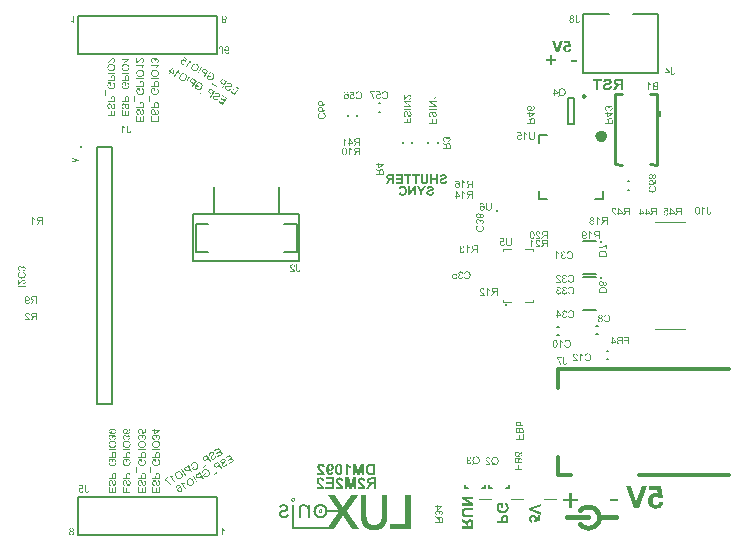
<source format=gbo>
G04*
G04 #@! TF.GenerationSoftware,Altium Limited,Altium Designer,21.6.1 (37)*
G04*
G04 Layer_Color=32896*
%FSLAX44Y44*%
%MOMM*%
G71*
G04*
G04 #@! TF.SameCoordinates,2C954E57-417A-4088-9090-092BEE8FAD55*
G04*
G04*
G04 #@! TF.FilePolarity,Positive*
G04*
G01*
G75*
%ADD10C,0.2500*%
%ADD11C,0.2540*%
%ADD12C,0.2000*%
%ADD13C,0.5000*%
%ADD14C,0.2032*%
%ADD15C,0.2030*%
%ADD116C,0.1016*%
%ADD123C,0.2540*%
%ADD128C,0.4000*%
%ADD131C,0.3000*%
%ADD198C,0.1000*%
G36*
X237810Y36685D02*
X238120D01*
Y36646D01*
X238237D01*
Y36607D01*
X238353D01*
Y36569D01*
X238470D01*
Y36530D01*
X238547D01*
Y36491D01*
X238586D01*
Y36452D01*
X238664D01*
Y36413D01*
X238703D01*
Y36375D01*
X238780D01*
Y36336D01*
X238819D01*
Y36297D01*
X238858D01*
Y36258D01*
X238897D01*
Y36219D01*
X238936D01*
Y36181D01*
X238974D01*
Y36142D01*
X239013D01*
Y36103D01*
Y36064D01*
X239052D01*
Y36025D01*
X239091D01*
Y35986D01*
Y35948D01*
X239130D01*
Y35909D01*
Y35870D01*
X239168D01*
Y35831D01*
Y35792D01*
X239207D01*
Y35754D01*
Y35715D01*
X239246D01*
Y35676D01*
Y35637D01*
Y35598D01*
X239285D01*
Y35559D01*
Y35521D01*
Y35482D01*
Y35443D01*
Y35404D01*
X239324D01*
Y35365D01*
Y35327D01*
Y35288D01*
Y35249D01*
Y35210D01*
Y35171D01*
Y35133D01*
Y35094D01*
Y35055D01*
Y35016D01*
Y34977D01*
Y34938D01*
Y34900D01*
Y34861D01*
Y34822D01*
X239285D01*
Y34783D01*
Y34744D01*
Y34706D01*
Y34667D01*
Y34628D01*
X239246D01*
Y34589D01*
Y34550D01*
Y34511D01*
X239207D01*
Y34473D01*
Y34434D01*
X239168D01*
Y34395D01*
Y34356D01*
X239130D01*
Y34318D01*
Y34279D01*
X239091D01*
Y34240D01*
Y34201D01*
X239052D01*
Y34162D01*
X239013D01*
Y34123D01*
Y34085D01*
X238974D01*
Y34046D01*
X238936D01*
Y34007D01*
X238897D01*
Y33968D01*
X238858D01*
Y33929D01*
X238819D01*
Y33891D01*
X238780D01*
Y33852D01*
X238703D01*
Y33813D01*
X238664D01*
Y33774D01*
X238586D01*
Y33735D01*
X238547D01*
Y33696D01*
X238470D01*
Y33658D01*
X238353D01*
Y33619D01*
X238276D01*
Y33580D01*
X238120D01*
Y33541D01*
X237849D01*
Y33502D01*
X237577D01*
Y33541D01*
X237306D01*
Y33580D01*
X237150D01*
Y33619D01*
X237034D01*
Y33658D01*
X236956D01*
Y33696D01*
X236879D01*
Y33735D01*
X236801D01*
Y33774D01*
X236762D01*
Y33813D01*
X236684D01*
Y33852D01*
X236646D01*
Y33891D01*
X236607D01*
Y33929D01*
X236568D01*
Y33968D01*
X236529D01*
Y34007D01*
X236490D01*
Y34046D01*
X236451D01*
Y34085D01*
X236413D01*
Y34123D01*
X236374D01*
Y34162D01*
Y34201D01*
X236335D01*
Y34240D01*
X236296D01*
Y34279D01*
Y34318D01*
X236257D01*
Y34356D01*
Y34395D01*
X236219D01*
Y34434D01*
Y34473D01*
X236180D01*
Y34511D01*
Y34550D01*
Y34589D01*
X236141D01*
Y34628D01*
Y34667D01*
Y34706D01*
Y34744D01*
X236102D01*
Y34783D01*
Y34822D01*
Y34861D01*
Y34900D01*
Y34938D01*
Y34977D01*
Y35016D01*
Y35055D01*
Y35094D01*
Y35133D01*
Y35171D01*
Y35210D01*
Y35249D01*
Y35288D01*
Y35327D01*
Y35365D01*
Y35404D01*
Y35443D01*
Y35482D01*
X236141D01*
Y35521D01*
Y35559D01*
Y35598D01*
Y35637D01*
X236180D01*
Y35676D01*
Y35715D01*
Y35754D01*
X236219D01*
Y35792D01*
Y35831D01*
X236257D01*
Y35870D01*
Y35909D01*
X236296D01*
Y35948D01*
Y35986D01*
X236335D01*
Y36025D01*
X236374D01*
Y36064D01*
Y36103D01*
X236413D01*
Y36142D01*
X236451D01*
Y36181D01*
X236490D01*
Y36219D01*
X236529D01*
Y36258D01*
X236568D01*
Y36297D01*
X236607D01*
Y36336D01*
X236646D01*
Y36375D01*
X236684D01*
Y36413D01*
X236762D01*
Y36452D01*
X236801D01*
Y36491D01*
X236879D01*
Y36530D01*
X236956D01*
Y36569D01*
X237034D01*
Y36607D01*
X237150D01*
Y36646D01*
X237306D01*
Y36685D01*
X237616D01*
Y36724D01*
X237810D01*
Y36685D01*
D02*
G37*
G36*
X293080Y39324D02*
Y39286D01*
X293041D01*
Y39247D01*
X293002D01*
Y39208D01*
X292964D01*
Y39169D01*
Y39130D01*
X292925D01*
Y39091D01*
X292886D01*
Y39053D01*
Y39014D01*
X292847D01*
Y38975D01*
X292808D01*
Y38936D01*
Y38897D01*
X292770D01*
Y38859D01*
X292731D01*
Y38820D01*
X292692D01*
Y38781D01*
Y38742D01*
X292653D01*
Y38703D01*
X292614D01*
Y38665D01*
Y38626D01*
X292575D01*
Y38587D01*
X292537D01*
Y38548D01*
X292498D01*
Y38509D01*
Y38470D01*
X292459D01*
Y38432D01*
X292420D01*
Y38393D01*
Y38354D01*
X292381D01*
Y38315D01*
X292343D01*
Y38276D01*
X292304D01*
Y38238D01*
Y38199D01*
X292265D01*
Y38160D01*
X292226D01*
Y38121D01*
Y38082D01*
X292187D01*
Y38043D01*
X292148D01*
Y38005D01*
X292110D01*
Y37966D01*
Y37927D01*
X292071D01*
Y37888D01*
X292032D01*
Y37849D01*
Y37811D01*
X291993D01*
Y37772D01*
X291954D01*
Y37733D01*
X291916D01*
Y37694D01*
Y37655D01*
X291877D01*
Y37617D01*
X291838D01*
Y37578D01*
Y37539D01*
X291799D01*
Y37500D01*
X291760D01*
Y37461D01*
Y37423D01*
X291722D01*
Y37384D01*
X291683D01*
Y37345D01*
X291644D01*
Y37306D01*
Y37267D01*
X291605D01*
Y37228D01*
X291566D01*
Y37190D01*
Y37151D01*
X291528D01*
Y37112D01*
X291489D01*
Y37073D01*
X291450D01*
Y37034D01*
Y36996D01*
X291411D01*
Y36957D01*
X291372D01*
Y36918D01*
Y36879D01*
X291334D01*
Y36840D01*
X291295D01*
Y36802D01*
X291256D01*
Y36763D01*
Y36724D01*
X291217D01*
Y36685D01*
X291178D01*
Y36646D01*
Y36607D01*
X291139D01*
Y36569D01*
X291101D01*
Y36530D01*
X291062D01*
Y36491D01*
Y36452D01*
X291023D01*
Y36413D01*
X290984D01*
Y36375D01*
Y36336D01*
X290945D01*
Y36297D01*
X290907D01*
Y36258D01*
X290868D01*
Y36219D01*
Y36181D01*
X290829D01*
Y36142D01*
X290790D01*
Y36103D01*
Y36064D01*
X290751D01*
Y36025D01*
X290712D01*
Y35986D01*
Y35948D01*
X290674D01*
Y35909D01*
X290635D01*
Y35870D01*
X290596D01*
Y35831D01*
Y35792D01*
X290557D01*
Y35754D01*
X290518D01*
Y35715D01*
Y35676D01*
X290480D01*
Y35637D01*
X290441D01*
Y35598D01*
X290402D01*
Y35559D01*
Y35521D01*
X290363D01*
Y35482D01*
X290324D01*
Y35443D01*
Y35404D01*
X290285D01*
Y35365D01*
X290247D01*
Y35327D01*
X290208D01*
Y35288D01*
Y35249D01*
X290169D01*
Y35210D01*
X290130D01*
Y35171D01*
Y35133D01*
X290091D01*
Y35094D01*
X290053D01*
Y35055D01*
X290014D01*
Y35016D01*
Y34977D01*
X289975D01*
Y34938D01*
X289936D01*
Y34900D01*
Y34861D01*
X289897D01*
Y34822D01*
X289859D01*
Y34783D01*
X289820D01*
Y34744D01*
Y34706D01*
X289781D01*
Y34667D01*
X289742D01*
Y34628D01*
Y34589D01*
X289703D01*
Y34550D01*
X289664D01*
Y34511D01*
Y34473D01*
X289626D01*
Y34434D01*
X289587D01*
Y34395D01*
X289548D01*
Y34356D01*
Y34318D01*
X289509D01*
Y34279D01*
X289471D01*
Y34240D01*
Y34201D01*
X289432D01*
Y34162D01*
X289393D01*
Y34123D01*
X289354D01*
Y34085D01*
Y34046D01*
X289315D01*
Y34007D01*
X289276D01*
Y33968D01*
Y33929D01*
X289237D01*
Y33891D01*
X289199D01*
Y33852D01*
X289160D01*
Y33813D01*
Y33774D01*
X289121D01*
Y33735D01*
X289082D01*
Y33696D01*
Y33658D01*
X289044D01*
Y33619D01*
X289005D01*
Y33580D01*
X288966D01*
Y33541D01*
Y33502D01*
X288927D01*
Y33464D01*
X288888D01*
Y33425D01*
Y33386D01*
X288849D01*
Y33347D01*
X288811D01*
Y33308D01*
X288772D01*
Y33270D01*
Y33231D01*
X288733D01*
Y33192D01*
X288694D01*
Y33153D01*
Y33114D01*
X288655D01*
Y33075D01*
X288617D01*
Y33037D01*
X288578D01*
Y32998D01*
Y32959D01*
X288539D01*
Y32920D01*
X288500D01*
Y32881D01*
Y32843D01*
X288461D01*
Y32804D01*
X288423D01*
Y32765D01*
Y32726D01*
X288384D01*
Y32687D01*
X288345D01*
Y32648D01*
X288306D01*
Y32610D01*
Y32571D01*
X288267D01*
Y32532D01*
X288228D01*
Y32493D01*
Y32454D01*
X288190D01*
Y32416D01*
X288151D01*
Y32377D01*
X288112D01*
Y32338D01*
Y32299D01*
X288073D01*
Y32260D01*
X288034D01*
Y32222D01*
Y32183D01*
X287996D01*
Y32144D01*
X287957D01*
Y32105D01*
X287918D01*
Y32066D01*
Y32027D01*
X287879D01*
Y31989D01*
X287840D01*
Y31950D01*
Y31911D01*
X287801D01*
Y31872D01*
X287763D01*
Y31833D01*
X287724D01*
Y31795D01*
Y31756D01*
X287685D01*
Y31717D01*
X287646D01*
Y31678D01*
Y31639D01*
X287607D01*
Y31600D01*
X287569D01*
Y31562D01*
X287530D01*
Y31523D01*
Y31484D01*
X287491D01*
Y31445D01*
X287452D01*
Y31406D01*
Y31368D01*
X287413D01*
Y31329D01*
X287374D01*
Y31290D01*
Y31251D01*
X287336D01*
Y31212D01*
X287297D01*
Y31174D01*
X287258D01*
Y31135D01*
Y31096D01*
X287219D01*
Y31057D01*
X287181D01*
Y31018D01*
Y30979D01*
X287142D01*
Y30941D01*
X287103D01*
Y30902D01*
X287064D01*
Y30863D01*
Y30824D01*
X287025D01*
Y30785D01*
X286986D01*
Y30747D01*
Y30708D01*
X286948D01*
Y30669D01*
X286909D01*
Y30630D01*
X286870D01*
Y30591D01*
Y30553D01*
X286831D01*
Y30514D01*
X286792D01*
Y30475D01*
Y30436D01*
X286754D01*
Y30397D01*
X286715D01*
Y30359D01*
X286676D01*
Y30320D01*
Y30281D01*
X286637D01*
Y30242D01*
X286598D01*
Y30203D01*
Y30164D01*
X286559D01*
Y30126D01*
X286521D01*
Y30087D01*
X286482D01*
Y30048D01*
Y30009D01*
X286443D01*
Y29970D01*
X286404D01*
Y29932D01*
Y29893D01*
X286365D01*
Y29854D01*
X286327D01*
Y29815D01*
Y29776D01*
X286288D01*
Y29738D01*
X286249D01*
Y29699D01*
X286210D01*
Y29660D01*
Y29621D01*
X286171D01*
Y29582D01*
X286133D01*
Y29543D01*
Y29505D01*
X286094D01*
Y29466D01*
X286055D01*
Y29427D01*
X286016D01*
Y29388D01*
Y29349D01*
X285977D01*
Y29311D01*
X285938D01*
Y29272D01*
Y29233D01*
X285900D01*
Y29194D01*
X285861D01*
Y29155D01*
X285822D01*
Y29116D01*
Y29078D01*
X285783D01*
Y29039D01*
X285744D01*
Y29000D01*
Y28961D01*
X285706D01*
Y28922D01*
X285667D01*
Y28884D01*
X285628D01*
Y28845D01*
Y28806D01*
X285589D01*
Y28767D01*
X285550D01*
Y28728D01*
Y28689D01*
X285511D01*
Y28651D01*
X285473D01*
Y28612D01*
X285434D01*
Y28573D01*
Y28534D01*
X285395D01*
Y28495D01*
X285356D01*
Y28457D01*
Y28418D01*
X285317D01*
Y28379D01*
X285279D01*
Y28340D01*
Y28301D01*
X285240D01*
Y28263D01*
X285201D01*
Y28224D01*
X285162D01*
Y28185D01*
Y28146D01*
X285123D01*
Y28107D01*
X285085D01*
Y28068D01*
Y28030D01*
X285046D01*
Y27991D01*
X285007D01*
Y27952D01*
X284968D01*
Y27913D01*
Y27874D01*
X284929D01*
Y27836D01*
X284890D01*
Y27797D01*
Y27758D01*
X284852D01*
Y27719D01*
X284813D01*
Y27680D01*
X284774D01*
Y27642D01*
Y27603D01*
X284735D01*
Y27564D01*
X284696D01*
Y27525D01*
Y27486D01*
X284658D01*
Y27448D01*
X284619D01*
Y27409D01*
X284580D01*
Y27370D01*
Y27331D01*
X284541D01*
Y27292D01*
X284502D01*
Y27253D01*
Y27215D01*
X284464D01*
Y27176D01*
X284425D01*
Y27137D01*
X284386D01*
Y27098D01*
Y27059D01*
X284347D01*
Y27021D01*
X284308D01*
Y26982D01*
Y26943D01*
X284270D01*
Y26904D01*
X284231D01*
Y26865D01*
X284192D01*
Y26827D01*
Y26788D01*
X284153D01*
Y26749D01*
X284114D01*
Y26710D01*
Y26671D01*
X284075D01*
Y26632D01*
X284037D01*
Y26594D01*
Y26555D01*
X283998D01*
Y26516D01*
X283959D01*
Y26477D01*
X283920D01*
Y26438D01*
Y26400D01*
X283881D01*
Y26361D01*
X283843D01*
Y26322D01*
Y26283D01*
X283804D01*
Y26244D01*
X283765D01*
Y26205D01*
X283726D01*
Y26167D01*
Y26128D01*
X283687D01*
Y26089D01*
X283648D01*
Y26050D01*
Y26011D01*
X283610D01*
Y25973D01*
X283571D01*
Y25934D01*
X283532D01*
Y25895D01*
Y25856D01*
X283493D01*
Y25817D01*
X283454D01*
Y25779D01*
Y25740D01*
X283416D01*
Y25701D01*
X283377D01*
Y25662D01*
X283338D01*
Y25623D01*
Y25584D01*
X283299D01*
Y25546D01*
X283260D01*
Y25507D01*
Y25468D01*
X283221D01*
Y25429D01*
X283183D01*
Y25390D01*
Y25352D01*
X283221D01*
Y25313D01*
X283260D01*
Y25274D01*
Y25235D01*
X283299D01*
Y25196D01*
X283338D01*
Y25157D01*
Y25119D01*
X283377D01*
Y25080D01*
X283416D01*
Y25041D01*
Y25002D01*
X283454D01*
Y24964D01*
X283493D01*
Y24925D01*
Y24886D01*
X283532D01*
Y24847D01*
X283571D01*
Y24808D01*
Y24769D01*
X283610D01*
Y24731D01*
X283648D01*
Y24692D01*
X283687D01*
Y24653D01*
Y24614D01*
X283726D01*
Y24575D01*
X283765D01*
Y24536D01*
Y24498D01*
X283804D01*
Y24459D01*
X283843D01*
Y24420D01*
Y24381D01*
X283881D01*
Y24342D01*
X283920D01*
Y24304D01*
Y24265D01*
X283959D01*
Y24226D01*
X283998D01*
Y24187D01*
X284037D01*
Y24148D01*
Y24110D01*
X284075D01*
Y24071D01*
X284114D01*
Y24032D01*
Y23993D01*
X284153D01*
Y23954D01*
X284192D01*
Y23916D01*
Y23877D01*
X284231D01*
Y23838D01*
X284270D01*
Y23799D01*
Y23760D01*
X284308D01*
Y23721D01*
X284347D01*
Y23683D01*
X284386D01*
Y23644D01*
Y23605D01*
X284425D01*
Y23566D01*
X284464D01*
Y23527D01*
Y23489D01*
X284502D01*
Y23450D01*
X284541D01*
Y23411D01*
Y23372D01*
X284580D01*
Y23333D01*
X284619D01*
Y23294D01*
Y23256D01*
X284658D01*
Y23217D01*
X284696D01*
Y23178D01*
X284735D01*
Y23139D01*
Y23100D01*
X284774D01*
Y23062D01*
X284813D01*
Y23023D01*
Y22984D01*
X284852D01*
Y22945D01*
X284890D01*
Y22906D01*
Y22868D01*
X284929D01*
Y22829D01*
X284968D01*
Y22790D01*
Y22751D01*
X285007D01*
Y22712D01*
X285046D01*
Y22673D01*
X285085D01*
Y22635D01*
Y22596D01*
X285123D01*
Y22557D01*
X285162D01*
Y22518D01*
Y22479D01*
X285201D01*
Y22441D01*
X285240D01*
Y22402D01*
Y22363D01*
X285279D01*
Y22324D01*
X285317D01*
Y22285D01*
Y22246D01*
X285356D01*
Y22208D01*
X285395D01*
Y22169D01*
X285434D01*
Y22130D01*
Y22091D01*
X285473D01*
Y22053D01*
X285511D01*
Y22014D01*
Y21975D01*
X285550D01*
Y21936D01*
X285589D01*
Y21897D01*
Y21858D01*
X285628D01*
Y21820D01*
X285667D01*
Y21781D01*
Y21742D01*
X285706D01*
Y21703D01*
X285744D01*
Y21664D01*
X285783D01*
Y21625D01*
Y21587D01*
X285822D01*
Y21548D01*
X285861D01*
Y21509D01*
Y21470D01*
X285900D01*
Y21432D01*
X285938D01*
Y21393D01*
Y21354D01*
X285977D01*
Y21315D01*
X286016D01*
Y21276D01*
Y21237D01*
X286055D01*
Y21199D01*
X286094D01*
Y21160D01*
X286133D01*
Y21121D01*
Y21082D01*
X286171D01*
Y21043D01*
X286210D01*
Y21005D01*
Y20966D01*
X286249D01*
Y20927D01*
X286288D01*
Y20888D01*
Y20849D01*
X286327D01*
Y20810D01*
X286365D01*
Y20772D01*
Y20733D01*
X286404D01*
Y20694D01*
X286443D01*
Y20655D01*
X286482D01*
Y20616D01*
Y20577D01*
X286521D01*
Y20539D01*
X286559D01*
Y20500D01*
Y20461D01*
X286598D01*
Y20422D01*
X286637D01*
Y20384D01*
Y20345D01*
X286676D01*
Y20306D01*
X286715D01*
Y20267D01*
Y20228D01*
X286754D01*
Y20189D01*
X286792D01*
Y20151D01*
Y20112D01*
X286831D01*
Y20073D01*
X286870D01*
Y20034D01*
X286909D01*
Y19995D01*
Y19957D01*
X286948D01*
Y19918D01*
X286986D01*
Y19879D01*
Y19840D01*
X287025D01*
Y19801D01*
X287064D01*
Y19763D01*
Y19724D01*
X287103D01*
Y19685D01*
X287142D01*
Y19646D01*
Y19607D01*
X287181D01*
Y19568D01*
X287219D01*
Y19530D01*
X287258D01*
Y19491D01*
Y19452D01*
X287297D01*
Y19413D01*
X287336D01*
Y19374D01*
Y19336D01*
X287374D01*
Y19297D01*
X287413D01*
Y19258D01*
Y19219D01*
X287452D01*
Y19180D01*
X287491D01*
Y19141D01*
Y19103D01*
X287530D01*
Y19064D01*
X287569D01*
Y19025D01*
X287607D01*
Y18986D01*
Y18947D01*
X287646D01*
Y18909D01*
X287685D01*
Y18870D01*
Y18831D01*
X287724D01*
Y18792D01*
X287763D01*
Y18753D01*
Y18715D01*
X287801D01*
Y18676D01*
X287840D01*
Y18637D01*
Y18598D01*
X287879D01*
Y18559D01*
X287918D01*
Y18520D01*
X287957D01*
Y18482D01*
Y18443D01*
X287996D01*
Y18404D01*
X288034D01*
Y18365D01*
Y18326D01*
X288073D01*
Y18288D01*
X288112D01*
Y18249D01*
Y18210D01*
X288151D01*
Y18171D01*
X288190D01*
Y18132D01*
Y18094D01*
X288228D01*
Y18055D01*
X288267D01*
Y18016D01*
X288306D01*
Y17977D01*
Y17938D01*
X288345D01*
Y17900D01*
X288384D01*
Y17861D01*
Y17822D01*
X288423D01*
Y17783D01*
X288461D01*
Y17744D01*
Y17705D01*
X288500D01*
Y17667D01*
X288539D01*
Y17628D01*
Y17589D01*
X288578D01*
Y17550D01*
X288617D01*
Y17511D01*
X288655D01*
Y17472D01*
Y17434D01*
X288694D01*
Y17395D01*
X288733D01*
Y17356D01*
Y17317D01*
X288772D01*
Y17278D01*
X288811D01*
Y17240D01*
Y17201D01*
X288849D01*
Y17162D01*
X288888D01*
Y17123D01*
Y17084D01*
X288927D01*
Y17046D01*
X288966D01*
Y17007D01*
X289005D01*
Y16968D01*
Y16929D01*
X289044D01*
Y16890D01*
X289082D01*
Y16852D01*
Y16813D01*
X289121D01*
Y16774D01*
X289160D01*
Y16735D01*
Y16696D01*
X289199D01*
Y16657D01*
X289237D01*
Y16619D01*
Y16580D01*
X289276D01*
Y16541D01*
X289315D01*
Y16502D01*
X289354D01*
Y16463D01*
Y16424D01*
X289393D01*
Y16386D01*
X289432D01*
Y16347D01*
Y16308D01*
X289471D01*
Y16269D01*
X289509D01*
Y16230D01*
Y16192D01*
X289548D01*
Y16153D01*
X289587D01*
Y16114D01*
Y16075D01*
X289626D01*
Y16036D01*
X289664D01*
Y15998D01*
Y15959D01*
X289703D01*
Y15920D01*
X289742D01*
Y15881D01*
X289781D01*
Y15842D01*
Y15804D01*
X289820D01*
Y15765D01*
X289859D01*
Y15726D01*
Y15687D01*
X289897D01*
Y15648D01*
X289936D01*
Y15610D01*
Y15571D01*
X289975D01*
Y15532D01*
X290014D01*
Y15493D01*
Y15454D01*
X290053D01*
Y15415D01*
X290091D01*
Y15377D01*
X290130D01*
Y15338D01*
Y15299D01*
X290169D01*
Y15260D01*
X290208D01*
Y15221D01*
Y15182D01*
X290247D01*
Y15144D01*
X290285D01*
Y15105D01*
Y15066D01*
X290324D01*
Y15027D01*
X290363D01*
Y14988D01*
Y14950D01*
X290402D01*
Y14911D01*
X290441D01*
Y14872D01*
X290480D01*
Y14833D01*
Y14794D01*
X290518D01*
Y14756D01*
X290557D01*
Y14717D01*
Y14678D01*
X290596D01*
Y14639D01*
X290635D01*
Y14600D01*
Y14562D01*
X290674D01*
Y14523D01*
X290712D01*
Y14484D01*
Y14445D01*
X290751D01*
Y14406D01*
X290790D01*
Y14368D01*
X290829D01*
Y14329D01*
Y14290D01*
X290868D01*
Y14251D01*
X290907D01*
Y14212D01*
Y14173D01*
X290945D01*
Y14135D01*
X290984D01*
Y14096D01*
Y14057D01*
X291023D01*
Y14018D01*
X291062D01*
Y13979D01*
Y13941D01*
X291101D01*
Y13902D01*
X291139D01*
Y13863D01*
X291178D01*
Y13824D01*
Y13785D01*
X291217D01*
Y13747D01*
X291256D01*
Y13708D01*
Y13669D01*
X291295D01*
Y13630D01*
X291334D01*
Y13591D01*
Y13552D01*
X291372D01*
Y13514D01*
X291411D01*
Y13475D01*
Y13436D01*
X291450D01*
Y13397D01*
X291489D01*
Y13358D01*
X291528D01*
Y13319D01*
Y13281D01*
X291566D01*
Y13242D01*
X291605D01*
Y13203D01*
Y13164D01*
X291644D01*
Y13125D01*
X291683D01*
Y13087D01*
Y13048D01*
X291722D01*
Y13009D01*
X291760D01*
Y12970D01*
Y12931D01*
X291799D01*
Y12893D01*
X291838D01*
Y12854D01*
X291877D01*
Y12815D01*
Y12776D01*
X291916D01*
Y12737D01*
X291954D01*
Y12699D01*
Y12660D01*
X291993D01*
Y12621D01*
X292032D01*
Y12582D01*
Y12543D01*
X292071D01*
Y12504D01*
X292110D01*
Y12466D01*
Y12427D01*
X292148D01*
Y12388D01*
X292187D01*
Y12349D01*
X292226D01*
Y12310D01*
Y12271D01*
X292265D01*
Y12233D01*
X292304D01*
Y12194D01*
Y12155D01*
X292343D01*
Y12116D01*
X292381D01*
Y12077D01*
Y12039D01*
X292420D01*
Y12000D01*
X292459D01*
Y11961D01*
Y11922D01*
X292498D01*
Y11883D01*
X292537D01*
Y11845D01*
X292575D01*
Y11806D01*
Y11767D01*
X292614D01*
Y11728D01*
X292653D01*
Y11689D01*
Y11651D01*
X292692D01*
Y11612D01*
X292731D01*
Y11573D01*
Y11534D01*
X292770D01*
Y11495D01*
X292808D01*
Y11457D01*
Y11418D01*
X292847D01*
Y11379D01*
X292886D01*
Y11340D01*
Y11301D01*
X292925D01*
Y11262D01*
X292964D01*
Y11224D01*
X293002D01*
Y11185D01*
Y11146D01*
X293041D01*
Y11107D01*
X293080D01*
Y11068D01*
Y11029D01*
X293119D01*
Y10991D01*
X293158D01*
Y10952D01*
Y10913D01*
X293197D01*
Y10874D01*
X293235D01*
Y10835D01*
Y10797D01*
X293274D01*
Y10758D01*
X293313D01*
Y10719D01*
X293352D01*
Y10680D01*
Y10641D01*
X293391D01*
Y10603D01*
X293429D01*
Y10564D01*
Y10525D01*
X293468D01*
Y10486D01*
X293507D01*
Y10447D01*
Y10409D01*
X293546D01*
Y10370D01*
X293585D01*
Y10331D01*
Y10292D01*
X293624D01*
Y10253D01*
X293662D01*
Y10214D01*
X293701D01*
Y10176D01*
Y10137D01*
X293740D01*
Y10098D01*
X293779D01*
Y10059D01*
Y10020D01*
X293818D01*
Y9982D01*
X293856D01*
Y9943D01*
X288034D01*
Y9982D01*
X287996D01*
Y10020D01*
X287957D01*
Y10059D01*
Y10098D01*
X287918D01*
Y10137D01*
X287879D01*
Y10176D01*
Y10214D01*
X287840D01*
Y10253D01*
X287801D01*
Y10292D01*
Y10331D01*
X287763D01*
Y10370D01*
X287724D01*
Y10409D01*
Y10447D01*
X287685D01*
Y10486D01*
X287646D01*
Y10525D01*
Y10564D01*
X287607D01*
Y10603D01*
X287569D01*
Y10641D01*
Y10680D01*
X287530D01*
Y10719D01*
X287491D01*
Y10758D01*
Y10797D01*
X287452D01*
Y10835D01*
X287413D01*
Y10874D01*
Y10913D01*
X287374D01*
Y10952D01*
X287336D01*
Y10991D01*
Y11029D01*
X287297D01*
Y11068D01*
X287258D01*
Y11107D01*
Y11146D01*
X287219D01*
Y11185D01*
X287181D01*
Y11224D01*
Y11262D01*
X287142D01*
Y11301D01*
X287103D01*
Y11340D01*
Y11379D01*
X287064D01*
Y11418D01*
X287025D01*
Y11457D01*
Y11495D01*
X286986D01*
Y11534D01*
X286948D01*
Y11573D01*
Y11612D01*
X286909D01*
Y11651D01*
X286870D01*
Y11689D01*
Y11728D01*
X286831D01*
Y11767D01*
X286792D01*
Y11806D01*
Y11845D01*
X286754D01*
Y11883D01*
X286715D01*
Y11922D01*
Y11961D01*
X286676D01*
Y12000D01*
X286637D01*
Y12039D01*
Y12077D01*
X286598D01*
Y12116D01*
X286559D01*
Y12155D01*
Y12194D01*
X286521D01*
Y12233D01*
X286482D01*
Y12271D01*
X286443D01*
Y12310D01*
Y12349D01*
X286404D01*
Y12388D01*
X286365D01*
Y12427D01*
Y12466D01*
X286327D01*
Y12504D01*
X286288D01*
Y12543D01*
Y12582D01*
X286249D01*
Y12621D01*
X286210D01*
Y12660D01*
Y12699D01*
X286171D01*
Y12737D01*
X286133D01*
Y12776D01*
Y12815D01*
X286094D01*
Y12854D01*
X286055D01*
Y12893D01*
Y12931D01*
X286016D01*
Y12970D01*
X285977D01*
Y13009D01*
Y13048D01*
X285938D01*
Y13087D01*
X285900D01*
Y13125D01*
Y13164D01*
X285861D01*
Y13203D01*
X285822D01*
Y13242D01*
Y13281D01*
X285783D01*
Y13319D01*
X285744D01*
Y13358D01*
Y13397D01*
X285706D01*
Y13436D01*
X285667D01*
Y13475D01*
Y13514D01*
X285628D01*
Y13552D01*
X285589D01*
Y13591D01*
Y13630D01*
X285550D01*
Y13669D01*
X285511D01*
Y13708D01*
Y13747D01*
X285473D01*
Y13785D01*
X285434D01*
Y13824D01*
Y13863D01*
X285395D01*
Y13902D01*
X285356D01*
Y13941D01*
Y13979D01*
X285317D01*
Y14018D01*
X285279D01*
Y14057D01*
Y14096D01*
X285240D01*
Y14135D01*
X285201D01*
Y14173D01*
Y14212D01*
X285162D01*
Y14251D01*
X285123D01*
Y14290D01*
Y14329D01*
X285085D01*
Y14368D01*
X285046D01*
Y14406D01*
Y14445D01*
X285007D01*
Y14484D01*
X284968D01*
Y14523D01*
Y14562D01*
X284929D01*
Y14600D01*
X284890D01*
Y14639D01*
Y14678D01*
X284852D01*
Y14717D01*
X284813D01*
Y14756D01*
Y14794D01*
X284774D01*
Y14833D01*
X284735D01*
Y14872D01*
X284696D01*
Y14911D01*
Y14950D01*
X284658D01*
Y14988D01*
X284619D01*
Y15027D01*
Y15066D01*
X284580D01*
Y15105D01*
X284541D01*
Y15144D01*
Y15182D01*
X284502D01*
Y15221D01*
X284464D01*
Y15260D01*
Y15299D01*
X284425D01*
Y15338D01*
X284386D01*
Y15377D01*
Y15415D01*
X284347D01*
Y15454D01*
X284308D01*
Y15493D01*
Y15532D01*
X284270D01*
Y15571D01*
X284231D01*
Y15610D01*
Y15648D01*
X284192D01*
Y15687D01*
X284153D01*
Y15726D01*
Y15765D01*
X284114D01*
Y15804D01*
X284075D01*
Y15842D01*
Y15881D01*
X284037D01*
Y15920D01*
X283998D01*
Y15959D01*
Y15998D01*
X283959D01*
Y16036D01*
X283920D01*
Y16075D01*
Y16114D01*
X283881D01*
Y16153D01*
X283843D01*
Y16192D01*
Y16230D01*
X283804D01*
Y16269D01*
X283765D01*
Y16308D01*
Y16347D01*
X283726D01*
Y16386D01*
X283687D01*
Y16424D01*
Y16463D01*
X283648D01*
Y16502D01*
X283610D01*
Y16541D01*
Y16580D01*
X283571D01*
Y16619D01*
X283532D01*
Y16657D01*
Y16696D01*
X283493D01*
Y16735D01*
X283454D01*
Y16774D01*
Y16813D01*
X283416D01*
Y16852D01*
X283377D01*
Y16890D01*
Y16929D01*
X283338D01*
Y16968D01*
X283299D01*
Y17007D01*
Y17046D01*
X283260D01*
Y17084D01*
X283221D01*
Y17123D01*
Y17162D01*
X283183D01*
Y17201D01*
X283144D01*
Y17240D01*
Y17278D01*
X283105D01*
Y17317D01*
X283066D01*
Y17356D01*
X283027D01*
Y17395D01*
Y17434D01*
X282989D01*
Y17472D01*
X282950D01*
Y17511D01*
Y17550D01*
X282911D01*
Y17589D01*
X282872D01*
Y17628D01*
Y17667D01*
X282833D01*
Y17705D01*
X282795D01*
Y17744D01*
Y17783D01*
X282756D01*
Y17822D01*
X282717D01*
Y17861D01*
Y17900D01*
X282678D01*
Y17938D01*
X282639D01*
Y17977D01*
Y18016D01*
X282600D01*
Y18055D01*
X282562D01*
Y18094D01*
Y18132D01*
X282523D01*
Y18171D01*
X282484D01*
Y18210D01*
Y18249D01*
X282445D01*
Y18288D01*
X282406D01*
Y18326D01*
Y18365D01*
X282368D01*
Y18404D01*
X282329D01*
Y18443D01*
Y18482D01*
X282290D01*
Y18520D01*
X282251D01*
Y18559D01*
Y18598D01*
X282212D01*
Y18637D01*
X282174D01*
Y18676D01*
Y18715D01*
X282135D01*
Y18753D01*
X282096D01*
Y18792D01*
Y18831D01*
X282057D01*
Y18870D01*
X282018D01*
Y18909D01*
Y18947D01*
X281980D01*
Y18986D01*
X281941D01*
Y19025D01*
Y19064D01*
X281902D01*
Y19103D01*
X281863D01*
Y19141D01*
Y19180D01*
X281824D01*
Y19219D01*
X281785D01*
Y19258D01*
Y19297D01*
X281747D01*
Y19336D01*
X281708D01*
Y19374D01*
Y19413D01*
X281669D01*
Y19452D01*
X281630D01*
Y19491D01*
Y19530D01*
X281591D01*
Y19568D01*
X281553D01*
Y19607D01*
Y19646D01*
X281514D01*
Y19685D01*
X281475D01*
Y19724D01*
Y19763D01*
X281436D01*
Y19801D01*
X281397D01*
Y19840D01*
X281359D01*
Y19879D01*
Y19918D01*
X281320D01*
Y19957D01*
X281281D01*
Y19995D01*
Y20034D01*
X281242D01*
Y20073D01*
X281203D01*
Y20112D01*
Y20151D01*
X281164D01*
Y20189D01*
X281126D01*
Y20228D01*
Y20267D01*
X281087D01*
Y20306D01*
X281048D01*
Y20345D01*
Y20384D01*
X281009D01*
Y20422D01*
X280970D01*
Y20461D01*
Y20500D01*
X280931D01*
Y20539D01*
X280893D01*
Y20577D01*
Y20616D01*
X280854D01*
Y20655D01*
X280815D01*
Y20694D01*
Y20733D01*
X280776D01*
Y20772D01*
X280737D01*
Y20810D01*
Y20849D01*
X280699D01*
Y20888D01*
X280660D01*
Y20927D01*
Y20966D01*
X280621D01*
Y21005D01*
X280582D01*
Y21043D01*
Y21082D01*
X280543D01*
Y21121D01*
X280505D01*
Y21160D01*
Y21199D01*
X280466D01*
Y21237D01*
X280427D01*
Y21276D01*
Y21315D01*
X280388D01*
Y21354D01*
X280349D01*
Y21393D01*
Y21432D01*
X280310D01*
Y21470D01*
X280272D01*
Y21509D01*
Y21548D01*
X280233D01*
Y21587D01*
X280194D01*
Y21625D01*
Y21664D01*
X280155D01*
Y21703D01*
X280116D01*
Y21742D01*
Y21781D01*
X280039D01*
Y21742D01*
Y21703D01*
X280000D01*
Y21664D01*
X279961D01*
Y21625D01*
X279922D01*
Y21587D01*
Y21548D01*
X279884D01*
Y21509D01*
X279845D01*
Y21470D01*
Y21432D01*
X279806D01*
Y21393D01*
X279767D01*
Y21354D01*
Y21315D01*
X279728D01*
Y21276D01*
X279690D01*
Y21237D01*
Y21199D01*
X279651D01*
Y21160D01*
X279612D01*
Y21121D01*
Y21082D01*
X279573D01*
Y21043D01*
X279534D01*
Y21005D01*
Y20966D01*
X279496D01*
Y20927D01*
X279457D01*
Y20888D01*
Y20849D01*
X279418D01*
Y20810D01*
X279379D01*
Y20772D01*
Y20733D01*
X279340D01*
Y20694D01*
X279301D01*
Y20655D01*
Y20616D01*
X279263D01*
Y20577D01*
X279224D01*
Y20539D01*
Y20500D01*
X279185D01*
Y20461D01*
X279146D01*
Y20422D01*
Y20384D01*
X279107D01*
Y20345D01*
X279069D01*
Y20306D01*
Y20267D01*
X279030D01*
Y20228D01*
X278991D01*
Y20189D01*
Y20151D01*
X278952D01*
Y20112D01*
X278913D01*
Y20073D01*
Y20034D01*
X278874D01*
Y19995D01*
X278836D01*
Y19957D01*
Y19918D01*
X278797D01*
Y19879D01*
X278758D01*
Y19840D01*
Y19801D01*
X278719D01*
Y19763D01*
X278680D01*
Y19724D01*
Y19685D01*
X278642D01*
Y19646D01*
X278603D01*
Y19607D01*
Y19568D01*
X278564D01*
Y19530D01*
X278525D01*
Y19491D01*
Y19452D01*
X278486D01*
Y19413D01*
X278447D01*
Y19374D01*
Y19336D01*
X278409D01*
Y19297D01*
X278370D01*
Y19258D01*
Y19219D01*
X278331D01*
Y19180D01*
X278292D01*
Y19141D01*
Y19103D01*
X278253D01*
Y19064D01*
X278215D01*
Y19025D01*
Y18986D01*
X278176D01*
Y18947D01*
X278137D01*
Y18909D01*
Y18870D01*
X278098D01*
Y18831D01*
X278059D01*
Y18792D01*
Y18753D01*
X278021D01*
Y18715D01*
X277982D01*
Y18676D01*
Y18637D01*
X277943D01*
Y18598D01*
X277904D01*
Y18559D01*
Y18520D01*
X277865D01*
Y18482D01*
X277826D01*
Y18443D01*
Y18404D01*
X277788D01*
Y18365D01*
X277749D01*
Y18326D01*
Y18288D01*
X277710D01*
Y18249D01*
X277671D01*
Y18210D01*
Y18171D01*
X277632D01*
Y18132D01*
X277594D01*
Y18094D01*
Y18055D01*
X277555D01*
Y18016D01*
X277516D01*
Y17977D01*
Y17938D01*
X277477D01*
Y17900D01*
X277438D01*
Y17861D01*
Y17822D01*
X277400D01*
Y17783D01*
X277361D01*
Y17744D01*
Y17705D01*
X277322D01*
Y17667D01*
X277283D01*
Y17628D01*
Y17589D01*
X277244D01*
Y17550D01*
X277205D01*
Y17511D01*
Y17472D01*
X277167D01*
Y17434D01*
X277128D01*
Y17395D01*
Y17356D01*
X277089D01*
Y17317D01*
X277050D01*
Y17278D01*
Y17240D01*
X277011D01*
Y17201D01*
X276973D01*
Y17162D01*
Y17123D01*
X276934D01*
Y17084D01*
X276895D01*
Y17046D01*
Y17007D01*
X276856D01*
Y16968D01*
X276817D01*
Y16929D01*
Y16890D01*
X276779D01*
Y16852D01*
X276740D01*
Y16813D01*
Y16774D01*
X276701D01*
Y16735D01*
X276662D01*
Y16696D01*
Y16657D01*
X276623D01*
Y16619D01*
X276584D01*
Y16580D01*
Y16541D01*
X276546D01*
Y16502D01*
X276507D01*
Y16463D01*
Y16424D01*
X276468D01*
Y16386D01*
X276429D01*
Y16347D01*
Y16308D01*
X276390D01*
Y16269D01*
X276352D01*
Y16230D01*
Y16192D01*
X276313D01*
Y16153D01*
X276274D01*
Y16114D01*
Y16075D01*
X276235D01*
Y16036D01*
X276196D01*
Y15998D01*
Y15959D01*
X276157D01*
Y15920D01*
X276119D01*
Y15881D01*
Y15842D01*
X276080D01*
Y15804D01*
X276041D01*
Y15765D01*
Y15726D01*
X276002D01*
Y15687D01*
X275963D01*
Y15648D01*
Y15610D01*
X275925D01*
Y15571D01*
X275886D01*
Y15532D01*
Y15493D01*
X275847D01*
Y15454D01*
X275808D01*
Y15415D01*
Y15377D01*
X275769D01*
Y15338D01*
X275730D01*
Y15299D01*
Y15260D01*
X275692D01*
Y15221D01*
X275653D01*
Y15182D01*
Y15144D01*
X275614D01*
Y15105D01*
X275575D01*
Y15066D01*
Y15027D01*
X275536D01*
Y14988D01*
X275498D01*
Y14950D01*
X275459D01*
Y14911D01*
Y14872D01*
X275420D01*
Y14833D01*
X275381D01*
Y14794D01*
Y14756D01*
X275342D01*
Y14717D01*
X275304D01*
Y14678D01*
Y14639D01*
X275265D01*
Y14600D01*
X275226D01*
Y14562D01*
Y14523D01*
X275187D01*
Y14484D01*
X275148D01*
Y14445D01*
Y14406D01*
X275110D01*
Y14368D01*
X275071D01*
Y14329D01*
Y14290D01*
X275032D01*
Y14251D01*
X274993D01*
Y14212D01*
Y14173D01*
X274954D01*
Y14135D01*
X274916D01*
Y14096D01*
Y14057D01*
X274877D01*
Y14018D01*
X274838D01*
Y13979D01*
Y13941D01*
X274799D01*
Y13902D01*
X274760D01*
Y13863D01*
Y13824D01*
X274721D01*
Y13785D01*
X274683D01*
Y13747D01*
Y13708D01*
X274644D01*
Y13669D01*
X274605D01*
Y13630D01*
Y13591D01*
X274566D01*
Y13552D01*
X274527D01*
Y13514D01*
Y13475D01*
X274489D01*
Y13436D01*
X274450D01*
Y13397D01*
Y13358D01*
X274411D01*
Y13319D01*
X274372D01*
Y13281D01*
Y13242D01*
X274333D01*
Y13203D01*
X274294D01*
Y13164D01*
Y13125D01*
X274256D01*
Y13087D01*
X274217D01*
Y13048D01*
Y13009D01*
X274178D01*
Y12970D01*
X274139D01*
Y12931D01*
Y12893D01*
X274100D01*
Y12854D01*
X274062D01*
Y12815D01*
Y12776D01*
X274023D01*
Y12737D01*
X273984D01*
Y12699D01*
Y12660D01*
X273945D01*
Y12621D01*
X273906D01*
Y12582D01*
Y12543D01*
X273867D01*
Y12504D01*
X273829D01*
Y12466D01*
Y12427D01*
X273790D01*
Y12388D01*
X273751D01*
Y12349D01*
Y12310D01*
X273712D01*
Y12271D01*
X273673D01*
Y12233D01*
Y12194D01*
X273635D01*
Y12155D01*
X273596D01*
Y12116D01*
Y12077D01*
X273557D01*
Y12039D01*
X273518D01*
Y12000D01*
Y11961D01*
X273479D01*
Y11922D01*
X273441D01*
Y11883D01*
Y11845D01*
X273402D01*
Y11806D01*
X273363D01*
Y11767D01*
Y11728D01*
X273324D01*
Y11689D01*
X273285D01*
Y11651D01*
Y11612D01*
X273246D01*
Y11573D01*
X273208D01*
Y11534D01*
Y11495D01*
X273169D01*
Y11457D01*
X273130D01*
Y11418D01*
Y11379D01*
X273091D01*
Y11340D01*
X273052D01*
Y11301D01*
Y11262D01*
X273014D01*
Y11224D01*
X272975D01*
Y11185D01*
Y11146D01*
X272936D01*
Y11107D01*
X272897D01*
Y11068D01*
Y11029D01*
X272858D01*
Y10991D01*
X272820D01*
Y10952D01*
Y10913D01*
X272781D01*
Y10874D01*
X272742D01*
Y10835D01*
Y10797D01*
X272703D01*
Y10758D01*
X272664D01*
Y10719D01*
Y10680D01*
X272626D01*
Y10641D01*
X272587D01*
Y10603D01*
Y10564D01*
X272548D01*
Y10525D01*
X272509D01*
Y10486D01*
Y10447D01*
X272470D01*
Y10409D01*
X272431D01*
Y10370D01*
Y10331D01*
X272393D01*
Y10292D01*
X272354D01*
Y10253D01*
Y10214D01*
X272315D01*
Y10176D01*
X272276D01*
Y10137D01*
Y10098D01*
X272237D01*
Y10059D01*
X272199D01*
Y10020D01*
Y9982D01*
X272160D01*
Y9943D01*
X236801D01*
Y9982D01*
Y10020D01*
Y10059D01*
Y10098D01*
Y10137D01*
Y10176D01*
Y10214D01*
Y10253D01*
Y10292D01*
Y10331D01*
Y10370D01*
Y10409D01*
Y10447D01*
Y10486D01*
Y10525D01*
Y10564D01*
Y10603D01*
Y10641D01*
Y10680D01*
Y10719D01*
Y10758D01*
Y10797D01*
Y10835D01*
Y10874D01*
Y10913D01*
Y10952D01*
Y10991D01*
Y11029D01*
Y11068D01*
Y11107D01*
Y11146D01*
Y11185D01*
Y11224D01*
Y11262D01*
Y11301D01*
Y11340D01*
Y11379D01*
Y11418D01*
Y11457D01*
Y11495D01*
Y11534D01*
Y11573D01*
Y11612D01*
Y11651D01*
Y11689D01*
Y11728D01*
Y11767D01*
Y11806D01*
Y11845D01*
Y11883D01*
Y11922D01*
Y11961D01*
Y12000D01*
Y12039D01*
Y12077D01*
Y12116D01*
Y12155D01*
Y12194D01*
Y12233D01*
Y12271D01*
Y12310D01*
Y12349D01*
Y12388D01*
Y12427D01*
Y12466D01*
Y12504D01*
Y12543D01*
Y12582D01*
Y12621D01*
Y12660D01*
Y12699D01*
Y12737D01*
Y12776D01*
Y12815D01*
Y12854D01*
Y12893D01*
Y12931D01*
Y12970D01*
Y13009D01*
Y13048D01*
Y13087D01*
Y13125D01*
Y13164D01*
Y13203D01*
Y13242D01*
Y13281D01*
Y13319D01*
Y13358D01*
Y13397D01*
Y13436D01*
Y13475D01*
Y13514D01*
Y13552D01*
Y13591D01*
Y13630D01*
Y13669D01*
Y13708D01*
Y13747D01*
Y13785D01*
Y13824D01*
Y13863D01*
Y13902D01*
Y13941D01*
Y13979D01*
Y14018D01*
Y14057D01*
Y14096D01*
Y14135D01*
Y14173D01*
Y14212D01*
Y14251D01*
Y14290D01*
Y14329D01*
Y14368D01*
Y14406D01*
Y14445D01*
Y14484D01*
Y14523D01*
Y14562D01*
Y14600D01*
Y14639D01*
Y14678D01*
Y14717D01*
Y14756D01*
Y14794D01*
Y14833D01*
Y14872D01*
Y14911D01*
Y14950D01*
Y14988D01*
Y15027D01*
Y15066D01*
Y15105D01*
Y15144D01*
Y15182D01*
Y15221D01*
Y15260D01*
Y15299D01*
Y15338D01*
Y15377D01*
Y15415D01*
Y15454D01*
Y15493D01*
Y15532D01*
Y15571D01*
Y15610D01*
Y15648D01*
Y15687D01*
Y15726D01*
Y15765D01*
Y15804D01*
Y15842D01*
Y15881D01*
Y15920D01*
Y15959D01*
Y15998D01*
Y16036D01*
Y16075D01*
Y16114D01*
Y16153D01*
Y16192D01*
Y16230D01*
Y16269D01*
Y16308D01*
Y16347D01*
Y16386D01*
Y16424D01*
Y16463D01*
Y16502D01*
Y16541D01*
Y16580D01*
Y16619D01*
Y16657D01*
Y16696D01*
Y16735D01*
Y16774D01*
Y16813D01*
Y16852D01*
Y16890D01*
Y16929D01*
Y16968D01*
Y17007D01*
Y17046D01*
Y17084D01*
Y17123D01*
Y17162D01*
Y17201D01*
Y17240D01*
Y17278D01*
Y17317D01*
Y17356D01*
Y17395D01*
Y17434D01*
Y17472D01*
Y17511D01*
Y17550D01*
Y17589D01*
Y17628D01*
Y17667D01*
Y17705D01*
Y17744D01*
Y17783D01*
Y17822D01*
Y17861D01*
Y17900D01*
Y17938D01*
Y17977D01*
Y18016D01*
Y18055D01*
Y18094D01*
Y18132D01*
Y18171D01*
Y18210D01*
Y18249D01*
Y18288D01*
Y18326D01*
Y18365D01*
Y18404D01*
Y18443D01*
Y18482D01*
Y18520D01*
Y18559D01*
Y18598D01*
Y18637D01*
Y18676D01*
Y18715D01*
Y18753D01*
Y18792D01*
Y18831D01*
Y18870D01*
Y18909D01*
Y18947D01*
Y18986D01*
Y19025D01*
Y19064D01*
Y19103D01*
Y19141D01*
Y19180D01*
Y19219D01*
Y19258D01*
Y19297D01*
Y19336D01*
Y19374D01*
Y19413D01*
Y19452D01*
Y19491D01*
Y19530D01*
Y19568D01*
Y19607D01*
Y19646D01*
Y19685D01*
Y19724D01*
Y19763D01*
Y19801D01*
Y19840D01*
Y19879D01*
Y19918D01*
Y19957D01*
Y19995D01*
Y20034D01*
Y20073D01*
Y20112D01*
Y20151D01*
Y20189D01*
Y20228D01*
Y20267D01*
Y20306D01*
Y20345D01*
Y20384D01*
Y20422D01*
Y20461D01*
Y20500D01*
Y20539D01*
Y20577D01*
Y20616D01*
Y20655D01*
Y20694D01*
Y20733D01*
Y20772D01*
Y20810D01*
Y20849D01*
Y20888D01*
Y20927D01*
Y20966D01*
Y21005D01*
Y21043D01*
Y21082D01*
Y21121D01*
Y21160D01*
Y21199D01*
Y21237D01*
Y21276D01*
Y21315D01*
Y21354D01*
Y21393D01*
Y21432D01*
Y21470D01*
Y21509D01*
Y21548D01*
Y21587D01*
Y21625D01*
Y21664D01*
Y21703D01*
Y21742D01*
Y21781D01*
Y21820D01*
Y21858D01*
Y21897D01*
Y21936D01*
Y21975D01*
Y22014D01*
Y22053D01*
Y22091D01*
Y22130D01*
Y22169D01*
Y22208D01*
Y22246D01*
Y22285D01*
Y22324D01*
Y22363D01*
Y22402D01*
Y22441D01*
Y22479D01*
Y22518D01*
Y22557D01*
Y22596D01*
Y22635D01*
Y22673D01*
Y22712D01*
Y22751D01*
Y22790D01*
Y22829D01*
Y22868D01*
Y22906D01*
Y22945D01*
Y22984D01*
Y23023D01*
Y23062D01*
Y23100D01*
Y23139D01*
Y23178D01*
Y23217D01*
Y23256D01*
Y23294D01*
Y23333D01*
Y23372D01*
Y23411D01*
Y23450D01*
Y23489D01*
Y23527D01*
Y23566D01*
Y23605D01*
Y23644D01*
Y23683D01*
Y23721D01*
Y23760D01*
Y23799D01*
Y23838D01*
Y23877D01*
Y23916D01*
Y23954D01*
Y23993D01*
Y24032D01*
Y24071D01*
Y24110D01*
Y24148D01*
Y24187D01*
Y24226D01*
Y24265D01*
Y24304D01*
Y24342D01*
Y24381D01*
Y24420D01*
Y24459D01*
Y24498D01*
Y24536D01*
Y24575D01*
Y24614D01*
Y24653D01*
Y24692D01*
Y24731D01*
Y24769D01*
Y24808D01*
Y24847D01*
Y24886D01*
Y24925D01*
Y24964D01*
Y25002D01*
Y25041D01*
Y25080D01*
Y25119D01*
Y25157D01*
Y25196D01*
Y25235D01*
Y25274D01*
Y25313D01*
Y25352D01*
Y25390D01*
Y25429D01*
Y25468D01*
Y25507D01*
Y25546D01*
Y25584D01*
Y25623D01*
Y25662D01*
Y25701D01*
Y25740D01*
Y25779D01*
Y25817D01*
Y25856D01*
Y25895D01*
Y25934D01*
Y25973D01*
Y26011D01*
Y26050D01*
Y26089D01*
Y26128D01*
Y26167D01*
Y26205D01*
Y26244D01*
Y26283D01*
Y26322D01*
Y26361D01*
Y26400D01*
Y26438D01*
Y26477D01*
Y26516D01*
Y26555D01*
Y26594D01*
Y26632D01*
Y26671D01*
Y26710D01*
Y26749D01*
Y26788D01*
Y26827D01*
Y26865D01*
Y26904D01*
Y26943D01*
Y26982D01*
Y27021D01*
Y27059D01*
Y27098D01*
Y27137D01*
Y27176D01*
Y27215D01*
Y27253D01*
Y27292D01*
Y27331D01*
Y27370D01*
Y27409D01*
Y27448D01*
Y27486D01*
Y27525D01*
Y27564D01*
Y27603D01*
Y27642D01*
Y27680D01*
Y27719D01*
Y27758D01*
Y27797D01*
Y27836D01*
Y27874D01*
Y27913D01*
Y27952D01*
Y27991D01*
Y28030D01*
Y28068D01*
Y28107D01*
Y28146D01*
Y28185D01*
Y28224D01*
Y28263D01*
Y28301D01*
Y28340D01*
Y28379D01*
Y28418D01*
Y28457D01*
Y28495D01*
Y28534D01*
Y28573D01*
Y28612D01*
Y28651D01*
Y28689D01*
Y28728D01*
Y28767D01*
Y28806D01*
Y28845D01*
Y28884D01*
Y28922D01*
Y28961D01*
Y29000D01*
Y29039D01*
Y29078D01*
Y29116D01*
Y29155D01*
Y29194D01*
Y29233D01*
Y29272D01*
Y29311D01*
Y29349D01*
Y29388D01*
Y29427D01*
Y29466D01*
Y29505D01*
Y29543D01*
Y29582D01*
Y29621D01*
Y29660D01*
Y29699D01*
Y29738D01*
Y29776D01*
Y29815D01*
Y29854D01*
Y29893D01*
Y29932D01*
Y29970D01*
Y30009D01*
Y30048D01*
Y30087D01*
Y30126D01*
Y30164D01*
Y30203D01*
Y30242D01*
Y30281D01*
Y30320D01*
Y30359D01*
Y30397D01*
Y30436D01*
Y30475D01*
Y30514D01*
Y30553D01*
Y30591D01*
Y30630D01*
Y30669D01*
Y30708D01*
Y30747D01*
Y30785D01*
Y30824D01*
Y30863D01*
Y30902D01*
Y30941D01*
Y30979D01*
Y31018D01*
X238625D01*
Y30979D01*
Y30941D01*
Y30902D01*
Y30863D01*
Y30824D01*
Y30785D01*
Y30747D01*
Y30708D01*
Y30669D01*
Y30630D01*
Y30591D01*
Y30553D01*
Y30514D01*
Y30475D01*
Y30436D01*
Y30397D01*
Y30359D01*
Y30320D01*
Y30281D01*
Y30242D01*
Y30203D01*
Y30164D01*
Y30126D01*
Y30087D01*
Y30048D01*
Y30009D01*
Y29970D01*
Y29932D01*
Y29893D01*
Y29854D01*
Y29815D01*
Y29776D01*
Y29738D01*
Y29699D01*
Y29660D01*
Y29621D01*
Y29582D01*
Y29543D01*
Y29505D01*
Y29466D01*
Y29427D01*
Y29388D01*
Y29349D01*
Y29311D01*
Y29272D01*
Y29233D01*
Y29194D01*
Y29155D01*
Y29116D01*
Y29078D01*
Y29039D01*
Y29000D01*
Y28961D01*
Y28922D01*
Y28884D01*
Y28845D01*
Y28806D01*
Y28767D01*
Y28728D01*
Y28689D01*
Y28651D01*
Y28612D01*
Y28573D01*
Y28534D01*
Y28495D01*
Y28457D01*
Y28418D01*
Y28379D01*
Y28340D01*
Y28301D01*
Y28263D01*
Y28224D01*
Y28185D01*
Y28146D01*
Y28107D01*
Y28068D01*
Y28030D01*
Y27991D01*
Y27952D01*
Y27913D01*
Y27874D01*
Y27836D01*
Y27797D01*
Y27758D01*
Y27719D01*
Y27680D01*
Y27642D01*
Y27603D01*
Y27564D01*
Y27525D01*
Y27486D01*
Y27448D01*
Y27409D01*
Y27370D01*
Y27331D01*
Y27292D01*
Y27253D01*
Y27215D01*
Y27176D01*
Y27137D01*
Y27098D01*
Y27059D01*
Y27021D01*
Y26982D01*
Y26943D01*
Y26904D01*
Y26865D01*
Y26827D01*
Y26788D01*
Y26749D01*
Y26710D01*
Y26671D01*
Y26632D01*
Y26594D01*
Y26555D01*
Y26516D01*
Y26477D01*
Y26438D01*
Y26400D01*
Y26361D01*
Y26322D01*
Y26283D01*
Y26244D01*
Y26205D01*
Y26167D01*
Y26128D01*
Y26089D01*
Y26050D01*
Y26011D01*
Y25973D01*
Y25934D01*
Y25895D01*
Y25856D01*
Y25817D01*
Y25779D01*
Y25740D01*
Y25701D01*
Y25662D01*
Y25623D01*
Y25584D01*
Y25546D01*
Y25507D01*
Y25468D01*
Y25429D01*
Y25390D01*
Y25352D01*
Y25313D01*
Y25274D01*
Y25235D01*
Y25196D01*
Y25157D01*
Y25119D01*
Y25080D01*
Y25041D01*
Y25002D01*
Y24964D01*
Y24925D01*
Y24886D01*
Y24847D01*
Y24808D01*
Y24769D01*
Y24731D01*
Y24692D01*
Y24653D01*
Y24614D01*
Y24575D01*
Y24536D01*
Y24498D01*
Y24459D01*
Y24420D01*
Y24381D01*
Y24342D01*
Y24304D01*
Y24265D01*
Y24226D01*
Y24187D01*
Y24148D01*
Y24110D01*
Y24071D01*
Y24032D01*
Y23993D01*
Y23954D01*
Y23916D01*
Y23877D01*
Y23838D01*
Y23799D01*
Y23760D01*
Y23721D01*
Y23683D01*
Y23644D01*
Y23605D01*
Y23566D01*
Y23527D01*
Y23489D01*
Y23450D01*
Y23411D01*
Y23372D01*
Y23333D01*
Y23294D01*
Y23256D01*
Y23217D01*
Y23178D01*
Y23139D01*
Y23100D01*
Y23062D01*
Y23023D01*
Y22984D01*
Y22945D01*
Y22906D01*
Y22868D01*
Y22829D01*
Y22790D01*
Y22751D01*
Y22712D01*
Y22673D01*
Y22635D01*
Y22596D01*
Y22557D01*
Y22518D01*
Y22479D01*
Y22441D01*
Y22402D01*
Y22363D01*
Y22324D01*
Y22285D01*
Y22246D01*
Y22208D01*
Y22169D01*
Y22130D01*
Y22091D01*
Y22053D01*
Y22014D01*
Y21975D01*
Y21936D01*
Y21897D01*
Y21858D01*
Y21820D01*
Y21781D01*
Y21742D01*
Y21703D01*
Y21664D01*
Y21625D01*
Y21587D01*
Y21548D01*
Y21509D01*
Y21470D01*
Y21432D01*
Y21393D01*
Y21354D01*
Y21315D01*
Y21276D01*
Y21237D01*
Y21199D01*
Y21160D01*
Y21121D01*
Y21082D01*
Y21043D01*
Y21005D01*
Y20966D01*
Y20927D01*
Y20888D01*
Y20849D01*
Y20810D01*
Y20772D01*
Y20733D01*
Y20694D01*
Y20655D01*
Y20616D01*
Y20577D01*
Y20539D01*
Y20500D01*
Y20461D01*
Y20422D01*
Y20384D01*
Y20345D01*
Y20306D01*
Y20267D01*
Y20228D01*
Y20189D01*
Y20151D01*
Y20112D01*
Y20073D01*
Y20034D01*
Y19995D01*
Y19957D01*
Y19918D01*
Y19879D01*
Y19840D01*
Y19801D01*
Y19763D01*
Y19724D01*
Y19685D01*
Y19646D01*
Y19607D01*
Y19568D01*
Y19530D01*
Y19491D01*
Y19452D01*
Y19413D01*
Y19374D01*
Y19336D01*
Y19297D01*
Y19258D01*
Y19219D01*
Y19180D01*
Y19141D01*
Y19103D01*
Y19064D01*
Y19025D01*
Y18986D01*
Y18947D01*
Y18909D01*
Y18870D01*
Y18831D01*
Y18792D01*
Y18753D01*
Y18715D01*
Y18676D01*
Y18637D01*
Y18598D01*
Y18559D01*
Y18520D01*
Y18482D01*
Y18443D01*
Y18404D01*
Y18365D01*
Y18326D01*
Y18288D01*
Y18249D01*
Y18210D01*
Y18171D01*
Y18132D01*
Y18094D01*
Y18055D01*
Y18016D01*
Y17977D01*
Y17938D01*
Y17900D01*
Y17861D01*
Y17822D01*
Y17783D01*
Y17744D01*
Y17705D01*
Y17667D01*
Y17628D01*
Y17589D01*
Y17550D01*
Y17511D01*
Y17472D01*
Y17434D01*
Y17395D01*
Y17356D01*
Y17317D01*
Y17278D01*
Y17240D01*
Y17201D01*
Y17162D01*
Y17123D01*
Y17084D01*
Y17046D01*
Y17007D01*
Y16968D01*
Y16929D01*
Y16890D01*
Y16852D01*
Y16813D01*
Y16774D01*
Y16735D01*
Y16696D01*
Y16657D01*
Y16619D01*
Y16580D01*
Y16541D01*
Y16502D01*
Y16463D01*
Y16424D01*
Y16386D01*
Y16347D01*
Y16308D01*
Y16269D01*
Y16230D01*
Y16192D01*
Y16153D01*
Y16114D01*
Y16075D01*
Y16036D01*
Y15998D01*
Y15959D01*
Y15920D01*
Y15881D01*
Y15842D01*
Y15804D01*
Y15765D01*
Y15726D01*
Y15687D01*
Y15648D01*
Y15610D01*
Y15571D01*
Y15532D01*
Y15493D01*
Y15454D01*
Y15415D01*
Y15377D01*
Y15338D01*
Y15299D01*
Y15260D01*
Y15221D01*
Y15182D01*
Y15144D01*
Y15105D01*
Y15066D01*
Y15027D01*
Y14988D01*
Y14950D01*
Y14911D01*
Y14872D01*
Y14833D01*
Y14794D01*
Y14756D01*
Y14717D01*
Y14678D01*
Y14639D01*
Y14600D01*
Y14562D01*
Y14523D01*
Y14484D01*
Y14445D01*
Y14406D01*
Y14368D01*
Y14329D01*
Y14290D01*
Y14251D01*
Y14212D01*
Y14173D01*
Y14135D01*
Y14096D01*
Y14057D01*
Y14018D01*
Y13979D01*
Y13941D01*
Y13902D01*
Y13863D01*
Y13824D01*
Y13785D01*
Y13747D01*
Y13708D01*
Y13669D01*
Y13630D01*
Y13591D01*
Y13552D01*
Y13514D01*
Y13475D01*
Y13436D01*
Y13397D01*
Y13358D01*
Y13319D01*
Y13281D01*
Y13242D01*
Y13203D01*
Y13164D01*
Y13125D01*
Y13087D01*
Y13048D01*
Y13009D01*
Y12970D01*
Y12931D01*
Y12893D01*
Y12854D01*
Y12815D01*
Y12776D01*
Y12737D01*
Y12699D01*
Y12660D01*
Y12621D01*
Y12582D01*
Y12543D01*
Y12504D01*
Y12466D01*
Y12427D01*
Y12388D01*
Y12349D01*
Y12310D01*
Y12271D01*
Y12233D01*
Y12194D01*
Y12155D01*
Y12116D01*
Y12077D01*
Y12039D01*
Y12000D01*
Y11961D01*
Y11922D01*
Y11883D01*
Y11845D01*
Y11806D01*
Y11767D01*
X267308D01*
Y11806D01*
X267347D01*
Y11845D01*
X267386D01*
Y11883D01*
Y11922D01*
X267425D01*
Y11961D01*
X267463D01*
Y12000D01*
X267502D01*
Y12039D01*
Y12077D01*
X267541D01*
Y12116D01*
X267580D01*
Y12155D01*
Y12194D01*
X267619D01*
Y12233D01*
X267657D01*
Y12271D01*
Y12310D01*
X267696D01*
Y12349D01*
X267735D01*
Y12388D01*
X267774D01*
Y12427D01*
Y12466D01*
X267813D01*
Y12504D01*
X267852D01*
Y12543D01*
Y12582D01*
X267890D01*
Y12621D01*
X267929D01*
Y12660D01*
Y12699D01*
X267968D01*
Y12737D01*
X268007D01*
Y12776D01*
X268046D01*
Y12815D01*
Y12854D01*
X268084D01*
Y12893D01*
X268123D01*
Y12931D01*
Y12970D01*
X268162D01*
Y13009D01*
X268201D01*
Y13048D01*
Y13087D01*
X268240D01*
Y13125D01*
X268278D01*
Y13164D01*
Y13203D01*
X268317D01*
Y13242D01*
X268356D01*
Y13281D01*
X268395D01*
Y13319D01*
Y13358D01*
X268434D01*
Y13397D01*
X268472D01*
Y13436D01*
Y13475D01*
X268511D01*
Y13514D01*
X268550D01*
Y13552D01*
Y13591D01*
X268589D01*
Y13630D01*
X268628D01*
Y13669D01*
X268666D01*
Y13708D01*
Y13747D01*
X268705D01*
Y13785D01*
X268744D01*
Y13824D01*
Y13863D01*
X268783D01*
Y13902D01*
X268822D01*
Y13941D01*
Y13979D01*
X268861D01*
Y14018D01*
X268899D01*
Y14057D01*
X268938D01*
Y14096D01*
Y14135D01*
X268977D01*
Y14173D01*
X269016D01*
Y14212D01*
Y14251D01*
X269055D01*
Y14290D01*
X269093D01*
Y14329D01*
Y14368D01*
X269132D01*
Y14406D01*
X269171D01*
Y14445D01*
X269210D01*
Y14484D01*
Y14523D01*
X269249D01*
Y14562D01*
X269288D01*
Y14600D01*
Y14639D01*
X269326D01*
Y14678D01*
X269365D01*
Y14717D01*
Y14756D01*
X269404D01*
Y14794D01*
X269443D01*
Y14833D01*
X269482D01*
Y14872D01*
Y14911D01*
X269520D01*
Y14950D01*
X269559D01*
Y14988D01*
Y15027D01*
X269598D01*
Y15066D01*
X269637D01*
Y15105D01*
Y15144D01*
X269676D01*
Y15182D01*
X269715D01*
Y15221D01*
X269753D01*
Y15260D01*
Y15299D01*
X269792D01*
Y15338D01*
X269831D01*
Y15377D01*
Y15415D01*
X269870D01*
Y15454D01*
X269909D01*
Y15493D01*
Y15532D01*
X269947D01*
Y15571D01*
X269986D01*
Y15610D01*
X270025D01*
Y15648D01*
Y15687D01*
X270064D01*
Y15726D01*
X270103D01*
Y15765D01*
Y15804D01*
X270142D01*
Y15842D01*
X270180D01*
Y15881D01*
Y15920D01*
X270219D01*
Y15959D01*
X270258D01*
Y15998D01*
X270297D01*
Y16036D01*
Y16075D01*
X270336D01*
Y16114D01*
X270374D01*
Y16153D01*
Y16192D01*
X270413D01*
Y16230D01*
X270452D01*
Y16269D01*
Y16308D01*
X270491D01*
Y16347D01*
X270530D01*
Y16386D01*
X270568D01*
Y16424D01*
Y16463D01*
X270607D01*
Y16502D01*
X270646D01*
Y16541D01*
Y16580D01*
X270685D01*
Y16619D01*
X270724D01*
Y16657D01*
Y16696D01*
X270763D01*
Y16735D01*
X270801D01*
Y16774D01*
X270840D01*
Y16813D01*
Y16852D01*
X270879D01*
Y16890D01*
X270918D01*
Y16929D01*
Y16968D01*
X270956D01*
Y17007D01*
X270995D01*
Y17046D01*
Y17084D01*
X271034D01*
Y17123D01*
X271073D01*
Y17162D01*
X271112D01*
Y17201D01*
Y17240D01*
X271151D01*
Y17278D01*
X271189D01*
Y17317D01*
Y17356D01*
X271228D01*
Y17395D01*
X271267D01*
Y17434D01*
Y17472D01*
X271306D01*
Y17511D01*
X271345D01*
Y17550D01*
X271383D01*
Y17589D01*
Y17628D01*
X271422D01*
Y17667D01*
X271461D01*
Y17705D01*
Y17744D01*
X271500D01*
Y17783D01*
X271539D01*
Y17822D01*
Y17861D01*
X271578D01*
Y17900D01*
X271616D01*
Y17938D01*
X271655D01*
Y17977D01*
Y18016D01*
X271694D01*
Y18055D01*
X271733D01*
Y18094D01*
Y18132D01*
X271772D01*
Y18171D01*
X271810D01*
Y18210D01*
Y18249D01*
X271849D01*
Y18288D01*
X271888D01*
Y18326D01*
X271927D01*
Y18365D01*
Y18404D01*
X271966D01*
Y18443D01*
X272005D01*
Y18482D01*
Y18520D01*
X272043D01*
Y18559D01*
X272082D01*
Y18598D01*
Y18637D01*
X272121D01*
Y18676D01*
X272160D01*
Y18715D01*
X272199D01*
Y18753D01*
Y18792D01*
X272237D01*
Y18831D01*
X272276D01*
Y18870D01*
Y18909D01*
X272315D01*
Y18947D01*
X272354D01*
Y18986D01*
Y19025D01*
X272393D01*
Y19064D01*
X272431D01*
Y19103D01*
X272470D01*
Y19141D01*
Y19180D01*
X272509D01*
Y19219D01*
X272548D01*
Y19258D01*
Y19297D01*
X272587D01*
Y19336D01*
X272626D01*
Y19374D01*
Y19413D01*
X272664D01*
Y19452D01*
X272703D01*
Y19491D01*
X272742D01*
Y19530D01*
Y19568D01*
X272781D01*
Y19607D01*
X272820D01*
Y19646D01*
Y19685D01*
X272858D01*
Y19724D01*
X272897D01*
Y19763D01*
Y19801D01*
X272936D01*
Y19840D01*
X272975D01*
Y19879D01*
X273014D01*
Y19918D01*
Y19957D01*
X273052D01*
Y19995D01*
X273091D01*
Y20034D01*
Y20073D01*
X273130D01*
Y20112D01*
X273169D01*
Y20151D01*
Y20189D01*
X273208D01*
Y20228D01*
X273246D01*
Y20267D01*
X273285D01*
Y20306D01*
Y20345D01*
X273324D01*
Y20384D01*
X273363D01*
Y20422D01*
Y20461D01*
X273402D01*
Y20500D01*
X273441D01*
Y20539D01*
Y20577D01*
X273479D01*
Y20616D01*
X273518D01*
Y20655D01*
X273557D01*
Y20694D01*
Y20733D01*
X273596D01*
Y20772D01*
X273635D01*
Y20810D01*
Y20849D01*
X273673D01*
Y20888D01*
X273712D01*
Y20927D01*
Y20966D01*
X273751D01*
Y21005D01*
X273790D01*
Y21043D01*
X273829D01*
Y21082D01*
Y21121D01*
X273867D01*
Y21160D01*
X273906D01*
Y21199D01*
Y21237D01*
X273945D01*
Y21276D01*
X273984D01*
Y21315D01*
Y21354D01*
X274023D01*
Y21393D01*
X274062D01*
Y21432D01*
X274100D01*
Y21470D01*
Y21509D01*
X274139D01*
Y21548D01*
X274178D01*
Y21587D01*
Y21625D01*
X274217D01*
Y21664D01*
X274256D01*
Y21703D01*
Y21742D01*
X274294D01*
Y21781D01*
X274333D01*
Y21820D01*
X274372D01*
Y21858D01*
Y21897D01*
X274411D01*
Y21936D01*
X274450D01*
Y21975D01*
Y22014D01*
X274489D01*
Y22053D01*
X274527D01*
Y22091D01*
Y22130D01*
X274566D01*
Y22169D01*
X274605D01*
Y22208D01*
X274644D01*
Y22246D01*
Y22285D01*
X274683D01*
Y22324D01*
X274721D01*
Y22363D01*
Y22402D01*
X274760D01*
Y22441D01*
X274799D01*
Y22479D01*
Y22518D01*
X274838D01*
Y22557D01*
X274877D01*
Y22596D01*
X274916D01*
Y22635D01*
Y22673D01*
X274954D01*
Y22712D01*
X274993D01*
Y22751D01*
Y22790D01*
X275032D01*
Y22829D01*
X275071D01*
Y22868D01*
Y22906D01*
X275110D01*
Y22945D01*
X275148D01*
Y22984D01*
X275187D01*
Y23023D01*
Y23062D01*
X275226D01*
Y23100D01*
X275265D01*
Y23139D01*
Y23178D01*
X275304D01*
Y23217D01*
X275342D01*
Y23256D01*
Y23294D01*
X275381D01*
Y23333D01*
X275420D01*
Y23372D01*
X275459D01*
Y23411D01*
Y23450D01*
X275498D01*
Y23489D01*
X275536D01*
Y23527D01*
Y23566D01*
X275575D01*
Y23605D01*
X275614D01*
Y23644D01*
Y23683D01*
X275653D01*
Y23721D01*
X275692D01*
Y23760D01*
X275730D01*
Y23799D01*
Y23838D01*
X275769D01*
Y23877D01*
X275808D01*
Y23916D01*
Y23954D01*
X275847D01*
Y23993D01*
X275886D01*
Y24032D01*
Y24071D01*
X275925D01*
Y24110D01*
X275963D01*
Y24148D01*
X276002D01*
Y24187D01*
Y24226D01*
X276041D01*
Y24265D01*
X276080D01*
Y24304D01*
Y24342D01*
X276119D01*
Y24381D01*
X276157D01*
Y24420D01*
Y24459D01*
X276196D01*
Y24498D01*
Y24536D01*
X266881D01*
Y24498D01*
Y24459D01*
Y24420D01*
Y24381D01*
X266842D01*
Y24342D01*
Y24304D01*
Y24265D01*
Y24226D01*
Y24187D01*
Y24148D01*
X266803D01*
Y24110D01*
Y24071D01*
Y24032D01*
Y23993D01*
Y23954D01*
X266765D01*
Y23916D01*
Y23877D01*
Y23838D01*
Y23799D01*
X266726D01*
Y23760D01*
Y23721D01*
Y23683D01*
Y23644D01*
X266687D01*
Y23605D01*
Y23566D01*
Y23527D01*
X266648D01*
Y23489D01*
Y23450D01*
Y23411D01*
X266609D01*
Y23372D01*
Y23333D01*
Y23294D01*
X266571D01*
Y23256D01*
Y23217D01*
Y23178D01*
X266532D01*
Y23139D01*
Y23100D01*
X266493D01*
Y23062D01*
Y23023D01*
Y22984D01*
X266454D01*
Y22945D01*
Y22906D01*
X266415D01*
Y22868D01*
Y22829D01*
X266377D01*
Y22790D01*
Y22751D01*
X266338D01*
Y22712D01*
Y22673D01*
X266299D01*
Y22635D01*
Y22596D01*
X266260D01*
Y22557D01*
Y22518D01*
X266221D01*
Y22479D01*
Y22441D01*
X266182D01*
Y22402D01*
X266144D01*
Y22363D01*
Y22324D01*
X266105D01*
Y22285D01*
Y22246D01*
X266066D01*
Y22208D01*
X266027D01*
Y22169D01*
Y22130D01*
X265988D01*
Y22091D01*
X265950D01*
Y22053D01*
Y22014D01*
X265911D01*
Y21975D01*
X265872D01*
Y21936D01*
Y21897D01*
X265833D01*
Y21858D01*
X265794D01*
Y21820D01*
Y21781D01*
X265756D01*
Y21742D01*
X265717D01*
Y21703D01*
X265678D01*
Y21664D01*
X265639D01*
Y21625D01*
X265600D01*
Y21587D01*
Y21548D01*
X265562D01*
Y21509D01*
X265523D01*
Y21470D01*
X265484D01*
Y21432D01*
X265445D01*
Y21393D01*
X265406D01*
Y21354D01*
X265368D01*
Y21315D01*
X265329D01*
Y21276D01*
X265290D01*
Y21237D01*
Y21199D01*
X265212D01*
Y21160D01*
X265173D01*
Y21121D01*
X265135D01*
Y21082D01*
X265096D01*
Y21043D01*
X265057D01*
Y21005D01*
X265018D01*
Y20966D01*
X264979D01*
Y20927D01*
X264940D01*
Y20888D01*
X264863D01*
Y20849D01*
X264824D01*
Y20810D01*
X264785D01*
Y20772D01*
X264746D01*
Y20733D01*
X264669D01*
Y20694D01*
X264630D01*
Y20655D01*
X264591D01*
Y20616D01*
X264513D01*
Y20577D01*
X264436D01*
Y20539D01*
X264397D01*
Y20500D01*
X264319D01*
Y20461D01*
X264281D01*
Y20422D01*
X264203D01*
Y20384D01*
X264164D01*
Y20345D01*
X264087D01*
Y20306D01*
X264009D01*
Y20267D01*
X263931D01*
Y20228D01*
X263854D01*
Y20189D01*
X263776D01*
Y20151D01*
X263699D01*
Y20112D01*
X263621D01*
Y20073D01*
X263504D01*
Y20034D01*
X263427D01*
Y19995D01*
X263310D01*
Y19957D01*
X263194D01*
Y19918D01*
X263078D01*
Y19879D01*
X262961D01*
Y19840D01*
X262845D01*
Y19801D01*
X262689D01*
Y19763D01*
X262573D01*
Y19724D01*
X262379D01*
Y19685D01*
X262146D01*
Y19646D01*
X261952D01*
Y19607D01*
X261486D01*
Y19568D01*
X260438D01*
Y19607D01*
X260011D01*
Y19646D01*
X259817D01*
Y19685D01*
X259584D01*
Y19724D01*
X259390D01*
Y19763D01*
X259235D01*
Y19801D01*
X259118D01*
Y19840D01*
X258963D01*
Y19879D01*
X258847D01*
Y19918D01*
X258730D01*
Y19957D01*
X258653D01*
Y19995D01*
X258536D01*
Y20034D01*
X258459D01*
Y20073D01*
X258342D01*
Y20112D01*
X258265D01*
Y20151D01*
X258187D01*
Y20189D01*
X258109D01*
Y20228D01*
X258032D01*
Y20267D01*
X257954D01*
Y20306D01*
X257876D01*
Y20345D01*
X257799D01*
Y20384D01*
X257760D01*
Y20422D01*
X257682D01*
Y20461D01*
X257605D01*
Y20500D01*
X257566D01*
Y20539D01*
X257488D01*
Y20577D01*
X257449D01*
Y20616D01*
X257372D01*
Y20655D01*
X257333D01*
Y20694D01*
X257255D01*
Y20733D01*
X257217D01*
Y20772D01*
X257178D01*
Y20810D01*
X257139D01*
Y20849D01*
X257061D01*
Y20888D01*
X257023D01*
Y20927D01*
X256984D01*
Y20966D01*
X256945D01*
Y21005D01*
X256867D01*
Y21043D01*
X256828D01*
Y21082D01*
X256790D01*
Y21121D01*
X256751D01*
Y21160D01*
X256712D01*
Y21199D01*
X256673D01*
Y21237D01*
X256635D01*
Y21276D01*
X256596D01*
Y21315D01*
X256557D01*
Y21354D01*
X256518D01*
Y21393D01*
X256479D01*
Y21432D01*
Y21470D01*
X256440D01*
Y21509D01*
X256402D01*
Y21548D01*
X256363D01*
Y21587D01*
X256324D01*
Y21625D01*
X256285D01*
Y21664D01*
Y21703D01*
X256246D01*
Y21742D01*
X256208D01*
Y21781D01*
X256169D01*
Y21820D01*
X256130D01*
Y21858D01*
Y21897D01*
X256091D01*
Y21936D01*
X256052D01*
Y21975D01*
Y22014D01*
X256013D01*
Y22053D01*
X255975D01*
Y22091D01*
Y22130D01*
X255936D01*
Y22169D01*
X255897D01*
Y22208D01*
Y22246D01*
X255858D01*
Y22285D01*
X255819D01*
Y22324D01*
Y22363D01*
X255781D01*
Y22402D01*
Y22441D01*
X255742D01*
Y22479D01*
Y22518D01*
X255703D01*
Y22557D01*
Y22596D01*
X255664D01*
Y22635D01*
Y22673D01*
X255625D01*
Y22712D01*
X255586D01*
Y22751D01*
Y22790D01*
X255548D01*
Y22829D01*
Y22868D01*
Y22906D01*
X255509D01*
Y22945D01*
Y22984D01*
X255470D01*
Y23023D01*
Y23062D01*
X255431D01*
Y23100D01*
Y23139D01*
Y23178D01*
X255392D01*
Y23217D01*
Y23256D01*
X255354D01*
Y23294D01*
Y23333D01*
Y23372D01*
X255315D01*
Y23411D01*
Y23450D01*
Y23489D01*
X255276D01*
Y23527D01*
Y23566D01*
Y23605D01*
X255237D01*
Y23644D01*
Y23683D01*
Y23721D01*
Y23760D01*
X255198D01*
Y23799D01*
Y23838D01*
Y23877D01*
Y23916D01*
X255160D01*
Y23954D01*
Y23993D01*
Y24032D01*
Y24071D01*
X255121D01*
Y24110D01*
Y24148D01*
Y24187D01*
Y24226D01*
Y24265D01*
Y24304D01*
X255082D01*
Y24342D01*
Y24381D01*
Y24420D01*
Y24459D01*
Y24498D01*
Y24536D01*
X255043D01*
Y24575D01*
Y24614D01*
Y24653D01*
Y24692D01*
Y24731D01*
Y24769D01*
Y24808D01*
Y24847D01*
Y24886D01*
Y24925D01*
Y24964D01*
X255004D01*
Y25002D01*
Y25041D01*
Y25080D01*
Y25119D01*
Y25157D01*
Y25196D01*
Y25235D01*
Y25274D01*
Y25313D01*
Y25352D01*
Y25390D01*
Y25429D01*
Y25468D01*
Y25507D01*
Y25546D01*
Y25584D01*
Y25623D01*
Y25662D01*
Y25701D01*
Y25740D01*
Y25779D01*
Y25817D01*
Y25856D01*
Y25895D01*
Y25934D01*
X255043D01*
Y25973D01*
Y26011D01*
Y26050D01*
Y26089D01*
Y26128D01*
Y26167D01*
Y26205D01*
Y26244D01*
Y26283D01*
Y26322D01*
X255082D01*
Y26361D01*
Y26400D01*
Y26438D01*
Y26477D01*
Y26516D01*
Y26555D01*
Y26594D01*
X255121D01*
Y26632D01*
Y26671D01*
Y26710D01*
Y26749D01*
Y26788D01*
X255160D01*
Y26827D01*
Y26865D01*
Y26904D01*
Y26943D01*
Y26982D01*
X255198D01*
Y27021D01*
Y27059D01*
Y27098D01*
Y27137D01*
X255237D01*
Y27176D01*
Y27215D01*
Y27253D01*
X255276D01*
Y27292D01*
Y27331D01*
Y27370D01*
Y27409D01*
X255315D01*
Y27448D01*
Y27486D01*
Y27525D01*
X255354D01*
Y27564D01*
Y27603D01*
X255392D01*
Y27642D01*
Y27680D01*
Y27719D01*
X255431D01*
Y27758D01*
Y27797D01*
X255470D01*
Y27836D01*
Y27874D01*
Y27913D01*
X255509D01*
Y27952D01*
Y27991D01*
X255548D01*
Y28030D01*
Y28068D01*
X255586D01*
Y28107D01*
Y28146D01*
X255625D01*
Y28185D01*
Y28224D01*
X255664D01*
Y28263D01*
Y28301D01*
X255703D01*
Y28340D01*
Y28379D01*
X255742D01*
Y28418D01*
Y28457D01*
X255781D01*
Y28495D01*
Y28534D01*
X255819D01*
Y28573D01*
X255858D01*
Y28612D01*
Y28651D01*
X255897D01*
Y28689D01*
X255936D01*
Y28728D01*
Y28767D01*
X255975D01*
Y28806D01*
X256013D01*
Y28845D01*
Y28884D01*
X256052D01*
Y28922D01*
X256091D01*
Y28961D01*
Y29000D01*
X256130D01*
Y29039D01*
X256169D01*
Y29078D01*
Y29116D01*
X256208D01*
Y29155D01*
X256246D01*
Y29194D01*
X256285D01*
Y29233D01*
X256324D01*
Y29272D01*
X256363D01*
Y29311D01*
Y29349D01*
X256402D01*
Y29388D01*
X256440D01*
Y29427D01*
X256479D01*
Y29466D01*
X256518D01*
Y29505D01*
X256557D01*
Y29543D01*
X256596D01*
Y29582D01*
X256635D01*
Y29621D01*
X256673D01*
Y29660D01*
X256712D01*
Y29699D01*
X256751D01*
Y29738D01*
X256790D01*
Y29776D01*
X256828D01*
Y29815D01*
X256867D01*
Y29854D01*
X256906D01*
Y29893D01*
X256945D01*
Y29932D01*
X256984D01*
Y29970D01*
X257061D01*
Y30009D01*
X257100D01*
Y30048D01*
X257139D01*
Y30087D01*
X257178D01*
Y30126D01*
X257255D01*
Y30164D01*
X257294D01*
Y30203D01*
X257333D01*
Y30242D01*
X257411D01*
Y30281D01*
X257449D01*
Y30320D01*
X257527D01*
Y30359D01*
X257566D01*
Y30397D01*
X257644D01*
Y30436D01*
X257721D01*
Y30475D01*
X257760D01*
Y30514D01*
X257838D01*
Y30553D01*
X257915D01*
Y30591D01*
X257993D01*
Y30630D01*
X258071D01*
Y30669D01*
X258148D01*
Y30708D01*
X258226D01*
Y30747D01*
X258303D01*
Y30785D01*
X258381D01*
Y30824D01*
X258459D01*
Y30863D01*
X258575D01*
Y30902D01*
X258692D01*
Y30941D01*
X258769D01*
Y30979D01*
X258886D01*
Y31018D01*
X259002D01*
Y31057D01*
X259157D01*
Y31096D01*
X259313D01*
Y31135D01*
X259429D01*
Y31174D01*
X259662D01*
Y31212D01*
X259895D01*
Y31251D01*
X260166D01*
Y31290D01*
X260593D01*
Y31329D01*
X261331D01*
Y31290D01*
X261797D01*
Y31251D01*
X262068D01*
Y31212D01*
X262301D01*
Y31174D01*
X262495D01*
Y31135D01*
X262651D01*
Y31096D01*
X262806D01*
Y31057D01*
X262922D01*
Y31018D01*
X263039D01*
Y30979D01*
X263155D01*
Y30941D01*
X263272D01*
Y30902D01*
X263388D01*
Y30863D01*
X263465D01*
Y30824D01*
X263582D01*
Y30785D01*
X263660D01*
Y30747D01*
X263737D01*
Y30708D01*
X263815D01*
Y30669D01*
X263892D01*
Y30630D01*
X263970D01*
Y30591D01*
X264048D01*
Y30553D01*
X264125D01*
Y30514D01*
X264203D01*
Y30475D01*
X264242D01*
Y30436D01*
X264319D01*
Y30397D01*
X264358D01*
Y30359D01*
X264436D01*
Y30320D01*
X264475D01*
Y30281D01*
X264552D01*
Y30242D01*
X264630D01*
Y30203D01*
X264669D01*
Y30164D01*
X264708D01*
Y30126D01*
X264746D01*
Y30087D01*
X264824D01*
Y30048D01*
X264863D01*
Y30009D01*
X264902D01*
Y29970D01*
X264940D01*
Y29932D01*
X265018D01*
Y29893D01*
X265057D01*
Y29854D01*
X265096D01*
Y29815D01*
X265135D01*
Y29776D01*
X265173D01*
Y29738D01*
X265212D01*
Y29699D01*
X265251D01*
Y29660D01*
X265290D01*
Y29621D01*
X265329D01*
Y29582D01*
X265368D01*
Y29543D01*
X265406D01*
Y29505D01*
X265445D01*
Y29466D01*
X265484D01*
Y29427D01*
X265523D01*
Y29388D01*
X265562D01*
Y29349D01*
Y29311D01*
X265600D01*
Y29272D01*
X265639D01*
Y29233D01*
X265678D01*
Y29194D01*
X265717D01*
Y29155D01*
X265756D01*
Y29116D01*
Y29078D01*
X265794D01*
Y29039D01*
X265833D01*
Y29000D01*
X265872D01*
Y28961D01*
Y28922D01*
X265911D01*
Y28884D01*
X265950D01*
Y28845D01*
Y28806D01*
X265988D01*
Y28767D01*
X266027D01*
Y28728D01*
Y28689D01*
X266066D01*
Y28651D01*
X266105D01*
Y28612D01*
Y28573D01*
X266144D01*
Y28534D01*
Y28495D01*
X266182D01*
Y28457D01*
Y28418D01*
X266221D01*
Y28379D01*
Y28340D01*
X266260D01*
Y28301D01*
X266299D01*
Y28263D01*
Y28224D01*
X266338D01*
Y28185D01*
Y28146D01*
X266377D01*
Y28107D01*
Y28068D01*
X266415D01*
Y28030D01*
Y27991D01*
Y27952D01*
X266454D01*
Y27913D01*
Y27874D01*
X266493D01*
Y27836D01*
Y27797D01*
X266532D01*
Y27758D01*
Y27719D01*
Y27680D01*
X266571D01*
Y27642D01*
Y27603D01*
X266609D01*
Y27564D01*
Y27525D01*
Y27486D01*
X266648D01*
Y27448D01*
Y27409D01*
Y27370D01*
X266687D01*
Y27331D01*
Y27292D01*
Y27253D01*
Y27215D01*
X266726D01*
Y27176D01*
Y27137D01*
Y27098D01*
Y27059D01*
X266765D01*
Y27021D01*
Y26982D01*
Y26943D01*
Y26904D01*
X266803D01*
Y26865D01*
Y26827D01*
Y26788D01*
Y26749D01*
Y26710D01*
X266842D01*
Y26671D01*
Y26632D01*
Y26594D01*
Y26555D01*
Y26516D01*
X266881D01*
Y26477D01*
Y26438D01*
Y26400D01*
Y26361D01*
X276119D01*
Y26400D01*
Y26438D01*
X276080D01*
Y26477D01*
X276041D01*
Y26516D01*
Y26555D01*
X276002D01*
Y26594D01*
X275963D01*
Y26632D01*
X275925D01*
Y26671D01*
Y26710D01*
X275886D01*
Y26749D01*
X275847D01*
Y26788D01*
Y26827D01*
X275808D01*
Y26865D01*
X275769D01*
Y26904D01*
X275730D01*
Y26943D01*
Y26982D01*
X275692D01*
Y27021D01*
X275653D01*
Y27059D01*
Y27098D01*
X275614D01*
Y27137D01*
X275575D01*
Y27176D01*
Y27215D01*
X275536D01*
Y27253D01*
X275498D01*
Y27292D01*
X275459D01*
Y27331D01*
Y27370D01*
X275420D01*
Y27409D01*
X275381D01*
Y27448D01*
Y27486D01*
X275342D01*
Y27525D01*
X275304D01*
Y27564D01*
X275265D01*
Y27603D01*
Y27642D01*
X275226D01*
Y27680D01*
X275187D01*
Y27719D01*
Y27758D01*
X275148D01*
Y27797D01*
X275110D01*
Y27836D01*
X275071D01*
Y27874D01*
Y27913D01*
X275032D01*
Y27952D01*
X274993D01*
Y27991D01*
Y28030D01*
X274954D01*
Y28068D01*
X274916D01*
Y28107D01*
X274877D01*
Y28146D01*
Y28185D01*
X274838D01*
Y28224D01*
X274799D01*
Y28263D01*
Y28301D01*
X274760D01*
Y28340D01*
X274721D01*
Y28379D01*
Y28418D01*
X274683D01*
Y28457D01*
X274644D01*
Y28495D01*
X274605D01*
Y28534D01*
Y28573D01*
X274566D01*
Y28612D01*
X274527D01*
Y28651D01*
Y28689D01*
X274489D01*
Y28728D01*
X274450D01*
Y28767D01*
X274411D01*
Y28806D01*
Y28845D01*
X274372D01*
Y28884D01*
X274333D01*
Y28922D01*
Y28961D01*
X274294D01*
Y29000D01*
X274256D01*
Y29039D01*
X274217D01*
Y29078D01*
Y29116D01*
X274178D01*
Y29155D01*
X274139D01*
Y29194D01*
Y29233D01*
X274100D01*
Y29272D01*
X274062D01*
Y29311D01*
X274023D01*
Y29349D01*
Y29388D01*
X273984D01*
Y29427D01*
X273945D01*
Y29466D01*
Y29505D01*
X273906D01*
Y29543D01*
X273867D01*
Y29582D01*
X273829D01*
Y29621D01*
Y29660D01*
X273790D01*
Y29699D01*
X273751D01*
Y29738D01*
Y29776D01*
X273712D01*
Y29815D01*
X273673D01*
Y29854D01*
Y29893D01*
X273635D01*
Y29932D01*
X273596D01*
Y29970D01*
X273557D01*
Y30009D01*
Y30048D01*
X273518D01*
Y30087D01*
X273479D01*
Y30126D01*
Y30164D01*
X273441D01*
Y30203D01*
X273402D01*
Y30242D01*
X273363D01*
Y30281D01*
Y30320D01*
X273324D01*
Y30359D01*
X273285D01*
Y30397D01*
Y30436D01*
X273246D01*
Y30475D01*
X273208D01*
Y30514D01*
X273169D01*
Y30553D01*
Y30591D01*
X273130D01*
Y30630D01*
X273091D01*
Y30669D01*
Y30708D01*
X273052D01*
Y30747D01*
X273014D01*
Y30785D01*
X272975D01*
Y30824D01*
Y30863D01*
X272936D01*
Y30902D01*
X272897D01*
Y30941D01*
Y30979D01*
X272858D01*
Y31018D01*
X272820D01*
Y31057D01*
X272781D01*
Y31096D01*
Y31135D01*
X272742D01*
Y31174D01*
X272703D01*
Y31212D01*
Y31251D01*
X272664D01*
Y31290D01*
X272626D01*
Y31329D01*
Y31368D01*
X272587D01*
Y31406D01*
X272548D01*
Y31445D01*
X272509D01*
Y31484D01*
Y31523D01*
X272470D01*
Y31562D01*
X272431D01*
Y31600D01*
Y31639D01*
X272393D01*
Y31678D01*
X272354D01*
Y31717D01*
X272315D01*
Y31756D01*
Y31795D01*
X272276D01*
Y31833D01*
X272237D01*
Y31872D01*
Y31911D01*
X272199D01*
Y31950D01*
X272160D01*
Y31989D01*
X272121D01*
Y32027D01*
Y32066D01*
X272082D01*
Y32105D01*
X272043D01*
Y32144D01*
Y32183D01*
X272005D01*
Y32222D01*
X271966D01*
Y32260D01*
X271927D01*
Y32299D01*
Y32338D01*
X271888D01*
Y32377D01*
X271849D01*
Y32416D01*
Y32454D01*
X271810D01*
Y32493D01*
X271772D01*
Y32532D01*
Y32571D01*
X271733D01*
Y32610D01*
X271694D01*
Y32648D01*
X271655D01*
Y32687D01*
Y32726D01*
X271616D01*
Y32765D01*
X271578D01*
Y32804D01*
Y32843D01*
X271539D01*
Y32881D01*
X271500D01*
Y32920D01*
X271461D01*
Y32959D01*
Y32998D01*
X271422D01*
Y33037D01*
X271383D01*
Y33075D01*
Y33114D01*
X271345D01*
Y33153D01*
X271306D01*
Y33192D01*
X271267D01*
Y33231D01*
Y33270D01*
X271228D01*
Y33308D01*
X271189D01*
Y33347D01*
Y33386D01*
X271151D01*
Y33425D01*
X271112D01*
Y33464D01*
X271073D01*
Y33502D01*
Y33541D01*
X271034D01*
Y33580D01*
X270995D01*
Y33619D01*
Y33658D01*
X270956D01*
Y33696D01*
X270918D01*
Y33735D01*
X270879D01*
Y33774D01*
Y33813D01*
X270840D01*
Y33852D01*
X270801D01*
Y33891D01*
Y33929D01*
X270763D01*
Y33968D01*
X270724D01*
Y34007D01*
Y34046D01*
X270685D01*
Y34085D01*
X270646D01*
Y34123D01*
X270607D01*
Y34162D01*
Y34201D01*
X270568D01*
Y34240D01*
X270530D01*
Y34279D01*
Y34318D01*
X270491D01*
Y34356D01*
X270452D01*
Y34395D01*
X270413D01*
Y34434D01*
Y34473D01*
X270374D01*
Y34511D01*
X270336D01*
Y34550D01*
Y34589D01*
X270297D01*
Y34628D01*
X270258D01*
Y34667D01*
X270219D01*
Y34706D01*
Y34744D01*
X270180D01*
Y34783D01*
X270142D01*
Y34822D01*
Y34861D01*
X270103D01*
Y34900D01*
X270064D01*
Y34938D01*
X270025D01*
Y34977D01*
Y35016D01*
X269986D01*
Y35055D01*
X269947D01*
Y35094D01*
Y35133D01*
X269909D01*
Y35171D01*
X269870D01*
Y35210D01*
X269831D01*
Y35249D01*
Y35288D01*
X269792D01*
Y35327D01*
X269753D01*
Y35365D01*
Y35404D01*
X269715D01*
Y35443D01*
X269676D01*
Y35482D01*
Y35521D01*
X269637D01*
Y35559D01*
X269598D01*
Y35598D01*
X269559D01*
Y35637D01*
Y35676D01*
X269520D01*
Y35715D01*
X269482D01*
Y35754D01*
Y35792D01*
X269443D01*
Y35831D01*
X269404D01*
Y35870D01*
X269365D01*
Y35909D01*
Y35948D01*
X269326D01*
Y35986D01*
X269288D01*
Y36025D01*
Y36064D01*
X269249D01*
Y36103D01*
X269210D01*
Y36142D01*
X269171D01*
Y36181D01*
Y36219D01*
X269132D01*
Y36258D01*
X269093D01*
Y36297D01*
Y36336D01*
X269055D01*
Y36375D01*
X269016D01*
Y36413D01*
X268977D01*
Y36452D01*
Y36491D01*
X268938D01*
Y36530D01*
X268899D01*
Y36569D01*
Y36607D01*
X268861D01*
Y36646D01*
X268822D01*
Y36685D01*
X268783D01*
Y36724D01*
Y36763D01*
X268744D01*
Y36802D01*
X268705D01*
Y36840D01*
Y36879D01*
X268666D01*
Y36918D01*
X268628D01*
Y36957D01*
Y36996D01*
X268589D01*
Y37034D01*
X268550D01*
Y37073D01*
X268511D01*
Y37112D01*
Y37151D01*
X268472D01*
Y37190D01*
X268434D01*
Y37228D01*
Y37267D01*
X268395D01*
Y37306D01*
X268356D01*
Y37345D01*
X268317D01*
Y37384D01*
Y37423D01*
X268278D01*
Y37461D01*
X268240D01*
Y37500D01*
Y37539D01*
X268201D01*
Y37578D01*
X268162D01*
Y37617D01*
X268123D01*
Y37655D01*
Y37694D01*
X268084D01*
Y37733D01*
X268046D01*
Y37772D01*
Y37811D01*
X268007D01*
Y37849D01*
X267968D01*
Y37888D01*
X267929D01*
Y37927D01*
Y37966D01*
X267890D01*
Y38005D01*
X267852D01*
Y38043D01*
Y38082D01*
X267813D01*
Y38121D01*
X267774D01*
Y38160D01*
Y38199D01*
X267735D01*
Y38238D01*
X267696D01*
Y38276D01*
X267657D01*
Y38315D01*
Y38354D01*
X267619D01*
Y38393D01*
X267580D01*
Y38432D01*
Y38470D01*
X267541D01*
Y38509D01*
X267502D01*
Y38548D01*
X267463D01*
Y38587D01*
Y38626D01*
X267425D01*
Y38665D01*
X267386D01*
Y38703D01*
Y38742D01*
X267347D01*
Y38781D01*
X267308D01*
Y38820D01*
X267269D01*
Y38859D01*
Y38897D01*
X267230D01*
Y38936D01*
X267192D01*
Y38975D01*
Y39014D01*
X267153D01*
Y39053D01*
X267114D01*
Y39091D01*
X267075D01*
Y39130D01*
Y39169D01*
X267036D01*
Y39208D01*
X266998D01*
Y39247D01*
Y39286D01*
X266959D01*
Y39324D01*
X266920D01*
Y39363D01*
X272820D01*
Y39324D01*
Y39286D01*
X272858D01*
Y39247D01*
X272897D01*
Y39208D01*
Y39169D01*
X272936D01*
Y39130D01*
X272975D01*
Y39091D01*
Y39053D01*
X273014D01*
Y39014D01*
X273052D01*
Y38975D01*
X273091D01*
Y38936D01*
Y38897D01*
X273130D01*
Y38859D01*
X273169D01*
Y38820D01*
Y38781D01*
X273208D01*
Y38742D01*
X273246D01*
Y38703D01*
Y38665D01*
X273285D01*
Y38626D01*
X273324D01*
Y38587D01*
Y38548D01*
X273363D01*
Y38509D01*
X273402D01*
Y38470D01*
Y38432D01*
X273441D01*
Y38393D01*
X273479D01*
Y38354D01*
Y38315D01*
X273518D01*
Y38276D01*
X273557D01*
Y38238D01*
Y38199D01*
X273596D01*
Y38160D01*
X273635D01*
Y38121D01*
X273673D01*
Y38082D01*
Y38043D01*
X273712D01*
Y38005D01*
X273751D01*
Y37966D01*
Y37927D01*
X273790D01*
Y37888D01*
X273829D01*
Y37849D01*
Y37811D01*
X273867D01*
Y37772D01*
X273906D01*
Y37733D01*
Y37694D01*
X273945D01*
Y37655D01*
X273984D01*
Y37617D01*
Y37578D01*
X274023D01*
Y37539D01*
X274062D01*
Y37500D01*
Y37461D01*
X274100D01*
Y37423D01*
X274139D01*
Y37384D01*
Y37345D01*
X274178D01*
Y37306D01*
X274217D01*
Y37267D01*
X274256D01*
Y37228D01*
Y37190D01*
X274294D01*
Y37151D01*
X274333D01*
Y37112D01*
Y37073D01*
X274372D01*
Y37034D01*
X274411D01*
Y36996D01*
Y36957D01*
X274450D01*
Y36918D01*
X274489D01*
Y36879D01*
Y36840D01*
X274527D01*
Y36802D01*
X274566D01*
Y36763D01*
Y36724D01*
X274605D01*
Y36685D01*
X274644D01*
Y36646D01*
Y36607D01*
X274683D01*
Y36569D01*
X274721D01*
Y36530D01*
Y36491D01*
X274760D01*
Y36452D01*
X274799D01*
Y36413D01*
X274838D01*
Y36375D01*
Y36336D01*
X274877D01*
Y36297D01*
X274916D01*
Y36258D01*
Y36219D01*
X274954D01*
Y36181D01*
X274993D01*
Y36142D01*
Y36103D01*
X275032D01*
Y36064D01*
X275071D01*
Y36025D01*
Y35986D01*
X275110D01*
Y35948D01*
X275148D01*
Y35909D01*
Y35870D01*
X275187D01*
Y35831D01*
X275226D01*
Y35792D01*
Y35754D01*
X275265D01*
Y35715D01*
X275304D01*
Y35676D01*
Y35637D01*
X275342D01*
Y35598D01*
X275381D01*
Y35559D01*
X275420D01*
Y35521D01*
Y35482D01*
X275459D01*
Y35443D01*
X275498D01*
Y35404D01*
Y35365D01*
X275536D01*
Y35327D01*
X275575D01*
Y35288D01*
Y35249D01*
X275614D01*
Y35210D01*
X275653D01*
Y35171D01*
Y35133D01*
X275692D01*
Y35094D01*
X275730D01*
Y35055D01*
Y35016D01*
X275769D01*
Y34977D01*
X275808D01*
Y34938D01*
Y34900D01*
X275847D01*
Y34861D01*
X275886D01*
Y34822D01*
Y34783D01*
X275925D01*
Y34744D01*
X275963D01*
Y34706D01*
X276002D01*
Y34667D01*
Y34628D01*
X276041D01*
Y34589D01*
X276080D01*
Y34550D01*
Y34511D01*
X276119D01*
Y34473D01*
X276157D01*
Y34434D01*
Y34395D01*
X276196D01*
Y34356D01*
X276235D01*
Y34318D01*
Y34279D01*
X276274D01*
Y34240D01*
X276313D01*
Y34201D01*
Y34162D01*
X276352D01*
Y34123D01*
X276390D01*
Y34085D01*
Y34046D01*
X276429D01*
Y34007D01*
X276468D01*
Y33968D01*
Y33929D01*
X276507D01*
Y33891D01*
X276546D01*
Y33852D01*
X276584D01*
Y33813D01*
Y33774D01*
X276623D01*
Y33735D01*
X276662D01*
Y33696D01*
Y33658D01*
X276701D01*
Y33619D01*
X276740D01*
Y33580D01*
Y33541D01*
X276779D01*
Y33502D01*
X276817D01*
Y33464D01*
Y33425D01*
X276856D01*
Y33386D01*
X276895D01*
Y33347D01*
Y33308D01*
X276934D01*
Y33270D01*
X276973D01*
Y33231D01*
Y33192D01*
X277011D01*
Y33153D01*
X277050D01*
Y33114D01*
Y33075D01*
X277089D01*
Y33037D01*
X277128D01*
Y32998D01*
X277167D01*
Y32959D01*
Y32920D01*
X277205D01*
Y32881D01*
X277244D01*
Y32843D01*
Y32804D01*
X277283D01*
Y32765D01*
X277322D01*
Y32726D01*
Y32687D01*
X277361D01*
Y32648D01*
X277400D01*
Y32610D01*
Y32571D01*
X277438D01*
Y32532D01*
X277477D01*
Y32493D01*
Y32454D01*
X277516D01*
Y32416D01*
X277555D01*
Y32377D01*
Y32338D01*
X277594D01*
Y32299D01*
X277632D01*
Y32260D01*
Y32222D01*
X277671D01*
Y32183D01*
X277710D01*
Y32144D01*
X277749D01*
Y32105D01*
Y32066D01*
X277788D01*
Y32027D01*
X277826D01*
Y31989D01*
Y31950D01*
X277865D01*
Y31911D01*
X277904D01*
Y31872D01*
Y31833D01*
X277943D01*
Y31795D01*
X277982D01*
Y31756D01*
Y31717D01*
X278021D01*
Y31678D01*
X278059D01*
Y31639D01*
Y31600D01*
X278098D01*
Y31562D01*
X278137D01*
Y31523D01*
Y31484D01*
X278176D01*
Y31445D01*
X278215D01*
Y31406D01*
Y31368D01*
X278253D01*
Y31329D01*
X278292D01*
Y31290D01*
X278331D01*
Y31251D01*
Y31212D01*
X278370D01*
Y31174D01*
X278409D01*
Y31135D01*
Y31096D01*
X278447D01*
Y31057D01*
X278486D01*
Y31018D01*
Y30979D01*
X278525D01*
Y30941D01*
X278564D01*
Y30902D01*
Y30863D01*
X278603D01*
Y30824D01*
X278642D01*
Y30785D01*
Y30747D01*
X278680D01*
Y30708D01*
X278719D01*
Y30669D01*
Y30630D01*
X278758D01*
Y30591D01*
X278797D01*
Y30553D01*
Y30514D01*
X278836D01*
Y30475D01*
X278874D01*
Y30436D01*
X278913D01*
Y30397D01*
Y30359D01*
X278952D01*
Y30320D01*
X278991D01*
Y30281D01*
Y30242D01*
X279030D01*
Y30203D01*
X279069D01*
Y30164D01*
Y30126D01*
X279107D01*
Y30087D01*
X279146D01*
Y30048D01*
Y30009D01*
X279185D01*
Y29970D01*
X279224D01*
Y29932D01*
Y29893D01*
X279263D01*
Y29854D01*
X279301D01*
Y29815D01*
Y29776D01*
X279340D01*
Y29738D01*
X279379D01*
Y29699D01*
Y29660D01*
X279418D01*
Y29621D01*
X279457D01*
Y29582D01*
X279496D01*
Y29543D01*
Y29505D01*
X279534D01*
Y29466D01*
X279573D01*
Y29427D01*
Y29388D01*
X279612D01*
Y29349D01*
X279651D01*
Y29311D01*
Y29272D01*
X279690D01*
Y29233D01*
X279728D01*
Y29194D01*
Y29155D01*
X279767D01*
Y29116D01*
X279806D01*
Y29078D01*
Y29039D01*
X279845D01*
Y29000D01*
X279884D01*
Y28961D01*
Y28922D01*
X279922D01*
Y28961D01*
X279961D01*
Y29000D01*
X280000D01*
Y29039D01*
Y29078D01*
X280039D01*
Y29116D01*
X280078D01*
Y29155D01*
Y29194D01*
X280116D01*
Y29233D01*
X280155D01*
Y29272D01*
Y29311D01*
X280194D01*
Y29349D01*
X280233D01*
Y29388D01*
X280272D01*
Y29427D01*
Y29466D01*
X280310D01*
Y29505D01*
X280349D01*
Y29543D01*
Y29582D01*
X280388D01*
Y29621D01*
X280427D01*
Y29660D01*
Y29699D01*
X280466D01*
Y29738D01*
X280505D01*
Y29776D01*
Y29815D01*
X280543D01*
Y29854D01*
X280582D01*
Y29893D01*
Y29932D01*
X280621D01*
Y29970D01*
X280660D01*
Y30009D01*
X280699D01*
Y30048D01*
Y30087D01*
X280737D01*
Y30126D01*
X280776D01*
Y30164D01*
Y30203D01*
X280815D01*
Y30242D01*
X280854D01*
Y30281D01*
Y30320D01*
X280893D01*
Y30359D01*
X280931D01*
Y30397D01*
Y30436D01*
X280970D01*
Y30475D01*
X281009D01*
Y30514D01*
X281048D01*
Y30553D01*
Y30591D01*
X281087D01*
Y30630D01*
X281126D01*
Y30669D01*
Y30708D01*
X281164D01*
Y30747D01*
X281203D01*
Y30785D01*
Y30824D01*
X281242D01*
Y30863D01*
X281281D01*
Y30902D01*
Y30941D01*
X281320D01*
Y30979D01*
X281359D01*
Y31018D01*
Y31057D01*
X281397D01*
Y31096D01*
X281436D01*
Y31135D01*
X281475D01*
Y31174D01*
Y31212D01*
X281514D01*
Y31251D01*
X281553D01*
Y31290D01*
Y31329D01*
X281591D01*
Y31368D01*
X281630D01*
Y31406D01*
Y31445D01*
X281669D01*
Y31484D01*
X281708D01*
Y31523D01*
Y31562D01*
X281747D01*
Y31600D01*
X281785D01*
Y31639D01*
Y31678D01*
X281824D01*
Y31717D01*
X281863D01*
Y31756D01*
X281902D01*
Y31795D01*
Y31833D01*
X281941D01*
Y31872D01*
X281980D01*
Y31911D01*
Y31950D01*
X282018D01*
Y31989D01*
X282057D01*
Y32027D01*
Y32066D01*
X282096D01*
Y32105D01*
X282135D01*
Y32144D01*
Y32183D01*
X282174D01*
Y32222D01*
X282212D01*
Y32260D01*
X282251D01*
Y32299D01*
Y32338D01*
X282290D01*
Y32377D01*
X282329D01*
Y32416D01*
Y32454D01*
X282368D01*
Y32493D01*
X282406D01*
Y32532D01*
Y32571D01*
X282445D01*
Y32610D01*
X282484D01*
Y32648D01*
Y32687D01*
X282523D01*
Y32726D01*
X282562D01*
Y32765D01*
Y32804D01*
X282600D01*
Y32843D01*
X282639D01*
Y32881D01*
X282678D01*
Y32920D01*
Y32959D01*
X282717D01*
Y32998D01*
X282756D01*
Y33037D01*
Y33075D01*
X282795D01*
Y33114D01*
X282833D01*
Y33153D01*
Y33192D01*
X282872D01*
Y33231D01*
X282911D01*
Y33270D01*
Y33308D01*
X282950D01*
Y33347D01*
X282989D01*
Y33386D01*
X283027D01*
Y33425D01*
Y33464D01*
X283066D01*
Y33502D01*
X283105D01*
Y33541D01*
Y33580D01*
X283144D01*
Y33619D01*
X283183D01*
Y33658D01*
Y33696D01*
X283221D01*
Y33735D01*
X283260D01*
Y33774D01*
Y33813D01*
X283299D01*
Y33852D01*
X283338D01*
Y33891D01*
Y33929D01*
X283377D01*
Y33968D01*
X283416D01*
Y34007D01*
X283454D01*
Y34046D01*
Y34085D01*
X283493D01*
Y34123D01*
X283532D01*
Y34162D01*
Y34201D01*
X283571D01*
Y34240D01*
X283610D01*
Y34279D01*
Y34318D01*
X283648D01*
Y34356D01*
X283687D01*
Y34395D01*
Y34434D01*
X283726D01*
Y34473D01*
X283765D01*
Y34511D01*
Y34550D01*
X283804D01*
Y34589D01*
X283843D01*
Y34628D01*
X283881D01*
Y34667D01*
Y34706D01*
X283920D01*
Y34744D01*
X283959D01*
Y34783D01*
Y34822D01*
X283998D01*
Y34861D01*
X284037D01*
Y34900D01*
Y34938D01*
X284075D01*
Y34977D01*
X284114D01*
Y35016D01*
Y35055D01*
X284153D01*
Y35094D01*
X284192D01*
Y35133D01*
X284231D01*
Y35171D01*
Y35210D01*
X284270D01*
Y35249D01*
X284308D01*
Y35288D01*
Y35327D01*
X284347D01*
Y35365D01*
X284386D01*
Y35404D01*
Y35443D01*
X284425D01*
Y35482D01*
X284464D01*
Y35521D01*
Y35559D01*
X284502D01*
Y35598D01*
X284541D01*
Y35637D01*
Y35676D01*
X284580D01*
Y35715D01*
X284619D01*
Y35754D01*
X284658D01*
Y35792D01*
Y35831D01*
X284696D01*
Y35870D01*
X284735D01*
Y35909D01*
Y35948D01*
X284774D01*
Y35986D01*
X284813D01*
Y36025D01*
Y36064D01*
X284852D01*
Y36103D01*
X284890D01*
Y36142D01*
Y36181D01*
X284929D01*
Y36219D01*
X284968D01*
Y36258D01*
X285007D01*
Y36297D01*
Y36336D01*
X285046D01*
Y36375D01*
X285085D01*
Y36413D01*
Y36452D01*
X285123D01*
Y36491D01*
X285162D01*
Y36530D01*
Y36569D01*
X285201D01*
Y36607D01*
X285240D01*
Y36646D01*
Y36685D01*
X285279D01*
Y36724D01*
X285317D01*
Y36763D01*
Y36802D01*
X285356D01*
Y36840D01*
X285395D01*
Y36879D01*
X285434D01*
Y36918D01*
Y36957D01*
X285473D01*
Y36996D01*
X285511D01*
Y37034D01*
Y37073D01*
X285550D01*
Y37112D01*
X285589D01*
Y37151D01*
Y37190D01*
X285628D01*
Y37228D01*
X285667D01*
Y37267D01*
Y37306D01*
X285706D01*
Y37345D01*
X285744D01*
Y37384D01*
Y37423D01*
X285783D01*
Y37461D01*
X285822D01*
Y37500D01*
X285861D01*
Y37539D01*
Y37578D01*
X285900D01*
Y37617D01*
X285938D01*
Y37655D01*
Y37694D01*
X285977D01*
Y37733D01*
X286016D01*
Y37772D01*
Y37811D01*
X286055D01*
Y37849D01*
X286094D01*
Y37888D01*
Y37927D01*
X286133D01*
Y37966D01*
X286171D01*
Y38005D01*
X286210D01*
Y38043D01*
Y38082D01*
X286249D01*
Y38121D01*
X286288D01*
Y38160D01*
Y38199D01*
X286327D01*
Y38238D01*
X286365D01*
Y38276D01*
Y38315D01*
X286404D01*
Y38354D01*
X286443D01*
Y38393D01*
Y38432D01*
X286482D01*
Y38470D01*
X286521D01*
Y38509D01*
Y38548D01*
X286559D01*
Y38587D01*
X286598D01*
Y38626D01*
X286637D01*
Y38665D01*
Y38703D01*
X286676D01*
Y38742D01*
X286715D01*
Y38781D01*
Y38820D01*
X286754D01*
Y38859D01*
X286792D01*
Y38897D01*
Y38936D01*
X286831D01*
Y38975D01*
X286870D01*
Y39014D01*
Y39053D01*
X286909D01*
Y39091D01*
X286948D01*
Y39130D01*
X286986D01*
Y39169D01*
Y39208D01*
X287025D01*
Y39247D01*
X287064D01*
Y39286D01*
Y39324D01*
X287103D01*
Y39363D01*
X293080D01*
Y39324D01*
D02*
G37*
G36*
X246892Y31290D02*
X247281D01*
Y31251D01*
X247513D01*
Y31212D01*
X247707D01*
Y31174D01*
X247824D01*
Y31135D01*
X247979D01*
Y31096D01*
X248095D01*
Y31057D01*
X248212D01*
Y31018D01*
X248290D01*
Y30979D01*
X248406D01*
Y30941D01*
X248484D01*
Y30902D01*
X248561D01*
Y30863D01*
X248639D01*
Y30824D01*
X248717D01*
Y30785D01*
X248794D01*
Y30747D01*
X248872D01*
Y30708D01*
X248911D01*
Y30669D01*
X248988D01*
Y30630D01*
X249066D01*
Y30591D01*
X249105D01*
Y30553D01*
X249144D01*
Y30514D01*
X249221D01*
Y30475D01*
X249260D01*
Y30436D01*
X249338D01*
Y30397D01*
X249376D01*
Y30359D01*
X249415D01*
Y30320D01*
X249454D01*
Y30281D01*
X249493D01*
Y30242D01*
X249570D01*
Y30203D01*
X249609D01*
Y30164D01*
X249648D01*
Y30126D01*
X249687D01*
Y30087D01*
X249726D01*
Y30048D01*
X249764D01*
Y30009D01*
X249803D01*
Y29970D01*
Y29932D01*
X249842D01*
Y29893D01*
X249881D01*
Y29854D01*
X249920D01*
Y29815D01*
X249959D01*
Y29776D01*
X249997D01*
Y29738D01*
Y29699D01*
X250036D01*
Y29660D01*
X250075D01*
Y29621D01*
Y29582D01*
X250114D01*
Y29543D01*
X250153D01*
Y29505D01*
Y29466D01*
X250191D01*
Y29427D01*
X250230D01*
Y29388D01*
Y29349D01*
X250269D01*
Y29311D01*
Y29272D01*
X250308D01*
Y29233D01*
Y29194D01*
X250385D01*
Y29233D01*
Y29272D01*
Y29311D01*
Y29349D01*
Y29388D01*
Y29427D01*
Y29466D01*
Y29505D01*
Y29543D01*
Y29582D01*
Y29621D01*
Y29660D01*
Y29699D01*
Y29738D01*
Y29776D01*
Y29815D01*
Y29854D01*
Y29893D01*
Y29932D01*
X250424D01*
Y29970D01*
Y30009D01*
Y30048D01*
Y30087D01*
Y30126D01*
Y30164D01*
Y30203D01*
Y30242D01*
Y30281D01*
Y30320D01*
Y30359D01*
Y30397D01*
Y30436D01*
Y30475D01*
Y30514D01*
Y30553D01*
Y30591D01*
Y30630D01*
Y30669D01*
Y30708D01*
Y30747D01*
Y30785D01*
Y30824D01*
Y30863D01*
Y30902D01*
Y30941D01*
Y30979D01*
Y31018D01*
X252210D01*
Y30979D01*
Y30941D01*
Y30902D01*
Y30863D01*
Y30824D01*
Y30785D01*
Y30747D01*
X252171D01*
Y30708D01*
Y30669D01*
Y30630D01*
Y30591D01*
Y30553D01*
Y30514D01*
Y30475D01*
Y30436D01*
Y30397D01*
Y30359D01*
Y30320D01*
Y30281D01*
Y30242D01*
Y30203D01*
Y30164D01*
Y30126D01*
Y30087D01*
Y30048D01*
Y30009D01*
Y29970D01*
Y29932D01*
X252132D01*
Y29893D01*
Y29854D01*
Y29815D01*
Y29776D01*
Y29738D01*
Y29699D01*
Y29660D01*
Y29621D01*
Y29582D01*
Y29543D01*
Y29505D01*
Y29466D01*
Y29427D01*
Y29388D01*
Y29349D01*
Y29311D01*
Y29272D01*
Y29233D01*
Y29194D01*
Y29155D01*
X252093D01*
Y29116D01*
Y29078D01*
Y29039D01*
Y29000D01*
Y28961D01*
Y28922D01*
Y28884D01*
Y28845D01*
Y28806D01*
Y28767D01*
Y28728D01*
Y28689D01*
Y28651D01*
Y28612D01*
Y28573D01*
Y28534D01*
Y28495D01*
Y28457D01*
Y28418D01*
Y28379D01*
Y28340D01*
Y28301D01*
Y28263D01*
Y28224D01*
Y28185D01*
Y28146D01*
Y28107D01*
Y28068D01*
Y28030D01*
Y27991D01*
Y27952D01*
Y27913D01*
Y27874D01*
Y27836D01*
Y27797D01*
Y27758D01*
Y27719D01*
Y27680D01*
Y27642D01*
Y27603D01*
Y27564D01*
Y27525D01*
Y27486D01*
Y27448D01*
Y27409D01*
Y27370D01*
Y27331D01*
Y27292D01*
Y27253D01*
Y27215D01*
Y27176D01*
Y27137D01*
Y27098D01*
Y27059D01*
Y27021D01*
Y26982D01*
Y26943D01*
Y26904D01*
Y26865D01*
Y26827D01*
Y26788D01*
Y26749D01*
Y26710D01*
Y26671D01*
Y26632D01*
Y26594D01*
Y26555D01*
Y26516D01*
Y26477D01*
Y26438D01*
Y26400D01*
Y26361D01*
Y26322D01*
Y26283D01*
Y26244D01*
Y26205D01*
Y26167D01*
Y26128D01*
Y26089D01*
Y26050D01*
Y26011D01*
Y25973D01*
Y25934D01*
Y25895D01*
Y25856D01*
Y25817D01*
Y25779D01*
Y25740D01*
Y25701D01*
Y25662D01*
Y25623D01*
Y25584D01*
Y25546D01*
Y25507D01*
Y25468D01*
Y25429D01*
Y25390D01*
Y25352D01*
Y25313D01*
Y25274D01*
Y25235D01*
Y25196D01*
Y25157D01*
Y25119D01*
Y25080D01*
Y25041D01*
Y25002D01*
Y24964D01*
Y24925D01*
Y24886D01*
Y24847D01*
Y24808D01*
Y24769D01*
Y24731D01*
Y24692D01*
Y24653D01*
Y24614D01*
Y24575D01*
Y24536D01*
Y24498D01*
Y24459D01*
Y24420D01*
Y24381D01*
Y24342D01*
Y24304D01*
Y24265D01*
Y24226D01*
Y24187D01*
Y24148D01*
Y24110D01*
Y24071D01*
Y24032D01*
Y23993D01*
Y23954D01*
Y23916D01*
Y23877D01*
Y23838D01*
Y23799D01*
Y23760D01*
Y23721D01*
Y23683D01*
Y23644D01*
Y23605D01*
Y23566D01*
Y23527D01*
Y23489D01*
Y23450D01*
Y23411D01*
Y23372D01*
Y23333D01*
Y23294D01*
Y23256D01*
Y23217D01*
Y23178D01*
Y23139D01*
Y23100D01*
Y23062D01*
Y23023D01*
Y22984D01*
Y22945D01*
Y22906D01*
Y22868D01*
Y22829D01*
Y22790D01*
Y22751D01*
Y22712D01*
Y22673D01*
Y22635D01*
Y22596D01*
Y22557D01*
Y22518D01*
Y22479D01*
Y22441D01*
Y22402D01*
Y22363D01*
Y22324D01*
Y22285D01*
Y22246D01*
Y22208D01*
Y22169D01*
Y22130D01*
Y22091D01*
Y22053D01*
Y22014D01*
Y21975D01*
Y21936D01*
Y21897D01*
Y21858D01*
Y21820D01*
Y21781D01*
Y21742D01*
Y21703D01*
Y21664D01*
Y21625D01*
Y21587D01*
Y21548D01*
Y21509D01*
Y21470D01*
Y21432D01*
Y21393D01*
Y21354D01*
Y21315D01*
Y21276D01*
Y21237D01*
Y21199D01*
Y21160D01*
Y21121D01*
Y21082D01*
Y21043D01*
Y21005D01*
Y20966D01*
Y20927D01*
Y20888D01*
Y20849D01*
Y20810D01*
Y20772D01*
Y20733D01*
Y20694D01*
Y20655D01*
Y20616D01*
Y20577D01*
Y20539D01*
Y20500D01*
Y20461D01*
Y20422D01*
Y20384D01*
Y20345D01*
Y20306D01*
Y20267D01*
Y20228D01*
Y20189D01*
Y20151D01*
Y20112D01*
Y20073D01*
Y20034D01*
Y19995D01*
Y19957D01*
Y19918D01*
Y19879D01*
Y19840D01*
X250230D01*
Y19879D01*
Y19918D01*
Y19957D01*
Y19995D01*
Y20034D01*
Y20073D01*
Y20112D01*
Y20151D01*
Y20189D01*
Y20228D01*
Y20267D01*
Y20306D01*
Y20345D01*
Y20384D01*
Y20422D01*
Y20461D01*
Y20500D01*
Y20539D01*
Y20577D01*
Y20616D01*
Y20655D01*
Y20694D01*
Y20733D01*
Y20772D01*
Y20810D01*
Y20849D01*
Y20888D01*
Y20927D01*
Y20966D01*
Y21005D01*
Y21043D01*
Y21082D01*
Y21121D01*
Y21160D01*
Y21199D01*
Y21237D01*
Y21276D01*
Y21315D01*
Y21354D01*
Y21393D01*
Y21432D01*
Y21470D01*
Y21509D01*
Y21548D01*
Y21587D01*
Y21625D01*
Y21664D01*
Y21703D01*
Y21742D01*
Y21781D01*
Y21820D01*
Y21858D01*
Y21897D01*
Y21936D01*
Y21975D01*
Y22014D01*
Y22053D01*
Y22091D01*
Y22130D01*
Y22169D01*
Y22208D01*
Y22246D01*
Y22285D01*
Y22324D01*
Y22363D01*
Y22402D01*
Y22441D01*
Y22479D01*
Y22518D01*
Y22557D01*
Y22596D01*
Y22635D01*
Y22673D01*
Y22712D01*
Y22751D01*
Y22790D01*
Y22829D01*
Y22868D01*
Y22906D01*
Y22945D01*
Y22984D01*
Y23023D01*
Y23062D01*
Y23100D01*
Y23139D01*
Y23178D01*
Y23217D01*
Y23256D01*
Y23294D01*
Y23333D01*
Y23372D01*
Y23411D01*
Y23450D01*
Y23489D01*
Y23527D01*
Y23566D01*
Y23605D01*
Y23644D01*
Y23683D01*
Y23721D01*
Y23760D01*
Y23799D01*
Y23838D01*
Y23877D01*
Y23916D01*
Y23954D01*
Y23993D01*
Y24032D01*
Y24071D01*
Y24110D01*
Y24148D01*
Y24187D01*
Y24226D01*
Y24265D01*
Y24304D01*
Y24342D01*
Y24381D01*
Y24420D01*
Y24459D01*
Y24498D01*
Y24536D01*
Y24575D01*
Y24614D01*
Y24653D01*
Y24692D01*
Y24731D01*
Y24769D01*
Y24808D01*
Y24847D01*
Y24886D01*
Y24925D01*
Y24964D01*
Y25002D01*
Y25041D01*
Y25080D01*
Y25119D01*
Y25157D01*
Y25196D01*
Y25235D01*
Y25274D01*
Y25313D01*
Y25352D01*
Y25390D01*
Y25429D01*
Y25468D01*
Y25507D01*
Y25546D01*
Y25584D01*
Y25623D01*
Y25662D01*
Y25701D01*
Y25740D01*
Y25779D01*
Y25817D01*
Y25856D01*
Y25895D01*
Y25934D01*
Y25973D01*
Y26011D01*
Y26050D01*
X250191D01*
Y26089D01*
Y26128D01*
Y26167D01*
Y26205D01*
Y26244D01*
Y26283D01*
Y26322D01*
Y26361D01*
Y26400D01*
X250153D01*
Y26438D01*
Y26477D01*
Y26516D01*
Y26555D01*
Y26594D01*
Y26632D01*
X250114D01*
Y26671D01*
Y26710D01*
Y26749D01*
Y26788D01*
Y26827D01*
X250075D01*
Y26865D01*
Y26904D01*
Y26943D01*
Y26982D01*
X250036D01*
Y27021D01*
Y27059D01*
Y27098D01*
Y27137D01*
X249997D01*
Y27176D01*
Y27215D01*
Y27253D01*
Y27292D01*
X249959D01*
Y27331D01*
Y27370D01*
X249920D01*
Y27409D01*
Y27448D01*
Y27486D01*
X249881D01*
Y27525D01*
Y27564D01*
Y27603D01*
X249842D01*
Y27642D01*
Y27680D01*
X249803D01*
Y27719D01*
Y27758D01*
Y27797D01*
X249764D01*
Y27836D01*
Y27874D01*
X249726D01*
Y27913D01*
Y27952D01*
X249687D01*
Y27991D01*
Y28030D01*
X249648D01*
Y28068D01*
X249609D01*
Y28107D01*
Y28146D01*
X249570D01*
Y28185D01*
Y28224D01*
X249532D01*
Y28263D01*
X249493D01*
Y28301D01*
Y28340D01*
X249454D01*
Y28379D01*
X249415D01*
Y28418D01*
Y28457D01*
X249376D01*
Y28495D01*
X249338D01*
Y28534D01*
X249299D01*
Y28573D01*
X249260D01*
Y28612D01*
X249221D01*
Y28651D01*
X249182D01*
Y28689D01*
Y28728D01*
X249144D01*
Y28767D01*
X249105D01*
Y28806D01*
X249066D01*
Y28845D01*
X248988D01*
Y28884D01*
X248949D01*
Y28922D01*
X248911D01*
Y28961D01*
X248872D01*
Y29000D01*
X248794D01*
Y29039D01*
X248755D01*
Y29078D01*
X248678D01*
Y29116D01*
X248639D01*
Y29155D01*
X248561D01*
Y29194D01*
X248522D01*
Y29233D01*
X248445D01*
Y29272D01*
X248367D01*
Y29311D01*
X248251D01*
Y29349D01*
X248173D01*
Y29388D01*
X248057D01*
Y29427D01*
X247940D01*
Y29466D01*
X247824D01*
Y29505D01*
X247630D01*
Y29543D01*
X247436D01*
Y29582D01*
X247048D01*
Y29621D01*
X246543D01*
Y29582D01*
X246194D01*
Y29543D01*
X246000D01*
Y29505D01*
X245844D01*
Y29466D01*
X245728D01*
Y29427D01*
X245650D01*
Y29388D01*
X245534D01*
Y29349D01*
X245456D01*
Y29311D01*
X245417D01*
Y29272D01*
X245340D01*
Y29233D01*
X245262D01*
Y29194D01*
X245223D01*
Y29155D01*
X245184D01*
Y29116D01*
X245107D01*
Y29078D01*
X245068D01*
Y29039D01*
X245029D01*
Y29000D01*
X244991D01*
Y28961D01*
X244952D01*
Y28922D01*
X244913D01*
Y28884D01*
X244874D01*
Y28845D01*
X244835D01*
Y28806D01*
Y28767D01*
X244796D01*
Y28728D01*
X244758D01*
Y28689D01*
Y28651D01*
X244719D01*
Y28612D01*
X244680D01*
Y28573D01*
Y28534D01*
X244641D01*
Y28495D01*
X244602D01*
Y28457D01*
Y28418D01*
X244564D01*
Y28379D01*
Y28340D01*
Y28301D01*
X244525D01*
Y28263D01*
Y28224D01*
X244486D01*
Y28185D01*
Y28146D01*
X244447D01*
Y28107D01*
Y28068D01*
Y28030D01*
X244408D01*
Y27991D01*
Y27952D01*
Y27913D01*
X244370D01*
Y27874D01*
Y27836D01*
Y27797D01*
X244331D01*
Y27758D01*
Y27719D01*
Y27680D01*
Y27642D01*
X244292D01*
Y27603D01*
Y27564D01*
Y27525D01*
Y27486D01*
Y27448D01*
Y27409D01*
X244253D01*
Y27370D01*
Y27331D01*
Y27292D01*
Y27253D01*
Y27215D01*
Y27176D01*
Y27137D01*
X244214D01*
Y27098D01*
Y27059D01*
Y27021D01*
Y26982D01*
Y26943D01*
Y26904D01*
Y26865D01*
Y26827D01*
Y26788D01*
Y26749D01*
Y26710D01*
Y26671D01*
Y26632D01*
Y26594D01*
Y26555D01*
Y26516D01*
Y26477D01*
Y26438D01*
Y26400D01*
Y26361D01*
Y26322D01*
Y26283D01*
Y26244D01*
Y26205D01*
Y26167D01*
Y26128D01*
Y26089D01*
Y26050D01*
Y26011D01*
Y25973D01*
Y25934D01*
Y25895D01*
Y25856D01*
Y25817D01*
Y25779D01*
Y25740D01*
Y25701D01*
Y25662D01*
Y25623D01*
Y25584D01*
Y25546D01*
Y25507D01*
Y25468D01*
Y25429D01*
Y25390D01*
Y25352D01*
Y25313D01*
Y25274D01*
Y25235D01*
Y25196D01*
Y25157D01*
Y25119D01*
Y25080D01*
Y25041D01*
Y25002D01*
Y24964D01*
Y24925D01*
Y24886D01*
Y24847D01*
Y24808D01*
Y24769D01*
Y24731D01*
Y24692D01*
Y24653D01*
Y24614D01*
Y24575D01*
Y24536D01*
Y24498D01*
Y24459D01*
Y24420D01*
Y24381D01*
Y24342D01*
Y24304D01*
Y24265D01*
Y24226D01*
Y24187D01*
Y24148D01*
Y24110D01*
Y24071D01*
Y24032D01*
Y23993D01*
Y23954D01*
Y23916D01*
Y23877D01*
Y23838D01*
Y23799D01*
Y23760D01*
Y23721D01*
Y23683D01*
Y23644D01*
Y23605D01*
Y23566D01*
Y23527D01*
Y23489D01*
Y23450D01*
Y23411D01*
Y23372D01*
Y23333D01*
Y23294D01*
Y23256D01*
Y23217D01*
Y23178D01*
Y23139D01*
Y23100D01*
Y23062D01*
Y23023D01*
Y22984D01*
Y22945D01*
Y22906D01*
Y22868D01*
Y22829D01*
Y22790D01*
Y22751D01*
Y22712D01*
Y22673D01*
Y22635D01*
Y22596D01*
Y22557D01*
Y22518D01*
Y22479D01*
Y22441D01*
Y22402D01*
Y22363D01*
Y22324D01*
Y22285D01*
Y22246D01*
Y22208D01*
Y22169D01*
Y22130D01*
Y22091D01*
Y22053D01*
Y22014D01*
Y21975D01*
Y21936D01*
Y21897D01*
Y21858D01*
Y21820D01*
Y21781D01*
Y21742D01*
Y21703D01*
Y21664D01*
Y21625D01*
Y21587D01*
Y21548D01*
Y21509D01*
Y21470D01*
Y21432D01*
Y21393D01*
Y21354D01*
Y21315D01*
Y21276D01*
Y21237D01*
Y21199D01*
Y21160D01*
Y21121D01*
Y21082D01*
Y21043D01*
Y21005D01*
Y20966D01*
Y20927D01*
Y20888D01*
Y20849D01*
Y20810D01*
Y20772D01*
Y20733D01*
Y20694D01*
Y20655D01*
Y20616D01*
Y20577D01*
Y20539D01*
Y20500D01*
Y20461D01*
Y20422D01*
Y20384D01*
Y20345D01*
Y20306D01*
Y20267D01*
Y20228D01*
Y20189D01*
Y20151D01*
Y20112D01*
Y20073D01*
Y20034D01*
Y19995D01*
Y19957D01*
Y19918D01*
Y19879D01*
Y19840D01*
X242351D01*
Y19879D01*
Y19918D01*
Y19957D01*
Y19995D01*
Y20034D01*
Y20073D01*
Y20112D01*
Y20151D01*
Y20189D01*
Y20228D01*
Y20267D01*
Y20306D01*
Y20345D01*
Y20384D01*
Y20422D01*
Y20461D01*
Y20500D01*
Y20539D01*
Y20577D01*
Y20616D01*
Y20655D01*
Y20694D01*
Y20733D01*
Y20772D01*
Y20810D01*
Y20849D01*
Y20888D01*
Y20927D01*
Y20966D01*
Y21005D01*
Y21043D01*
Y21082D01*
Y21121D01*
Y21160D01*
Y21199D01*
Y21237D01*
Y21276D01*
Y21315D01*
Y21354D01*
Y21393D01*
Y21432D01*
Y21470D01*
Y21509D01*
Y21548D01*
Y21587D01*
Y21625D01*
Y21664D01*
Y21703D01*
Y21742D01*
Y21781D01*
Y21820D01*
Y21858D01*
Y21897D01*
Y21936D01*
Y21975D01*
Y22014D01*
Y22053D01*
Y22091D01*
Y22130D01*
Y22169D01*
Y22208D01*
Y22246D01*
Y22285D01*
Y22324D01*
Y22363D01*
Y22402D01*
Y22441D01*
Y22479D01*
Y22518D01*
Y22557D01*
Y22596D01*
Y22635D01*
Y22673D01*
Y22712D01*
Y22751D01*
Y22790D01*
Y22829D01*
Y22868D01*
Y22906D01*
Y22945D01*
Y22984D01*
Y23023D01*
Y23062D01*
Y23100D01*
Y23139D01*
Y23178D01*
Y23217D01*
Y23256D01*
Y23294D01*
Y23333D01*
Y23372D01*
Y23411D01*
Y23450D01*
Y23489D01*
Y23527D01*
Y23566D01*
Y23605D01*
Y23644D01*
Y23683D01*
Y23721D01*
Y23760D01*
Y23799D01*
Y23838D01*
Y23877D01*
Y23916D01*
Y23954D01*
Y23993D01*
Y24032D01*
Y24071D01*
Y24110D01*
Y24148D01*
Y24187D01*
Y24226D01*
Y24265D01*
Y24304D01*
Y24342D01*
Y24381D01*
Y24420D01*
Y24459D01*
Y24498D01*
Y24536D01*
Y24575D01*
Y24614D01*
Y24653D01*
Y24692D01*
Y24731D01*
Y24769D01*
Y24808D01*
Y24847D01*
Y24886D01*
Y24925D01*
Y24964D01*
Y25002D01*
Y25041D01*
Y25080D01*
Y25119D01*
Y25157D01*
Y25196D01*
Y25235D01*
Y25274D01*
Y25313D01*
Y25352D01*
Y25390D01*
Y25429D01*
Y25468D01*
Y25507D01*
Y25546D01*
Y25584D01*
Y25623D01*
Y25662D01*
Y25701D01*
Y25740D01*
Y25779D01*
Y25817D01*
Y25856D01*
Y25895D01*
Y25934D01*
Y25973D01*
Y26011D01*
Y26050D01*
Y26089D01*
Y26128D01*
Y26167D01*
Y26205D01*
Y26244D01*
Y26283D01*
Y26322D01*
Y26361D01*
Y26400D01*
Y26438D01*
Y26477D01*
Y26516D01*
Y26555D01*
Y26594D01*
Y26632D01*
Y26671D01*
Y26710D01*
Y26749D01*
Y26788D01*
Y26827D01*
Y26865D01*
Y26904D01*
Y26943D01*
Y26982D01*
Y27021D01*
Y27059D01*
Y27098D01*
Y27137D01*
Y27176D01*
Y27215D01*
X242390D01*
Y27253D01*
Y27292D01*
Y27331D01*
Y27370D01*
Y27409D01*
Y27448D01*
Y27486D01*
Y27525D01*
Y27564D01*
Y27603D01*
Y27642D01*
X242429D01*
Y27680D01*
Y27719D01*
Y27758D01*
Y27797D01*
Y27836D01*
Y27874D01*
Y27913D01*
Y27952D01*
X242468D01*
Y27991D01*
Y28030D01*
Y28068D01*
Y28107D01*
X242506D01*
Y28146D01*
Y28185D01*
Y28224D01*
Y28263D01*
Y28301D01*
X242545D01*
Y28340D01*
Y28379D01*
Y28418D01*
Y28457D01*
X242584D01*
Y28495D01*
Y28534D01*
Y28573D01*
Y28612D01*
X242623D01*
Y28651D01*
Y28689D01*
Y28728D01*
X242662D01*
Y28767D01*
Y28806D01*
Y28845D01*
X242701D01*
Y28884D01*
Y28922D01*
Y28961D01*
X242739D01*
Y29000D01*
Y29039D01*
X242778D01*
Y29078D01*
Y29116D01*
X242817D01*
Y29155D01*
Y29194D01*
Y29233D01*
X242856D01*
Y29272D01*
Y29311D01*
X242895D01*
Y29349D01*
Y29388D01*
X242933D01*
Y29427D01*
X242972D01*
Y29466D01*
Y29505D01*
X243011D01*
Y29543D01*
Y29582D01*
X243050D01*
Y29621D01*
X243089D01*
Y29660D01*
Y29699D01*
X243127D01*
Y29738D01*
X243166D01*
Y29776D01*
Y29815D01*
X243205D01*
Y29854D01*
X243244D01*
Y29893D01*
Y29932D01*
X243283D01*
Y29970D01*
X243321D01*
Y30009D01*
X243360D01*
Y30048D01*
X243399D01*
Y30087D01*
X243438D01*
Y30126D01*
X243477D01*
Y30164D01*
X243516D01*
Y30203D01*
X243554D01*
Y30242D01*
X243593D01*
Y30281D01*
X243632D01*
Y30320D01*
X243671D01*
Y30359D01*
X243710D01*
Y30397D01*
X243748D01*
Y30436D01*
X243787D01*
Y30475D01*
X243865D01*
Y30514D01*
X243904D01*
Y30553D01*
X243943D01*
Y30591D01*
X244020D01*
Y30630D01*
X244059D01*
Y30669D01*
X244137D01*
Y30708D01*
X244175D01*
Y30747D01*
X244253D01*
Y30785D01*
X244331D01*
Y30824D01*
X244408D01*
Y30863D01*
X244486D01*
Y30902D01*
X244564D01*
Y30941D01*
X244641D01*
Y30979D01*
X244719D01*
Y31018D01*
X244835D01*
Y31057D01*
X244952D01*
Y31096D01*
X245068D01*
Y31135D01*
X245223D01*
Y31174D01*
X245379D01*
Y31212D01*
X245573D01*
Y31251D01*
X245806D01*
Y31290D01*
X246271D01*
Y31329D01*
X246892D01*
Y31290D01*
D02*
G37*
G36*
X229931D02*
X230358D01*
Y31251D01*
X230630D01*
Y31212D01*
X230824D01*
Y31174D01*
X230979D01*
Y31135D01*
X231134D01*
Y31096D01*
X231251D01*
Y31057D01*
X231406D01*
Y31018D01*
X231483D01*
Y30979D01*
X231600D01*
Y30941D01*
X231716D01*
Y30902D01*
X231794D01*
Y30863D01*
X231872D01*
Y30824D01*
X231949D01*
Y30785D01*
X232027D01*
Y30747D01*
X232104D01*
Y30708D01*
X232182D01*
Y30669D01*
X232260D01*
Y30630D01*
X232299D01*
Y30591D01*
X232376D01*
Y30553D01*
X232454D01*
Y30514D01*
X232493D01*
Y30475D01*
X232570D01*
Y30436D01*
X232609D01*
Y30397D01*
X232648D01*
Y30359D01*
X232726D01*
Y30320D01*
X232764D01*
Y30281D01*
X232803D01*
Y30242D01*
X232842D01*
Y30203D01*
X232881D01*
Y30164D01*
X232920D01*
Y30126D01*
X232958D01*
Y30087D01*
X232997D01*
Y30048D01*
X233036D01*
Y30009D01*
X233075D01*
Y29970D01*
X233114D01*
Y29932D01*
X233152D01*
Y29893D01*
X233191D01*
Y29854D01*
X233230D01*
Y29815D01*
Y29776D01*
X233269D01*
Y29738D01*
X233308D01*
Y29699D01*
Y29660D01*
X233347D01*
Y29621D01*
X233385D01*
Y29582D01*
X233424D01*
Y29543D01*
Y29505D01*
X233463D01*
Y29466D01*
Y29427D01*
X233502D01*
Y29388D01*
Y29349D01*
X233541D01*
Y29311D01*
Y29272D01*
X233579D01*
Y29233D01*
Y29194D01*
X233618D01*
Y29155D01*
Y29116D01*
Y29078D01*
X233657D01*
Y29039D01*
Y29000D01*
X233696D01*
Y28961D01*
Y28922D01*
Y28884D01*
Y28845D01*
X233735D01*
Y28806D01*
Y28767D01*
Y28728D01*
Y28689D01*
X233773D01*
Y28651D01*
Y28612D01*
Y28573D01*
Y28534D01*
Y28495D01*
X233812D01*
Y28457D01*
Y28418D01*
Y28379D01*
Y28340D01*
Y28301D01*
Y28263D01*
Y28224D01*
Y28185D01*
Y28146D01*
Y28107D01*
Y28068D01*
Y28030D01*
Y27991D01*
Y27952D01*
Y27913D01*
Y27874D01*
Y27836D01*
Y27797D01*
Y27758D01*
Y27719D01*
Y27680D01*
Y27642D01*
Y27603D01*
Y27564D01*
Y27525D01*
X233773D01*
Y27486D01*
Y27448D01*
Y27409D01*
Y27370D01*
Y27331D01*
Y27292D01*
X233735D01*
Y27253D01*
Y27215D01*
Y27176D01*
Y27137D01*
X233696D01*
Y27098D01*
Y27059D01*
Y27021D01*
X233657D01*
Y26982D01*
Y26943D01*
Y26904D01*
X233618D01*
Y26865D01*
Y26827D01*
Y26788D01*
X233579D01*
Y26749D01*
Y26710D01*
X233541D01*
Y26671D01*
Y26632D01*
X233502D01*
Y26594D01*
X233463D01*
Y26555D01*
Y26516D01*
X233424D01*
Y26477D01*
X233385D01*
Y26438D01*
Y26400D01*
X233347D01*
Y26361D01*
X233308D01*
Y26322D01*
X233269D01*
Y26283D01*
Y26244D01*
X233230D01*
Y26205D01*
X233191D01*
Y26167D01*
X233152D01*
Y26128D01*
X233114D01*
Y26089D01*
X233075D01*
Y26050D01*
X233036D01*
Y26011D01*
X232997D01*
Y25973D01*
X232958D01*
Y25934D01*
X232920D01*
Y25895D01*
X232842D01*
Y25856D01*
X232803D01*
Y25817D01*
X232764D01*
Y25779D01*
X232687D01*
Y25740D01*
X232648D01*
Y25701D01*
X232570D01*
Y25662D01*
X232531D01*
Y25623D01*
X232454D01*
Y25584D01*
X232376D01*
Y25546D01*
X232299D01*
Y25507D01*
X232221D01*
Y25468D01*
X232143D01*
Y25429D01*
X232066D01*
Y25390D01*
X231988D01*
Y25352D01*
X231872D01*
Y25313D01*
X231794D01*
Y25274D01*
X231677D01*
Y25235D01*
X231561D01*
Y25196D01*
X231445D01*
Y25157D01*
X231328D01*
Y25119D01*
X231173D01*
Y25080D01*
X231056D01*
Y25041D01*
X230901D01*
Y25002D01*
X230746D01*
Y24964D01*
X230591D01*
Y24925D01*
X230436D01*
Y24886D01*
X230280D01*
Y24847D01*
X230125D01*
Y24808D01*
X229931D01*
Y24769D01*
X229737D01*
Y24731D01*
X229582D01*
Y24692D01*
X229426D01*
Y24653D01*
X229271D01*
Y24614D01*
X229116D01*
Y24575D01*
X228961D01*
Y24536D01*
X228844D01*
Y24498D01*
X228728D01*
Y24459D01*
X228650D01*
Y24420D01*
X228534D01*
Y24381D01*
X228456D01*
Y24342D01*
X228378D01*
Y24304D01*
X228301D01*
Y24265D01*
X228262D01*
Y24226D01*
X228184D01*
Y24187D01*
X228107D01*
Y24148D01*
X228068D01*
Y24110D01*
X228029D01*
Y24071D01*
X227990D01*
Y24032D01*
X227913D01*
Y23993D01*
X227874D01*
Y23954D01*
X227835D01*
Y23916D01*
X227796D01*
Y23877D01*
Y23838D01*
X227757D01*
Y23799D01*
X227719D01*
Y23760D01*
X227680D01*
Y23721D01*
Y23683D01*
X227641D01*
Y23644D01*
X227602D01*
Y23605D01*
Y23566D01*
Y23527D01*
X227563D01*
Y23489D01*
Y23450D01*
Y23411D01*
X227525D01*
Y23372D01*
Y23333D01*
Y23294D01*
Y23256D01*
Y23217D01*
X227486D01*
Y23178D01*
Y23139D01*
Y23100D01*
Y23062D01*
Y23023D01*
Y22984D01*
Y22945D01*
Y22906D01*
Y22868D01*
Y22829D01*
Y22790D01*
X227525D01*
Y22751D01*
Y22712D01*
Y22673D01*
Y22635D01*
Y22596D01*
X227563D01*
Y22557D01*
Y22518D01*
Y22479D01*
X227602D01*
Y22441D01*
Y22402D01*
Y22363D01*
X227641D01*
Y22324D01*
Y22285D01*
X227680D01*
Y22246D01*
X227719D01*
Y22208D01*
Y22169D01*
X227757D01*
Y22130D01*
X227796D01*
Y22091D01*
X227835D01*
Y22053D01*
X227874D01*
Y22014D01*
Y21975D01*
X227913D01*
Y21936D01*
X227952D01*
Y21897D01*
X228029D01*
Y21858D01*
X228068D01*
Y21820D01*
X228107D01*
Y21781D01*
X228146D01*
Y21742D01*
X228223D01*
Y21703D01*
X228262D01*
Y21664D01*
X228340D01*
Y21625D01*
X228417D01*
Y21587D01*
X228495D01*
Y21548D01*
X228573D01*
Y21509D01*
X228689D01*
Y21470D01*
X228805D01*
Y21432D01*
X228922D01*
Y21393D01*
X229077D01*
Y21354D01*
X229271D01*
Y21315D01*
X229582D01*
Y21276D01*
X230358D01*
Y21315D01*
X230668D01*
Y21354D01*
X230863D01*
Y21393D01*
X231018D01*
Y21432D01*
X231134D01*
Y21470D01*
X231251D01*
Y21509D01*
X231328D01*
Y21548D01*
X231406D01*
Y21587D01*
X231483D01*
Y21625D01*
X231561D01*
Y21664D01*
X231639D01*
Y21703D01*
X231677D01*
Y21742D01*
X231755D01*
Y21781D01*
X231794D01*
Y21820D01*
X231872D01*
Y21858D01*
X231910D01*
Y21897D01*
X231949D01*
Y21936D01*
X232027D01*
Y21975D01*
X232066D01*
Y22014D01*
X232104D01*
Y22053D01*
X232143D01*
Y22091D01*
X232182D01*
Y22130D01*
X232221D01*
Y22169D01*
X232299D01*
Y22208D01*
X232337D01*
Y22246D01*
X232376D01*
Y22285D01*
X232415D01*
Y22324D01*
X232454D01*
Y22363D01*
X232493D01*
Y22402D01*
X232531D01*
Y22441D01*
X232570D01*
Y22479D01*
Y22518D01*
X232609D01*
Y22557D01*
X232648D01*
Y22596D01*
X232687D01*
Y22635D01*
X232726D01*
Y22673D01*
X232764D01*
Y22712D01*
X232803D01*
Y22751D01*
X232881D01*
Y22712D01*
X232958D01*
Y22673D01*
X232997D01*
Y22635D01*
X233036D01*
Y22596D01*
X233075D01*
Y22557D01*
X233152D01*
Y22518D01*
X233191D01*
Y22479D01*
X233230D01*
Y22441D01*
X233308D01*
Y22402D01*
X233347D01*
Y22363D01*
X233385D01*
Y22324D01*
X233424D01*
Y22285D01*
X233502D01*
Y22246D01*
X233541D01*
Y22208D01*
X233579D01*
Y22169D01*
X233657D01*
Y22130D01*
X233696D01*
Y22091D01*
X233735D01*
Y22053D01*
X233812D01*
Y22014D01*
X233851D01*
Y21975D01*
X233890D01*
Y21936D01*
X233929D01*
Y21897D01*
X234006D01*
Y21858D01*
X234045D01*
Y21820D01*
X234084D01*
Y21781D01*
X234162D01*
Y21742D01*
X234200D01*
Y21703D01*
X234239D01*
Y21664D01*
X234278D01*
Y21625D01*
Y21587D01*
X234239D01*
Y21548D01*
Y21509D01*
X234200D01*
Y21470D01*
X234162D01*
Y21432D01*
X234123D01*
Y21393D01*
Y21354D01*
X234084D01*
Y21315D01*
X234045D01*
Y21276D01*
X234006D01*
Y21237D01*
X233967D01*
Y21199D01*
Y21160D01*
X233929D01*
Y21121D01*
X233890D01*
Y21082D01*
X233851D01*
Y21043D01*
X233812D01*
Y21005D01*
X233773D01*
Y20966D01*
X233735D01*
Y20927D01*
X233696D01*
Y20888D01*
X233657D01*
Y20849D01*
X233618D01*
Y20810D01*
X233579D01*
Y20772D01*
X233541D01*
Y20733D01*
X233502D01*
Y20694D01*
X233463D01*
Y20655D01*
X233424D01*
Y20616D01*
X233385D01*
Y20577D01*
X233347D01*
Y20539D01*
X233269D01*
Y20500D01*
X233230D01*
Y20461D01*
X233191D01*
Y20422D01*
X233114D01*
Y20384D01*
X233075D01*
Y20345D01*
X232997D01*
Y20306D01*
X232958D01*
Y20267D01*
X232881D01*
Y20228D01*
X232842D01*
Y20189D01*
X232764D01*
Y20151D01*
X232687D01*
Y20112D01*
X232609D01*
Y20073D01*
X232531D01*
Y20034D01*
X232454D01*
Y19995D01*
X232337D01*
Y19957D01*
X232260D01*
Y19918D01*
X232143D01*
Y19879D01*
X232027D01*
Y19840D01*
X231910D01*
Y19801D01*
X231755D01*
Y19763D01*
X231600D01*
Y19724D01*
X231445D01*
Y19685D01*
X231212D01*
Y19646D01*
X230979D01*
Y19607D01*
X230552D01*
Y19568D01*
X229388D01*
Y19607D01*
X229038D01*
Y19646D01*
X228766D01*
Y19685D01*
X228573D01*
Y19724D01*
X228378D01*
Y19763D01*
X228223D01*
Y19801D01*
X228068D01*
Y19840D01*
X227952D01*
Y19879D01*
X227835D01*
Y19918D01*
X227719D01*
Y19957D01*
X227641D01*
Y19995D01*
X227563D01*
Y20034D01*
X227447D01*
Y20073D01*
X227369D01*
Y20112D01*
X227292D01*
Y20151D01*
X227214D01*
Y20189D01*
X227136D01*
Y20228D01*
X227098D01*
Y20267D01*
X227020D01*
Y20306D01*
X226942D01*
Y20345D01*
X226903D01*
Y20384D01*
X226826D01*
Y20422D01*
X226787D01*
Y20461D01*
X226709D01*
Y20500D01*
X226671D01*
Y20539D01*
X226632D01*
Y20577D01*
X226593D01*
Y20616D01*
X226554D01*
Y20655D01*
X226476D01*
Y20694D01*
X226438D01*
Y20733D01*
X226399D01*
Y20772D01*
X226360D01*
Y20810D01*
X226321D01*
Y20849D01*
X226283D01*
Y20888D01*
Y20927D01*
X226244D01*
Y20966D01*
X226205D01*
Y21005D01*
X226166D01*
Y21043D01*
X226127D01*
Y21082D01*
X226088D01*
Y21121D01*
Y21160D01*
X226050D01*
Y21199D01*
X226011D01*
Y21237D01*
Y21276D01*
X225972D01*
Y21315D01*
X225933D01*
Y21354D01*
Y21393D01*
X225894D01*
Y21432D01*
X225856D01*
Y21470D01*
Y21509D01*
X225817D01*
Y21548D01*
Y21587D01*
X225778D01*
Y21625D01*
Y21664D01*
X225739D01*
Y21703D01*
Y21742D01*
Y21781D01*
X225700D01*
Y21820D01*
Y21858D01*
Y21897D01*
X225662D01*
Y21936D01*
Y21975D01*
X225623D01*
Y22014D01*
Y22053D01*
Y22091D01*
Y22130D01*
Y22169D01*
X225584D01*
Y22208D01*
Y22246D01*
Y22285D01*
Y22324D01*
X225545D01*
Y22363D01*
Y22402D01*
Y22441D01*
Y22479D01*
Y22518D01*
Y22557D01*
Y22596D01*
X225506D01*
Y22635D01*
Y22673D01*
Y22712D01*
Y22751D01*
Y22790D01*
Y22829D01*
Y22868D01*
Y22906D01*
Y22945D01*
Y22984D01*
Y23023D01*
Y23062D01*
Y23100D01*
Y23139D01*
Y23178D01*
Y23217D01*
Y23256D01*
Y23294D01*
Y23333D01*
Y23372D01*
Y23411D01*
Y23450D01*
Y23489D01*
Y23527D01*
Y23566D01*
X225545D01*
Y23605D01*
Y23644D01*
Y23683D01*
Y23721D01*
Y23760D01*
Y23799D01*
Y23838D01*
X225584D01*
Y23877D01*
Y23916D01*
Y23954D01*
Y23993D01*
X225623D01*
Y24032D01*
Y24071D01*
Y24110D01*
Y24148D01*
X225662D01*
Y24187D01*
Y24226D01*
Y24265D01*
X225700D01*
Y24304D01*
Y24342D01*
X225739D01*
Y24381D01*
Y24420D01*
X225778D01*
Y24459D01*
Y24498D01*
Y24536D01*
X225817D01*
Y24575D01*
X225856D01*
Y24614D01*
Y24653D01*
X225894D01*
Y24692D01*
Y24731D01*
X225933D01*
Y24769D01*
X225972D01*
Y24808D01*
Y24847D01*
X226011D01*
Y24886D01*
X226050D01*
Y24925D01*
X226088D01*
Y24964D01*
Y25002D01*
X226127D01*
Y25041D01*
X226166D01*
Y25080D01*
X226205D01*
Y25119D01*
X226244D01*
Y25157D01*
X226283D01*
Y25196D01*
X226321D01*
Y25235D01*
X226360D01*
Y25274D01*
X226399D01*
Y25313D01*
X226438D01*
Y25352D01*
X226476D01*
Y25390D01*
X226515D01*
Y25429D01*
X226593D01*
Y25468D01*
X226632D01*
Y25507D01*
X226671D01*
Y25546D01*
X226748D01*
Y25584D01*
X226826D01*
Y25623D01*
X226865D01*
Y25662D01*
X226942D01*
Y25701D01*
X226981D01*
Y25740D01*
X227059D01*
Y25779D01*
X227136D01*
Y25817D01*
X227214D01*
Y25856D01*
X227292D01*
Y25895D01*
X227408D01*
Y25934D01*
X227486D01*
Y25973D01*
X227602D01*
Y26011D01*
X227680D01*
Y26050D01*
X227796D01*
Y26089D01*
X227913D01*
Y26128D01*
X228029D01*
Y26167D01*
X228184D01*
Y26205D01*
X228340D01*
Y26244D01*
X228495D01*
Y26283D01*
X228650D01*
Y26322D01*
X228766D01*
Y26361D01*
X228961D01*
Y26400D01*
X229155D01*
Y26438D01*
X229388D01*
Y26477D01*
X229543D01*
Y26516D01*
X229737D01*
Y26555D01*
X229892D01*
Y26594D01*
X230047D01*
Y26632D01*
X230203D01*
Y26671D01*
X230319D01*
Y26710D01*
X230474D01*
Y26749D01*
X230552D01*
Y26788D01*
X230668D01*
Y26827D01*
X230785D01*
Y26865D01*
X230901D01*
Y26904D01*
X230979D01*
Y26943D01*
X231056D01*
Y26982D01*
X231134D01*
Y27021D01*
X231212D01*
Y27059D01*
X231289D01*
Y27098D01*
X231367D01*
Y27137D01*
X231406D01*
Y27176D01*
X231483D01*
Y27215D01*
X231522D01*
Y27253D01*
X231561D01*
Y27292D01*
X231600D01*
Y27331D01*
X231677D01*
Y27370D01*
X231716D01*
Y27409D01*
X231755D01*
Y27448D01*
Y27486D01*
X231794D01*
Y27525D01*
X231833D01*
Y27564D01*
Y27603D01*
X231872D01*
Y27642D01*
X231910D01*
Y27680D01*
Y27719D01*
Y27758D01*
X231949D01*
Y27797D01*
Y27836D01*
Y27874D01*
Y27913D01*
Y27952D01*
X231988D01*
Y27991D01*
Y28030D01*
Y28068D01*
Y28107D01*
Y28146D01*
Y28185D01*
X231949D01*
Y28224D01*
Y28263D01*
Y28301D01*
Y28340D01*
Y28379D01*
X231910D01*
Y28418D01*
Y28457D01*
Y28495D01*
X231872D01*
Y28534D01*
Y28573D01*
X231833D01*
Y28612D01*
Y28651D01*
X231794D01*
Y28689D01*
Y28728D01*
X231755D01*
Y28767D01*
X231716D01*
Y28806D01*
Y28845D01*
X231677D01*
Y28884D01*
X231639D01*
Y28922D01*
X231600D01*
Y28961D01*
X231561D01*
Y29000D01*
X231522D01*
Y29039D01*
X231483D01*
Y29078D01*
X231445D01*
Y29116D01*
X231367D01*
Y29155D01*
X231328D01*
Y29194D01*
X231289D01*
Y29233D01*
X231212D01*
Y29272D01*
X231134D01*
Y29311D01*
X231056D01*
Y29349D01*
X230979D01*
Y29388D01*
X230863D01*
Y29427D01*
X230785D01*
Y29466D01*
X230668D01*
Y29505D01*
X230513D01*
Y29543D01*
X230319D01*
Y29582D01*
X230009D01*
Y29621D01*
X229543D01*
Y29582D01*
X229193D01*
Y29543D01*
X229038D01*
Y29505D01*
X228883D01*
Y29466D01*
X228766D01*
Y29427D01*
X228689D01*
Y29388D01*
X228573D01*
Y29349D01*
X228495D01*
Y29311D01*
X228417D01*
Y29272D01*
X228378D01*
Y29233D01*
X228301D01*
Y29194D01*
X228262D01*
Y29155D01*
X228184D01*
Y29116D01*
X228146D01*
Y29078D01*
X228107D01*
Y29039D01*
X228029D01*
Y29000D01*
X227990D01*
Y28961D01*
X227952D01*
Y28922D01*
X227913D01*
Y28884D01*
X227874D01*
Y28845D01*
X227835D01*
Y28806D01*
X227796D01*
Y28767D01*
X227757D01*
Y28728D01*
X227719D01*
Y28689D01*
X227680D01*
Y28651D01*
X227641D01*
Y28612D01*
Y28573D01*
X227602D01*
Y28534D01*
X227563D01*
Y28495D01*
X227525D01*
Y28457D01*
Y28418D01*
X227486D01*
Y28379D01*
X227447D01*
Y28340D01*
Y28301D01*
X227408D01*
Y28263D01*
X227369D01*
Y28301D01*
X227330D01*
Y28340D01*
X227253D01*
Y28379D01*
X227214D01*
Y28418D01*
X227136D01*
Y28457D01*
X227098D01*
Y28495D01*
X227020D01*
Y28534D01*
X226981D01*
Y28573D01*
X226903D01*
Y28612D01*
X226865D01*
Y28651D01*
X226787D01*
Y28689D01*
X226748D01*
Y28728D01*
X226671D01*
Y28767D01*
X226632D01*
Y28806D01*
X226554D01*
Y28845D01*
X226515D01*
Y28884D01*
X226438D01*
Y28922D01*
X226399D01*
Y28961D01*
X226321D01*
Y29000D01*
X226283D01*
Y29039D01*
X226205D01*
Y29078D01*
X226166D01*
Y29116D01*
X226088D01*
Y29155D01*
X226050D01*
Y29194D01*
X225972D01*
Y29233D01*
X225933D01*
Y29272D01*
X225856D01*
Y29311D01*
Y29349D01*
X225894D01*
Y29388D01*
X225933D01*
Y29427D01*
Y29466D01*
X225972D01*
Y29505D01*
Y29543D01*
X226011D01*
Y29582D01*
X226050D01*
Y29621D01*
Y29660D01*
X226088D01*
Y29699D01*
X226127D01*
Y29738D01*
Y29776D01*
X226166D01*
Y29815D01*
X226205D01*
Y29854D01*
X226244D01*
Y29893D01*
Y29932D01*
X226283D01*
Y29970D01*
X226321D01*
Y30009D01*
X226360D01*
Y30048D01*
X226399D01*
Y30087D01*
X226438D01*
Y30126D01*
X226476D01*
Y30164D01*
X226515D01*
Y30203D01*
X226554D01*
Y30242D01*
X226593D01*
Y30281D01*
X226632D01*
Y30320D01*
X226671D01*
Y30359D01*
X226709D01*
Y30397D01*
X226748D01*
Y30436D01*
X226826D01*
Y30475D01*
X226865D01*
Y30514D01*
X226903D01*
Y30553D01*
X226981D01*
Y30591D01*
X227020D01*
Y30630D01*
X227098D01*
Y30669D01*
X227136D01*
Y30708D01*
X227214D01*
Y30747D01*
X227292D01*
Y30785D01*
X227369D01*
Y30824D01*
X227447D01*
Y30863D01*
X227525D01*
Y30902D01*
X227602D01*
Y30941D01*
X227719D01*
Y30979D01*
X227796D01*
Y31018D01*
X227913D01*
Y31057D01*
X228029D01*
Y31096D01*
X228184D01*
Y31135D01*
X228301D01*
Y31174D01*
X228495D01*
Y31212D01*
X228650D01*
Y31251D01*
X228922D01*
Y31290D01*
X229349D01*
Y31329D01*
X229931D01*
Y31290D01*
D02*
G37*
G36*
X317610Y39324D02*
Y39286D01*
Y39247D01*
Y39208D01*
Y39169D01*
Y39130D01*
Y39091D01*
Y39053D01*
Y39014D01*
Y38975D01*
Y38936D01*
Y38897D01*
Y38859D01*
Y38820D01*
Y38781D01*
Y38742D01*
Y38703D01*
Y38665D01*
Y38626D01*
Y38587D01*
Y38548D01*
Y38509D01*
Y38470D01*
Y38432D01*
Y38393D01*
Y38354D01*
Y38315D01*
Y38276D01*
Y38238D01*
Y38199D01*
Y38160D01*
Y38121D01*
Y38082D01*
Y38043D01*
Y38005D01*
Y37966D01*
Y37927D01*
Y37888D01*
Y37849D01*
Y37811D01*
Y37772D01*
Y37733D01*
Y37694D01*
Y37655D01*
Y37617D01*
Y37578D01*
Y37539D01*
Y37500D01*
Y37461D01*
Y37423D01*
Y37384D01*
Y37345D01*
Y37306D01*
Y37267D01*
Y37228D01*
Y37190D01*
Y37151D01*
Y37112D01*
Y37073D01*
Y37034D01*
Y36996D01*
Y36957D01*
Y36918D01*
Y36879D01*
Y36840D01*
Y36802D01*
Y36763D01*
Y36724D01*
Y36685D01*
Y36646D01*
Y36607D01*
Y36569D01*
Y36530D01*
Y36491D01*
Y36452D01*
Y36413D01*
Y36375D01*
Y36336D01*
Y36297D01*
Y36258D01*
Y36219D01*
Y36181D01*
Y36142D01*
Y36103D01*
Y36064D01*
Y36025D01*
Y35986D01*
Y35948D01*
Y35909D01*
Y35870D01*
Y35831D01*
Y35792D01*
Y35754D01*
Y35715D01*
Y35676D01*
Y35637D01*
Y35598D01*
Y35559D01*
Y35521D01*
Y35482D01*
Y35443D01*
Y35404D01*
Y35365D01*
Y35327D01*
Y35288D01*
Y35249D01*
Y35210D01*
Y35171D01*
Y35133D01*
Y35094D01*
Y35055D01*
Y35016D01*
Y34977D01*
Y34938D01*
Y34900D01*
Y34861D01*
Y34822D01*
Y34783D01*
Y34744D01*
Y34706D01*
Y34667D01*
Y34628D01*
Y34589D01*
Y34550D01*
Y34511D01*
Y34473D01*
Y34434D01*
Y34395D01*
Y34356D01*
Y34318D01*
Y34279D01*
Y34240D01*
Y34201D01*
Y34162D01*
Y34123D01*
Y34085D01*
Y34046D01*
Y34007D01*
Y33968D01*
Y33929D01*
Y33891D01*
Y33852D01*
Y33813D01*
Y33774D01*
Y33735D01*
Y33696D01*
Y33658D01*
Y33619D01*
Y33580D01*
Y33541D01*
Y33502D01*
Y33464D01*
Y33425D01*
Y33386D01*
Y33347D01*
Y33308D01*
Y33270D01*
Y33231D01*
Y33192D01*
Y33153D01*
Y33114D01*
Y33075D01*
Y33037D01*
Y32998D01*
Y32959D01*
Y32920D01*
Y32881D01*
Y32843D01*
Y32804D01*
Y32765D01*
Y32726D01*
Y32687D01*
Y32648D01*
Y32610D01*
Y32571D01*
Y32532D01*
Y32493D01*
Y32454D01*
Y32416D01*
Y32377D01*
Y32338D01*
Y32299D01*
Y32260D01*
Y32222D01*
Y32183D01*
Y32144D01*
Y32105D01*
Y32066D01*
Y32027D01*
Y31989D01*
Y31950D01*
Y31911D01*
Y31872D01*
Y31833D01*
Y31795D01*
Y31756D01*
Y31717D01*
Y31678D01*
Y31639D01*
Y31600D01*
Y31562D01*
Y31523D01*
Y31484D01*
Y31445D01*
Y31406D01*
Y31368D01*
Y31329D01*
Y31290D01*
Y31251D01*
Y31212D01*
Y31174D01*
Y31135D01*
Y31096D01*
Y31057D01*
Y31018D01*
Y30979D01*
Y30941D01*
Y30902D01*
Y30863D01*
Y30824D01*
Y30785D01*
Y30747D01*
Y30708D01*
Y30669D01*
Y30630D01*
Y30591D01*
Y30553D01*
Y30514D01*
Y30475D01*
Y30436D01*
Y30397D01*
Y30359D01*
Y30320D01*
Y30281D01*
Y30242D01*
Y30203D01*
Y30164D01*
Y30126D01*
Y30087D01*
Y30048D01*
Y30009D01*
Y29970D01*
Y29932D01*
Y29893D01*
Y29854D01*
Y29815D01*
Y29776D01*
Y29738D01*
Y29699D01*
Y29660D01*
Y29621D01*
Y29582D01*
Y29543D01*
Y29505D01*
Y29466D01*
Y29427D01*
Y29388D01*
Y29349D01*
Y29311D01*
Y29272D01*
Y29233D01*
Y29194D01*
Y29155D01*
Y29116D01*
Y29078D01*
Y29039D01*
Y29000D01*
Y28961D01*
Y28922D01*
Y28884D01*
Y28845D01*
Y28806D01*
Y28767D01*
Y28728D01*
Y28689D01*
Y28651D01*
Y28612D01*
Y28573D01*
Y28534D01*
Y28495D01*
Y28457D01*
Y28418D01*
Y28379D01*
Y28340D01*
Y28301D01*
Y28263D01*
Y28224D01*
Y28185D01*
Y28146D01*
Y28107D01*
Y28068D01*
Y28030D01*
Y27991D01*
Y27952D01*
Y27913D01*
Y27874D01*
Y27836D01*
Y27797D01*
Y27758D01*
Y27719D01*
Y27680D01*
Y27642D01*
Y27603D01*
Y27564D01*
Y27525D01*
Y27486D01*
Y27448D01*
Y27409D01*
Y27370D01*
Y27331D01*
Y27292D01*
Y27253D01*
Y27215D01*
Y27176D01*
Y27137D01*
Y27098D01*
Y27059D01*
Y27021D01*
Y26982D01*
Y26943D01*
Y26904D01*
Y26865D01*
Y26827D01*
Y26788D01*
Y26749D01*
Y26710D01*
Y26671D01*
Y26632D01*
Y26594D01*
Y26555D01*
Y26516D01*
Y26477D01*
Y26438D01*
Y26400D01*
Y26361D01*
Y26322D01*
Y26283D01*
Y26244D01*
Y26205D01*
Y26167D01*
Y26128D01*
Y26089D01*
Y26050D01*
Y26011D01*
Y25973D01*
Y25934D01*
Y25895D01*
Y25856D01*
Y25817D01*
Y25779D01*
Y25740D01*
Y25701D01*
Y25662D01*
Y25623D01*
Y25584D01*
Y25546D01*
Y25507D01*
Y25468D01*
Y25429D01*
Y25390D01*
Y25352D01*
Y25313D01*
Y25274D01*
Y25235D01*
Y25196D01*
Y25157D01*
Y25119D01*
Y25080D01*
Y25041D01*
Y25002D01*
Y24964D01*
Y24925D01*
Y24886D01*
Y24847D01*
Y24808D01*
Y24769D01*
Y24731D01*
Y24692D01*
Y24653D01*
Y24614D01*
Y24575D01*
Y24536D01*
Y24498D01*
Y24459D01*
Y24420D01*
Y24381D01*
Y24342D01*
Y24304D01*
Y24265D01*
Y24226D01*
Y24187D01*
Y24148D01*
Y24110D01*
Y24071D01*
Y24032D01*
Y23993D01*
Y23954D01*
Y23916D01*
Y23877D01*
Y23838D01*
Y23799D01*
Y23760D01*
Y23721D01*
Y23683D01*
Y23644D01*
Y23605D01*
Y23566D01*
Y23527D01*
Y23489D01*
Y23450D01*
Y23411D01*
Y23372D01*
Y23333D01*
Y23294D01*
Y23256D01*
Y23217D01*
Y23178D01*
Y23139D01*
Y23100D01*
Y23062D01*
Y23023D01*
Y22984D01*
Y22945D01*
Y22906D01*
Y22868D01*
Y22829D01*
Y22790D01*
Y22751D01*
Y22712D01*
Y22673D01*
Y22635D01*
Y22596D01*
Y22557D01*
Y22518D01*
Y22479D01*
Y22441D01*
Y22402D01*
Y22363D01*
Y22324D01*
Y22285D01*
Y22246D01*
Y22208D01*
Y22169D01*
Y22130D01*
Y22091D01*
Y22053D01*
Y22014D01*
Y21975D01*
Y21936D01*
Y21897D01*
Y21858D01*
Y21820D01*
Y21781D01*
Y21742D01*
Y21703D01*
Y21664D01*
Y21625D01*
Y21587D01*
Y21548D01*
Y21509D01*
Y21470D01*
Y21432D01*
Y21393D01*
Y21354D01*
Y21315D01*
Y21276D01*
Y21237D01*
Y21199D01*
Y21160D01*
Y21121D01*
Y21082D01*
Y21043D01*
Y21005D01*
Y20966D01*
Y20927D01*
Y20888D01*
Y20849D01*
Y20810D01*
Y20772D01*
Y20733D01*
Y20694D01*
Y20655D01*
Y20616D01*
Y20577D01*
Y20539D01*
Y20500D01*
Y20461D01*
Y20422D01*
Y20384D01*
X317571D01*
Y20345D01*
Y20306D01*
Y20267D01*
Y20228D01*
Y20189D01*
Y20151D01*
Y20112D01*
Y20073D01*
Y20034D01*
Y19995D01*
Y19957D01*
Y19918D01*
Y19879D01*
Y19840D01*
Y19801D01*
X317532D01*
Y19763D01*
Y19724D01*
Y19685D01*
Y19646D01*
Y19607D01*
Y19568D01*
Y19530D01*
Y19491D01*
Y19452D01*
Y19413D01*
X317494D01*
Y19374D01*
Y19336D01*
Y19297D01*
Y19258D01*
Y19219D01*
Y19180D01*
Y19141D01*
Y19103D01*
Y19064D01*
X317455D01*
Y19025D01*
Y18986D01*
Y18947D01*
Y18909D01*
Y18870D01*
Y18831D01*
Y18792D01*
X317416D01*
Y18753D01*
Y18715D01*
Y18676D01*
Y18637D01*
Y18598D01*
Y18559D01*
Y18520D01*
X317377D01*
Y18482D01*
Y18443D01*
Y18404D01*
Y18365D01*
Y18326D01*
Y18288D01*
X317338D01*
Y18249D01*
Y18210D01*
Y18171D01*
Y18132D01*
Y18094D01*
X317299D01*
Y18055D01*
Y18016D01*
Y17977D01*
Y17938D01*
Y17900D01*
X317261D01*
Y17861D01*
Y17822D01*
Y17783D01*
Y17744D01*
Y17705D01*
X317222D01*
Y17667D01*
Y17628D01*
Y17589D01*
Y17550D01*
Y17511D01*
X317183D01*
Y17472D01*
Y17434D01*
Y17395D01*
Y17356D01*
X317144D01*
Y17317D01*
Y17278D01*
Y17240D01*
Y17201D01*
X317106D01*
Y17162D01*
Y17123D01*
Y17084D01*
Y17046D01*
X317067D01*
Y17007D01*
Y16968D01*
Y16929D01*
Y16890D01*
X317028D01*
Y16852D01*
Y16813D01*
Y16774D01*
Y16735D01*
X316989D01*
Y16696D01*
Y16657D01*
Y16619D01*
X316950D01*
Y16580D01*
Y16541D01*
Y16502D01*
X316911D01*
Y16463D01*
Y16424D01*
Y16386D01*
X316873D01*
Y16347D01*
Y16308D01*
Y16269D01*
X316834D01*
Y16230D01*
Y16192D01*
Y16153D01*
Y16114D01*
X316795D01*
Y16075D01*
Y16036D01*
Y15998D01*
X316756D01*
Y15959D01*
Y15920D01*
X316717D01*
Y15881D01*
Y15842D01*
Y15804D01*
X316679D01*
Y15765D01*
Y15726D01*
Y15687D01*
X316640D01*
Y15648D01*
Y15610D01*
X316601D01*
Y15571D01*
Y15532D01*
Y15493D01*
X316562D01*
Y15454D01*
Y15415D01*
X316523D01*
Y15377D01*
Y15338D01*
X316484D01*
Y15299D01*
Y15260D01*
Y15221D01*
X316446D01*
Y15182D01*
Y15144D01*
X316407D01*
Y15105D01*
Y15066D01*
X316368D01*
Y15027D01*
Y14988D01*
X316329D01*
Y14950D01*
Y14911D01*
Y14872D01*
X316290D01*
Y14833D01*
Y14794D01*
X316252D01*
Y14756D01*
X316213D01*
Y14717D01*
Y14678D01*
X316174D01*
Y14639D01*
Y14600D01*
X316135D01*
Y14562D01*
Y14523D01*
X316096D01*
Y14484D01*
Y14445D01*
X316057D01*
Y14406D01*
Y14368D01*
X316019D01*
Y14329D01*
Y14290D01*
X315980D01*
Y14251D01*
Y14212D01*
X315941D01*
Y14173D01*
X315902D01*
Y14135D01*
Y14096D01*
X315863D01*
Y14057D01*
Y14018D01*
X315825D01*
Y13979D01*
X315786D01*
Y13941D01*
Y13902D01*
X315747D01*
Y13863D01*
Y13824D01*
X315708D01*
Y13785D01*
X315669D01*
Y13747D01*
Y13708D01*
X315631D01*
Y13669D01*
X315592D01*
Y13630D01*
Y13591D01*
X315553D01*
Y13552D01*
X315514D01*
Y13514D01*
Y13475D01*
X315475D01*
Y13436D01*
X315436D01*
Y13397D01*
Y13358D01*
X315398D01*
Y13319D01*
X315359D01*
Y13281D01*
X315320D01*
Y13242D01*
Y13203D01*
X315281D01*
Y13164D01*
X315242D01*
Y13125D01*
Y13087D01*
X315204D01*
Y13048D01*
X315165D01*
Y13009D01*
X315126D01*
Y12970D01*
X315087D01*
Y12931D01*
Y12893D01*
X315048D01*
Y12854D01*
X315010D01*
Y12815D01*
X314971D01*
Y12776D01*
X314932D01*
Y12737D01*
Y12699D01*
X314893D01*
Y12660D01*
X314854D01*
Y12621D01*
X314815D01*
Y12582D01*
X314777D01*
Y12543D01*
X314738D01*
Y12504D01*
X314699D01*
Y12466D01*
X314660D01*
Y12427D01*
X314621D01*
Y12388D01*
X314583D01*
Y12349D01*
Y12310D01*
X314544D01*
Y12271D01*
X314505D01*
Y12233D01*
X314466D01*
Y12194D01*
X314427D01*
Y12155D01*
X314389D01*
Y12116D01*
X314350D01*
Y12077D01*
X314311D01*
Y12039D01*
X314272D01*
Y12000D01*
X314195D01*
Y11961D01*
X314156D01*
Y11922D01*
X314117D01*
Y11883D01*
X314078D01*
Y11845D01*
X314039D01*
Y11806D01*
X314000D01*
Y11767D01*
X313962D01*
Y11728D01*
X313923D01*
Y11689D01*
X313845D01*
Y11651D01*
X313806D01*
Y11612D01*
X313768D01*
Y11573D01*
X313729D01*
Y11534D01*
X313690D01*
Y11495D01*
X313612D01*
Y11457D01*
X313573D01*
Y11418D01*
X313535D01*
Y11379D01*
X313457D01*
Y11340D01*
X313418D01*
Y11301D01*
X313379D01*
Y11262D01*
X313302D01*
Y11224D01*
X313263D01*
Y11185D01*
X313224D01*
Y11146D01*
X313146D01*
Y11107D01*
X313108D01*
Y11068D01*
X313030D01*
Y11029D01*
X312991D01*
Y10991D01*
X312914D01*
Y10952D01*
X312875D01*
Y10913D01*
X312797D01*
Y10874D01*
X312758D01*
Y10835D01*
X312681D01*
Y10797D01*
X312603D01*
Y10758D01*
X312564D01*
Y10719D01*
X312487D01*
Y10680D01*
X312409D01*
Y10641D01*
X312331D01*
Y10603D01*
X312293D01*
Y10564D01*
X312215D01*
Y10525D01*
X312137D01*
Y10486D01*
X312060D01*
Y10447D01*
X311982D01*
Y10409D01*
X311905D01*
Y10370D01*
X311827D01*
Y10331D01*
X311749D01*
Y10292D01*
X311672D01*
Y10253D01*
X311594D01*
Y10214D01*
X311516D01*
Y10176D01*
X311400D01*
Y10137D01*
X311322D01*
Y10098D01*
X311245D01*
Y10059D01*
X311128D01*
Y10020D01*
X311051D01*
Y9982D01*
X310934D01*
Y9943D01*
X310818D01*
Y9904D01*
X310740D01*
Y9865D01*
X310624D01*
Y9826D01*
X310507D01*
Y9787D01*
X310352D01*
Y9749D01*
X310236D01*
Y9710D01*
X310119D01*
Y9671D01*
X309964D01*
Y9632D01*
X309809D01*
Y9593D01*
X309653D01*
Y9555D01*
X309498D01*
Y9516D01*
X309304D01*
Y9477D01*
X309071D01*
Y9438D01*
X308877D01*
Y9399D01*
X308605D01*
Y9360D01*
X308334D01*
Y9322D01*
X307984D01*
Y9283D01*
X307557D01*
Y9244D01*
X306742D01*
Y9205D01*
X305927D01*
Y9244D01*
X305151D01*
Y9283D01*
X304685D01*
Y9322D01*
X304375D01*
Y9360D01*
X304064D01*
Y9399D01*
X303831D01*
Y9438D01*
X303598D01*
Y9477D01*
X303404D01*
Y9516D01*
X303210D01*
Y9555D01*
X303055D01*
Y9593D01*
X302900D01*
Y9632D01*
X302745D01*
Y9671D01*
X302589D01*
Y9710D01*
X302473D01*
Y9749D01*
X302318D01*
Y9787D01*
X302201D01*
Y9826D01*
X302085D01*
Y9865D01*
X301968D01*
Y9904D01*
X301852D01*
Y9943D01*
X301774D01*
Y9982D01*
X301658D01*
Y10020D01*
X301580D01*
Y10059D01*
X301464D01*
Y10098D01*
X301386D01*
Y10137D01*
X301270D01*
Y10176D01*
X301192D01*
Y10214D01*
X301114D01*
Y10253D01*
X301037D01*
Y10292D01*
X300959D01*
Y10331D01*
X300882D01*
Y10370D01*
X300804D01*
Y10409D01*
X300726D01*
Y10447D01*
X300649D01*
Y10486D01*
X300571D01*
Y10525D01*
X300493D01*
Y10564D01*
X300416D01*
Y10603D01*
X300338D01*
Y10641D01*
X300299D01*
Y10680D01*
X300222D01*
Y10719D01*
X300144D01*
Y10758D01*
X300105D01*
Y10797D01*
X300028D01*
Y10835D01*
X299950D01*
Y10874D01*
X299911D01*
Y10913D01*
X299834D01*
Y10952D01*
X299795D01*
Y10991D01*
X299717D01*
Y11029D01*
X299678D01*
Y11068D01*
X299601D01*
Y11107D01*
X299562D01*
Y11146D01*
X299484D01*
Y11185D01*
X299445D01*
Y11224D01*
X299368D01*
Y11262D01*
X299329D01*
Y11301D01*
X299290D01*
Y11340D01*
X299212D01*
Y11379D01*
X299174D01*
Y11418D01*
X299135D01*
Y11457D01*
X299057D01*
Y11495D01*
X299018D01*
Y11534D01*
X298980D01*
Y11573D01*
X298941D01*
Y11612D01*
X298863D01*
Y11651D01*
X298824D01*
Y11689D01*
X298786D01*
Y11728D01*
X298747D01*
Y11767D01*
X298708D01*
Y11806D01*
X298669D01*
Y11845D01*
X298630D01*
Y11883D01*
X298553D01*
Y11922D01*
X298514D01*
Y11961D01*
X298475D01*
Y12000D01*
X298436D01*
Y12039D01*
X298398D01*
Y12077D01*
X298359D01*
Y12116D01*
X298320D01*
Y12155D01*
X298281D01*
Y12194D01*
X298242D01*
Y12233D01*
X298203D01*
Y12271D01*
X298165D01*
Y12310D01*
X298126D01*
Y12349D01*
X298087D01*
Y12388D01*
X298048D01*
Y12427D01*
X298009D01*
Y12466D01*
Y12504D01*
X297971D01*
Y12543D01*
X297932D01*
Y12582D01*
X297893D01*
Y12621D01*
X297854D01*
Y12660D01*
X297815D01*
Y12699D01*
X297777D01*
Y12737D01*
X297738D01*
Y12776D01*
Y12815D01*
X297699D01*
Y12854D01*
X297660D01*
Y12893D01*
X297621D01*
Y12931D01*
X297582D01*
Y12970D01*
Y13009D01*
X297544D01*
Y13048D01*
X297505D01*
Y13087D01*
X297466D01*
Y13125D01*
Y13164D01*
X297427D01*
Y13203D01*
X297388D01*
Y13242D01*
X297349D01*
Y13281D01*
Y13319D01*
X297311D01*
Y13358D01*
X297272D01*
Y13397D01*
Y13436D01*
X297233D01*
Y13475D01*
X297194D01*
Y13514D01*
X297155D01*
Y13552D01*
Y13591D01*
X297117D01*
Y13630D01*
X297078D01*
Y13669D01*
Y13708D01*
X297039D01*
Y13747D01*
X297000D01*
Y13785D01*
Y13824D01*
X296961D01*
Y13863D01*
Y13902D01*
X296923D01*
Y13941D01*
X296884D01*
Y13979D01*
Y14018D01*
X296845D01*
Y14057D01*
Y14096D01*
X296806D01*
Y14135D01*
X296767D01*
Y14173D01*
Y14212D01*
X296728D01*
Y14251D01*
Y14290D01*
X296690D01*
Y14329D01*
Y14368D01*
X296651D01*
Y14406D01*
X296612D01*
Y14445D01*
Y14484D01*
X296573D01*
Y14523D01*
Y14562D01*
X296535D01*
Y14600D01*
Y14639D01*
X296496D01*
Y14678D01*
Y14717D01*
X296457D01*
Y14756D01*
Y14794D01*
X296418D01*
Y14833D01*
Y14872D01*
X296379D01*
Y14911D01*
Y14950D01*
X296340D01*
Y14988D01*
Y15027D01*
X296302D01*
Y15066D01*
Y15105D01*
Y15144D01*
X296263D01*
Y15182D01*
Y15221D01*
X296224D01*
Y15260D01*
Y15299D01*
X296185D01*
Y15338D01*
Y15377D01*
X296146D01*
Y15415D01*
Y15454D01*
Y15493D01*
X296108D01*
Y15532D01*
Y15571D01*
X296069D01*
Y15610D01*
Y15648D01*
Y15687D01*
X296030D01*
Y15726D01*
Y15765D01*
Y15804D01*
X295991D01*
Y15842D01*
Y15881D01*
X295952D01*
Y15920D01*
Y15959D01*
Y15998D01*
X295914D01*
Y16036D01*
Y16075D01*
Y16114D01*
X295875D01*
Y16153D01*
Y16192D01*
Y16230D01*
X295836D01*
Y16269D01*
Y16308D01*
Y16347D01*
X295797D01*
Y16386D01*
Y16424D01*
Y16463D01*
X295758D01*
Y16502D01*
Y16541D01*
Y16580D01*
X295719D01*
Y16619D01*
Y16657D01*
Y16696D01*
Y16735D01*
X295681D01*
Y16774D01*
Y16813D01*
Y16852D01*
X295642D01*
Y16890D01*
Y16929D01*
Y16968D01*
Y17007D01*
X295603D01*
Y17046D01*
Y17084D01*
Y17123D01*
Y17162D01*
X295564D01*
Y17201D01*
Y17240D01*
Y17278D01*
Y17317D01*
X295525D01*
Y17356D01*
Y17395D01*
Y17434D01*
Y17472D01*
X295487D01*
Y17511D01*
Y17550D01*
Y17589D01*
Y17628D01*
Y17667D01*
X295448D01*
Y17705D01*
Y17744D01*
Y17783D01*
Y17822D01*
Y17861D01*
X295409D01*
Y17900D01*
Y17938D01*
Y17977D01*
Y18016D01*
Y18055D01*
X295370D01*
Y18094D01*
Y18132D01*
Y18171D01*
Y18210D01*
Y18249D01*
X295331D01*
Y18288D01*
Y18326D01*
Y18365D01*
Y18404D01*
Y18443D01*
Y18482D01*
X295292D01*
Y18520D01*
Y18559D01*
Y18598D01*
Y18637D01*
Y18676D01*
Y18715D01*
X295254D01*
Y18753D01*
Y18792D01*
Y18831D01*
Y18870D01*
Y18909D01*
Y18947D01*
Y18986D01*
Y19025D01*
X295215D01*
Y19064D01*
Y19103D01*
Y19141D01*
Y19180D01*
Y19219D01*
Y19258D01*
Y19297D01*
Y19336D01*
X295176D01*
Y19374D01*
Y19413D01*
Y19452D01*
Y19491D01*
Y19530D01*
Y19568D01*
Y19607D01*
Y19646D01*
Y19685D01*
Y19724D01*
X295137D01*
Y19763D01*
Y19801D01*
Y19840D01*
Y19879D01*
Y19918D01*
Y19957D01*
Y19995D01*
Y20034D01*
Y20073D01*
Y20112D01*
Y20151D01*
Y20189D01*
Y20228D01*
X295098D01*
Y20267D01*
Y20306D01*
Y20345D01*
Y20384D01*
Y20422D01*
Y20461D01*
Y20500D01*
Y20539D01*
Y20577D01*
Y20616D01*
Y20655D01*
Y20694D01*
Y20733D01*
Y20772D01*
Y20810D01*
Y20849D01*
Y20888D01*
Y20927D01*
Y20966D01*
Y21005D01*
Y21043D01*
Y21082D01*
Y21121D01*
Y21160D01*
Y21199D01*
Y21237D01*
Y21276D01*
Y21315D01*
Y21354D01*
Y21393D01*
Y21432D01*
Y21470D01*
Y21509D01*
Y21548D01*
Y21587D01*
Y21625D01*
Y21664D01*
Y21703D01*
Y21742D01*
Y21781D01*
Y21820D01*
Y21858D01*
Y21897D01*
Y21936D01*
Y21975D01*
Y22014D01*
Y22053D01*
Y22091D01*
Y22130D01*
Y22169D01*
Y22208D01*
Y22246D01*
Y22285D01*
Y22324D01*
Y22363D01*
Y22402D01*
Y22441D01*
Y22479D01*
Y22518D01*
Y22557D01*
Y22596D01*
Y22635D01*
Y22673D01*
Y22712D01*
Y22751D01*
Y22790D01*
Y22829D01*
Y22868D01*
Y22906D01*
Y22945D01*
Y22984D01*
Y23023D01*
Y23062D01*
Y23100D01*
Y23139D01*
Y23178D01*
Y23217D01*
Y23256D01*
Y23294D01*
Y23333D01*
Y23372D01*
Y23411D01*
Y23450D01*
Y23489D01*
Y23527D01*
Y23566D01*
Y23605D01*
Y23644D01*
Y23683D01*
Y23721D01*
Y23760D01*
Y23799D01*
Y23838D01*
Y23877D01*
Y23916D01*
Y23954D01*
Y23993D01*
Y24032D01*
Y24071D01*
Y24110D01*
Y24148D01*
Y24187D01*
Y24226D01*
Y24265D01*
Y24304D01*
Y24342D01*
Y24381D01*
Y24420D01*
Y24459D01*
Y24498D01*
Y24536D01*
Y24575D01*
Y24614D01*
Y24653D01*
Y24692D01*
Y24731D01*
Y24769D01*
Y24808D01*
Y24847D01*
Y24886D01*
Y24925D01*
Y24964D01*
Y25002D01*
Y25041D01*
Y25080D01*
Y25119D01*
Y25157D01*
Y25196D01*
Y25235D01*
Y25274D01*
Y25313D01*
Y25352D01*
Y25390D01*
Y25429D01*
Y25468D01*
Y25507D01*
Y25546D01*
Y25584D01*
Y25623D01*
Y25662D01*
Y25701D01*
Y25740D01*
Y25779D01*
Y25817D01*
Y25856D01*
Y25895D01*
Y25934D01*
Y25973D01*
Y26011D01*
Y26050D01*
Y26089D01*
Y26128D01*
Y26167D01*
Y26205D01*
Y26244D01*
Y26283D01*
Y26322D01*
Y26361D01*
Y26400D01*
Y26438D01*
Y26477D01*
Y26516D01*
Y26555D01*
Y26594D01*
Y26632D01*
Y26671D01*
Y26710D01*
Y26749D01*
Y26788D01*
Y26827D01*
Y26865D01*
Y26904D01*
Y26943D01*
Y26982D01*
Y27021D01*
Y27059D01*
Y27098D01*
Y27137D01*
Y27176D01*
Y27215D01*
Y27253D01*
Y27292D01*
Y27331D01*
Y27370D01*
Y27409D01*
Y27448D01*
Y27486D01*
Y27525D01*
Y27564D01*
Y27603D01*
Y27642D01*
Y27680D01*
Y27719D01*
Y27758D01*
Y27797D01*
Y27836D01*
Y27874D01*
Y27913D01*
Y27952D01*
Y27991D01*
Y28030D01*
Y28068D01*
Y28107D01*
Y28146D01*
Y28185D01*
Y28224D01*
Y28263D01*
Y28301D01*
Y28340D01*
Y28379D01*
Y28418D01*
Y28457D01*
Y28495D01*
Y28534D01*
Y28573D01*
Y28612D01*
Y28651D01*
Y28689D01*
Y28728D01*
Y28767D01*
Y28806D01*
Y28845D01*
Y28884D01*
Y28922D01*
Y28961D01*
Y29000D01*
Y29039D01*
Y29078D01*
Y29116D01*
Y29155D01*
Y29194D01*
Y29233D01*
Y29272D01*
Y29311D01*
Y29349D01*
Y29388D01*
Y29427D01*
Y29466D01*
Y29505D01*
Y29543D01*
Y29582D01*
Y29621D01*
Y29660D01*
Y29699D01*
Y29738D01*
Y29776D01*
Y29815D01*
Y29854D01*
Y29893D01*
Y29932D01*
Y29970D01*
Y30009D01*
Y30048D01*
Y30087D01*
Y30126D01*
Y30164D01*
Y30203D01*
Y30242D01*
Y30281D01*
Y30320D01*
Y30359D01*
Y30397D01*
Y30436D01*
Y30475D01*
Y30514D01*
Y30553D01*
Y30591D01*
Y30630D01*
Y30669D01*
Y30708D01*
Y30747D01*
Y30785D01*
Y30824D01*
Y30863D01*
Y30902D01*
Y30941D01*
Y30979D01*
Y31018D01*
Y31057D01*
Y31096D01*
Y31135D01*
Y31174D01*
Y31212D01*
Y31251D01*
Y31290D01*
Y31329D01*
Y31368D01*
Y31406D01*
Y31445D01*
Y31484D01*
Y31523D01*
Y31562D01*
Y31600D01*
Y31639D01*
Y31678D01*
Y31717D01*
Y31756D01*
Y31795D01*
Y31833D01*
Y31872D01*
Y31911D01*
Y31950D01*
Y31989D01*
Y32027D01*
Y32066D01*
Y32105D01*
Y32144D01*
Y32183D01*
Y32222D01*
Y32260D01*
Y32299D01*
Y32338D01*
Y32377D01*
Y32416D01*
Y32454D01*
Y32493D01*
Y32532D01*
Y32571D01*
Y32610D01*
Y32648D01*
Y32687D01*
Y32726D01*
Y32765D01*
Y32804D01*
Y32843D01*
Y32881D01*
Y32920D01*
Y32959D01*
Y32998D01*
Y33037D01*
Y33075D01*
Y33114D01*
Y33153D01*
Y33192D01*
Y33231D01*
Y33270D01*
Y33308D01*
Y33347D01*
Y33386D01*
Y33425D01*
Y33464D01*
Y33502D01*
Y33541D01*
Y33580D01*
Y33619D01*
Y33658D01*
Y33696D01*
Y33735D01*
Y33774D01*
Y33813D01*
Y33852D01*
Y33891D01*
Y33929D01*
Y33968D01*
Y34007D01*
Y34046D01*
Y34085D01*
Y34123D01*
Y34162D01*
Y34201D01*
Y34240D01*
Y34279D01*
Y34318D01*
Y34356D01*
Y34395D01*
Y34434D01*
Y34473D01*
Y34511D01*
Y34550D01*
Y34589D01*
Y34628D01*
Y34667D01*
Y34706D01*
Y34744D01*
Y34783D01*
Y34822D01*
Y34861D01*
Y34900D01*
Y34938D01*
Y34977D01*
Y35016D01*
Y35055D01*
Y35094D01*
Y35133D01*
Y35171D01*
Y35210D01*
Y35249D01*
Y35288D01*
Y35327D01*
Y35365D01*
Y35404D01*
Y35443D01*
Y35482D01*
Y35521D01*
Y35559D01*
Y35598D01*
Y35637D01*
Y35676D01*
Y35715D01*
Y35754D01*
Y35792D01*
Y35831D01*
Y35870D01*
Y35909D01*
Y35948D01*
Y35986D01*
Y36025D01*
Y36064D01*
Y36103D01*
Y36142D01*
Y36181D01*
Y36219D01*
Y36258D01*
Y36297D01*
Y36336D01*
Y36375D01*
Y36413D01*
Y36452D01*
Y36491D01*
Y36530D01*
Y36569D01*
Y36607D01*
Y36646D01*
Y36685D01*
Y36724D01*
Y36763D01*
Y36802D01*
Y36840D01*
Y36879D01*
Y36918D01*
Y36957D01*
Y36996D01*
Y37034D01*
Y37073D01*
Y37112D01*
Y37151D01*
Y37190D01*
Y37228D01*
Y37267D01*
Y37306D01*
Y37345D01*
Y37384D01*
Y37423D01*
Y37461D01*
Y37500D01*
Y37539D01*
Y37578D01*
Y37617D01*
Y37655D01*
Y37694D01*
Y37733D01*
Y37772D01*
Y37811D01*
Y37849D01*
Y37888D01*
Y37927D01*
Y37966D01*
Y38005D01*
Y38043D01*
Y38082D01*
Y38121D01*
Y38160D01*
Y38199D01*
Y38238D01*
Y38276D01*
Y38315D01*
Y38354D01*
Y38393D01*
Y38432D01*
Y38470D01*
Y38509D01*
Y38548D01*
Y38587D01*
Y38626D01*
Y38665D01*
Y38703D01*
Y38742D01*
Y38781D01*
Y38820D01*
Y38859D01*
Y38897D01*
Y38936D01*
Y38975D01*
Y39014D01*
Y39053D01*
Y39091D01*
Y39130D01*
Y39169D01*
Y39208D01*
Y39247D01*
Y39286D01*
Y39324D01*
Y39363D01*
X299795D01*
Y39324D01*
Y39286D01*
Y39247D01*
Y39208D01*
Y39169D01*
Y39130D01*
Y39091D01*
Y39053D01*
Y39014D01*
Y38975D01*
Y38936D01*
Y38897D01*
Y38859D01*
Y38820D01*
Y38781D01*
Y38742D01*
Y38703D01*
Y38665D01*
Y38626D01*
Y38587D01*
Y38548D01*
Y38509D01*
Y38470D01*
Y38432D01*
Y38393D01*
Y38354D01*
Y38315D01*
Y38276D01*
Y38238D01*
Y38199D01*
Y38160D01*
Y38121D01*
Y38082D01*
Y38043D01*
Y38005D01*
Y37966D01*
Y37927D01*
Y37888D01*
Y37849D01*
Y37811D01*
Y37772D01*
Y37733D01*
Y37694D01*
Y37655D01*
Y37617D01*
Y37578D01*
Y37539D01*
Y37500D01*
Y37461D01*
Y37423D01*
Y37384D01*
Y37345D01*
Y37306D01*
Y37267D01*
Y37228D01*
Y37190D01*
Y37151D01*
Y37112D01*
Y37073D01*
Y37034D01*
Y36996D01*
Y36957D01*
Y36918D01*
Y36879D01*
Y36840D01*
Y36802D01*
Y36763D01*
Y36724D01*
Y36685D01*
Y36646D01*
Y36607D01*
Y36569D01*
Y36530D01*
Y36491D01*
Y36452D01*
Y36413D01*
Y36375D01*
Y36336D01*
Y36297D01*
Y36258D01*
Y36219D01*
Y36181D01*
Y36142D01*
Y36103D01*
Y36064D01*
Y36025D01*
Y35986D01*
Y35948D01*
Y35909D01*
Y35870D01*
Y35831D01*
Y35792D01*
Y35754D01*
Y35715D01*
Y35676D01*
Y35637D01*
Y35598D01*
Y35559D01*
Y35521D01*
Y35482D01*
Y35443D01*
Y35404D01*
Y35365D01*
Y35327D01*
Y35288D01*
Y35249D01*
Y35210D01*
Y35171D01*
Y35133D01*
Y35094D01*
Y35055D01*
Y35016D01*
Y34977D01*
Y34938D01*
Y34900D01*
Y34861D01*
Y34822D01*
Y34783D01*
Y34744D01*
Y34706D01*
Y34667D01*
Y34628D01*
Y34589D01*
Y34550D01*
Y34511D01*
Y34473D01*
Y34434D01*
Y34395D01*
Y34356D01*
Y34318D01*
Y34279D01*
Y34240D01*
Y34201D01*
Y34162D01*
Y34123D01*
Y34085D01*
Y34046D01*
Y34007D01*
Y33968D01*
Y33929D01*
Y33891D01*
Y33852D01*
Y33813D01*
Y33774D01*
Y33735D01*
Y33696D01*
Y33658D01*
Y33619D01*
Y33580D01*
Y33541D01*
Y33502D01*
Y33464D01*
Y33425D01*
Y33386D01*
Y33347D01*
Y33308D01*
Y33270D01*
Y33231D01*
Y33192D01*
Y33153D01*
Y33114D01*
Y33075D01*
Y33037D01*
Y32998D01*
Y32959D01*
Y32920D01*
Y32881D01*
Y32843D01*
Y32804D01*
Y32765D01*
Y32726D01*
Y32687D01*
Y32648D01*
Y32610D01*
Y32571D01*
Y32532D01*
Y32493D01*
Y32454D01*
Y32416D01*
Y32377D01*
Y32338D01*
Y32299D01*
Y32260D01*
Y32222D01*
Y32183D01*
Y32144D01*
Y32105D01*
Y32066D01*
Y32027D01*
Y31989D01*
Y31950D01*
Y31911D01*
Y31872D01*
Y31833D01*
Y31795D01*
Y31756D01*
Y31717D01*
Y31678D01*
Y31639D01*
Y31600D01*
Y31562D01*
Y31523D01*
Y31484D01*
Y31445D01*
Y31406D01*
Y31368D01*
Y31329D01*
Y31290D01*
Y31251D01*
Y31212D01*
Y31174D01*
Y31135D01*
Y31096D01*
Y31057D01*
Y31018D01*
Y30979D01*
Y30941D01*
Y30902D01*
Y30863D01*
Y30824D01*
Y30785D01*
Y30747D01*
Y30708D01*
Y30669D01*
Y30630D01*
Y30591D01*
Y30553D01*
Y30514D01*
Y30475D01*
Y30436D01*
Y30397D01*
Y30359D01*
Y30320D01*
Y30281D01*
Y30242D01*
Y30203D01*
Y30164D01*
Y30126D01*
Y30087D01*
Y30048D01*
Y30009D01*
Y29970D01*
Y29932D01*
Y29893D01*
Y29854D01*
Y29815D01*
Y29776D01*
Y29738D01*
Y29699D01*
Y29660D01*
Y29621D01*
Y29582D01*
Y29543D01*
Y29505D01*
Y29466D01*
Y29427D01*
Y29388D01*
Y29349D01*
Y29311D01*
Y29272D01*
Y29233D01*
Y29194D01*
Y29155D01*
Y29116D01*
Y29078D01*
Y29039D01*
Y29000D01*
Y28961D01*
Y28922D01*
Y28884D01*
Y28845D01*
Y28806D01*
Y28767D01*
Y28728D01*
Y28689D01*
Y28651D01*
Y28612D01*
Y28573D01*
Y28534D01*
Y28495D01*
Y28457D01*
Y28418D01*
Y28379D01*
Y28340D01*
Y28301D01*
Y28263D01*
Y28224D01*
Y28185D01*
Y28146D01*
Y28107D01*
Y28068D01*
Y28030D01*
Y27991D01*
Y27952D01*
Y27913D01*
Y27874D01*
Y27836D01*
Y27797D01*
Y27758D01*
Y27719D01*
Y27680D01*
Y27642D01*
Y27603D01*
Y27564D01*
Y27525D01*
Y27486D01*
Y27448D01*
Y27409D01*
Y27370D01*
Y27331D01*
Y27292D01*
Y27253D01*
Y27215D01*
Y27176D01*
Y27137D01*
Y27098D01*
Y27059D01*
Y27021D01*
Y26982D01*
Y26943D01*
Y26904D01*
Y26865D01*
Y26827D01*
Y26788D01*
Y26749D01*
Y26710D01*
Y26671D01*
Y26632D01*
Y26594D01*
Y26555D01*
Y26516D01*
Y26477D01*
Y26438D01*
Y26400D01*
Y26361D01*
Y26322D01*
Y26283D01*
Y26244D01*
Y26205D01*
Y26167D01*
Y26128D01*
Y26089D01*
Y26050D01*
Y26011D01*
Y25973D01*
Y25934D01*
Y25895D01*
Y25856D01*
Y25817D01*
Y25779D01*
Y25740D01*
Y25701D01*
Y25662D01*
Y25623D01*
Y25584D01*
Y25546D01*
Y25507D01*
Y25468D01*
Y25429D01*
Y25390D01*
Y25352D01*
Y25313D01*
Y25274D01*
Y25235D01*
Y25196D01*
Y25157D01*
Y25119D01*
Y25080D01*
Y25041D01*
Y25002D01*
Y24964D01*
Y24925D01*
Y24886D01*
Y24847D01*
Y24808D01*
Y24769D01*
Y24731D01*
Y24692D01*
Y24653D01*
Y24614D01*
Y24575D01*
Y24536D01*
Y24498D01*
Y24459D01*
Y24420D01*
Y24381D01*
Y24342D01*
Y24304D01*
Y24265D01*
Y24226D01*
Y24187D01*
Y24148D01*
Y24110D01*
Y24071D01*
Y24032D01*
Y23993D01*
Y23954D01*
Y23916D01*
Y23877D01*
Y23838D01*
Y23799D01*
Y23760D01*
Y23721D01*
Y23683D01*
Y23644D01*
Y23605D01*
Y23566D01*
Y23527D01*
Y23489D01*
Y23450D01*
Y23411D01*
Y23372D01*
Y23333D01*
Y23294D01*
Y23256D01*
Y23217D01*
Y23178D01*
Y23139D01*
Y23100D01*
Y23062D01*
Y23023D01*
Y22984D01*
Y22945D01*
Y22906D01*
Y22868D01*
Y22829D01*
Y22790D01*
Y22751D01*
Y22712D01*
Y22673D01*
Y22635D01*
Y22596D01*
Y22557D01*
Y22518D01*
Y22479D01*
Y22441D01*
Y22402D01*
Y22363D01*
Y22324D01*
Y22285D01*
Y22246D01*
Y22208D01*
Y22169D01*
Y22130D01*
Y22091D01*
Y22053D01*
Y22014D01*
Y21975D01*
Y21936D01*
Y21897D01*
Y21858D01*
Y21820D01*
Y21781D01*
Y21742D01*
Y21703D01*
Y21664D01*
Y21625D01*
Y21587D01*
Y21548D01*
Y21509D01*
Y21470D01*
Y21432D01*
Y21393D01*
Y21354D01*
Y21315D01*
Y21276D01*
Y21237D01*
X299834D01*
Y21199D01*
Y21160D01*
Y21121D01*
Y21082D01*
Y21043D01*
Y21005D01*
Y20966D01*
Y20927D01*
Y20888D01*
Y20849D01*
Y20810D01*
Y20772D01*
Y20733D01*
Y20694D01*
Y20655D01*
Y20616D01*
Y20577D01*
X299872D01*
Y20539D01*
Y20500D01*
Y20461D01*
Y20422D01*
Y20384D01*
Y20345D01*
Y20306D01*
Y20267D01*
Y20228D01*
Y20189D01*
X299911D01*
Y20151D01*
Y20112D01*
Y20073D01*
Y20034D01*
Y19995D01*
Y19957D01*
Y19918D01*
Y19879D01*
Y19840D01*
X299950D01*
Y19801D01*
Y19763D01*
Y19724D01*
Y19685D01*
Y19646D01*
Y19607D01*
X299989D01*
Y19568D01*
Y19530D01*
Y19491D01*
Y19452D01*
Y19413D01*
Y19374D01*
X300028D01*
Y19336D01*
Y19297D01*
Y19258D01*
Y19219D01*
Y19180D01*
Y19141D01*
X300067D01*
Y19103D01*
Y19064D01*
Y19025D01*
Y18986D01*
Y18947D01*
Y18909D01*
X300105D01*
Y18870D01*
Y18831D01*
Y18792D01*
Y18753D01*
X300144D01*
Y18715D01*
Y18676D01*
Y18637D01*
Y18598D01*
Y18559D01*
X300183D01*
Y18520D01*
Y18482D01*
Y18443D01*
Y18404D01*
X300222D01*
Y18365D01*
Y18326D01*
Y18288D01*
X300261D01*
Y18249D01*
Y18210D01*
Y18171D01*
Y18132D01*
X300299D01*
Y18094D01*
Y18055D01*
Y18016D01*
X300338D01*
Y17977D01*
Y17938D01*
Y17900D01*
X300377D01*
Y17861D01*
Y17822D01*
Y17783D01*
Y17744D01*
X300416D01*
Y17705D01*
Y17667D01*
X300455D01*
Y17628D01*
Y17589D01*
Y17550D01*
X300493D01*
Y17511D01*
Y17472D01*
Y17434D01*
X300532D01*
Y17395D01*
Y17356D01*
X300571D01*
Y17317D01*
Y17278D01*
X300610D01*
Y17240D01*
Y17201D01*
Y17162D01*
X300649D01*
Y17123D01*
Y17084D01*
X300688D01*
Y17046D01*
Y17007D01*
X300726D01*
Y16968D01*
Y16929D01*
X300765D01*
Y16890D01*
Y16852D01*
X300804D01*
Y16813D01*
Y16774D01*
X300843D01*
Y16735D01*
Y16696D01*
X300882D01*
Y16657D01*
Y16619D01*
X300920D01*
Y16580D01*
Y16541D01*
X300959D01*
Y16502D01*
X300998D01*
Y16463D01*
Y16424D01*
X301037D01*
Y16386D01*
Y16347D01*
X301076D01*
Y16308D01*
X301114D01*
Y16269D01*
Y16230D01*
X301153D01*
Y16192D01*
X301192D01*
Y16153D01*
Y16114D01*
X301231D01*
Y16075D01*
X301270D01*
Y16036D01*
Y15998D01*
X301308D01*
Y15959D01*
X301347D01*
Y15920D01*
Y15881D01*
X301386D01*
Y15842D01*
X301425D01*
Y15804D01*
X301464D01*
Y15765D01*
Y15726D01*
X301502D01*
Y15687D01*
X301541D01*
Y15648D01*
X301580D01*
Y15610D01*
X301619D01*
Y15571D01*
X301658D01*
Y15532D01*
X301697D01*
Y15493D01*
X301735D01*
Y15454D01*
Y15415D01*
X301774D01*
Y15377D01*
X301813D01*
Y15338D01*
X301852D01*
Y15299D01*
X301891D01*
Y15260D01*
X301929D01*
Y15221D01*
X302007D01*
Y15182D01*
X302046D01*
Y15144D01*
X302085D01*
Y15105D01*
X302124D01*
Y15066D01*
X302162D01*
Y15027D01*
X302201D01*
Y14988D01*
X302240D01*
Y14950D01*
X302318D01*
Y14911D01*
X302356D01*
Y14872D01*
X302395D01*
Y14833D01*
X302473D01*
Y14794D01*
X302512D01*
Y14756D01*
X302551D01*
Y14717D01*
X302628D01*
Y14678D01*
X302667D01*
Y14639D01*
X302745D01*
Y14600D01*
X302783D01*
Y14562D01*
X302861D01*
Y14523D01*
X302939D01*
Y14484D01*
X302978D01*
Y14445D01*
X303055D01*
Y14406D01*
X303133D01*
Y14368D01*
X303210D01*
Y14329D01*
X303288D01*
Y14290D01*
X303366D01*
Y14251D01*
X303443D01*
Y14212D01*
X303521D01*
Y14173D01*
X303637D01*
Y14135D01*
X303715D01*
Y14096D01*
X303831D01*
Y14057D01*
X303948D01*
Y14018D01*
X304064D01*
Y13979D01*
X304219D01*
Y13941D01*
X304336D01*
Y13902D01*
X304530D01*
Y13863D01*
X304724D01*
Y13824D01*
X304957D01*
Y13785D01*
X305190D01*
Y13747D01*
X305617D01*
Y13708D01*
X307092D01*
Y13747D01*
X307480D01*
Y13785D01*
X307752D01*
Y13824D01*
X307984D01*
Y13863D01*
X308178D01*
Y13902D01*
X308334D01*
Y13941D01*
X308489D01*
Y13979D01*
X308644D01*
Y14018D01*
X308761D01*
Y14057D01*
X308877D01*
Y14096D01*
X308955D01*
Y14135D01*
X309071D01*
Y14173D01*
X309149D01*
Y14212D01*
X309265D01*
Y14251D01*
X309343D01*
Y14290D01*
X309420D01*
Y14329D01*
X309498D01*
Y14368D01*
X309576D01*
Y14406D01*
X309653D01*
Y14445D01*
X309692D01*
Y14484D01*
X309770D01*
Y14523D01*
X309847D01*
Y14562D01*
X309886D01*
Y14600D01*
X309964D01*
Y14639D01*
X310003D01*
Y14678D01*
X310080D01*
Y14717D01*
X310119D01*
Y14756D01*
X310197D01*
Y14794D01*
X310236D01*
Y14833D01*
X310274D01*
Y14872D01*
X310352D01*
Y14911D01*
X310391D01*
Y14950D01*
X310430D01*
Y14988D01*
X310507D01*
Y15027D01*
X310546D01*
Y15066D01*
X310585D01*
Y15105D01*
X310624D01*
Y15144D01*
X310662D01*
Y15182D01*
X310701D01*
Y15221D01*
X310740D01*
Y15260D01*
X310779D01*
Y15299D01*
X310818D01*
Y15338D01*
X310856D01*
Y15377D01*
X310895D01*
Y15415D01*
X310934D01*
Y15454D01*
X310973D01*
Y15493D01*
X311012D01*
Y15532D01*
X311051D01*
Y15571D01*
X311089D01*
Y15610D01*
X311128D01*
Y15648D01*
X311167D01*
Y15687D01*
Y15726D01*
X311206D01*
Y15765D01*
X311245D01*
Y15804D01*
X311283D01*
Y15842D01*
X311322D01*
Y15881D01*
Y15920D01*
X311361D01*
Y15959D01*
X311400D01*
Y15998D01*
X311439D01*
Y16036D01*
Y16075D01*
X311478D01*
Y16114D01*
X311516D01*
Y16153D01*
Y16192D01*
X311555D01*
Y16230D01*
X311594D01*
Y16269D01*
Y16308D01*
X311633D01*
Y16347D01*
Y16386D01*
X311672D01*
Y16424D01*
X311710D01*
Y16463D01*
Y16502D01*
X311749D01*
Y16541D01*
Y16580D01*
X311788D01*
Y16619D01*
Y16657D01*
X311827D01*
Y16696D01*
X311866D01*
Y16735D01*
Y16774D01*
X311905D01*
Y16813D01*
Y16852D01*
X311943D01*
Y16890D01*
Y16929D01*
X311982D01*
Y16968D01*
Y17007D01*
X312021D01*
Y17046D01*
Y17084D01*
Y17123D01*
X312060D01*
Y17162D01*
Y17201D01*
X312099D01*
Y17240D01*
Y17278D01*
X312137D01*
Y17317D01*
Y17356D01*
Y17395D01*
X312176D01*
Y17434D01*
Y17472D01*
X312215D01*
Y17511D01*
Y17550D01*
Y17589D01*
X312254D01*
Y17628D01*
Y17667D01*
X312293D01*
Y17705D01*
Y17744D01*
Y17783D01*
X312331D01*
Y17822D01*
Y17861D01*
Y17900D01*
X312370D01*
Y17938D01*
Y17977D01*
Y18016D01*
X312409D01*
Y18055D01*
Y18094D01*
Y18132D01*
Y18171D01*
X312448D01*
Y18210D01*
Y18249D01*
Y18288D01*
X312487D01*
Y18326D01*
Y18365D01*
Y18404D01*
Y18443D01*
X312526D01*
Y18482D01*
Y18520D01*
Y18559D01*
Y18598D01*
X312564D01*
Y18637D01*
Y18676D01*
Y18715D01*
Y18753D01*
Y18792D01*
X312603D01*
Y18831D01*
Y18870D01*
Y18909D01*
Y18947D01*
X312642D01*
Y18986D01*
Y19025D01*
Y19064D01*
Y19103D01*
Y19141D01*
Y19180D01*
X312681D01*
Y19219D01*
Y19258D01*
Y19297D01*
Y19336D01*
Y19374D01*
Y19413D01*
X312720D01*
Y19452D01*
Y19491D01*
Y19530D01*
Y19568D01*
Y19607D01*
Y19646D01*
X312758D01*
Y19685D01*
Y19724D01*
Y19763D01*
Y19801D01*
Y19840D01*
Y19879D01*
Y19918D01*
X312797D01*
Y19957D01*
Y19995D01*
Y20034D01*
Y20073D01*
Y20112D01*
Y20151D01*
Y20189D01*
Y20228D01*
Y20267D01*
X312836D01*
Y20306D01*
Y20345D01*
Y20384D01*
Y20422D01*
Y20461D01*
Y20500D01*
Y20539D01*
Y20577D01*
Y20616D01*
Y20655D01*
Y20694D01*
X312875D01*
Y20733D01*
Y20772D01*
Y20810D01*
Y20849D01*
Y20888D01*
Y20927D01*
Y20966D01*
Y21005D01*
Y21043D01*
Y21082D01*
Y21121D01*
Y21160D01*
Y21199D01*
Y21237D01*
Y21276D01*
Y21315D01*
Y21354D01*
Y21393D01*
Y21432D01*
Y21470D01*
Y21509D01*
X312914D01*
Y21548D01*
Y21587D01*
Y21625D01*
Y21664D01*
Y21703D01*
Y21742D01*
Y21781D01*
Y21820D01*
Y21858D01*
Y21897D01*
Y21936D01*
Y21975D01*
Y22014D01*
Y22053D01*
Y22091D01*
Y22130D01*
Y22169D01*
Y22208D01*
Y22246D01*
Y22285D01*
Y22324D01*
Y22363D01*
Y22402D01*
Y22441D01*
Y22479D01*
Y22518D01*
Y22557D01*
Y22596D01*
Y22635D01*
Y22673D01*
Y22712D01*
Y22751D01*
Y22790D01*
Y22829D01*
Y22868D01*
Y22906D01*
Y22945D01*
Y22984D01*
Y23023D01*
Y23062D01*
Y23100D01*
Y23139D01*
Y23178D01*
Y23217D01*
Y23256D01*
Y23294D01*
Y23333D01*
Y23372D01*
Y23411D01*
Y23450D01*
Y23489D01*
Y23527D01*
Y23566D01*
Y23605D01*
Y23644D01*
Y23683D01*
Y23721D01*
Y23760D01*
Y23799D01*
Y23838D01*
Y23877D01*
Y23916D01*
Y23954D01*
Y23993D01*
Y24032D01*
Y24071D01*
Y24110D01*
Y24148D01*
Y24187D01*
Y24226D01*
Y24265D01*
Y24304D01*
Y24342D01*
Y24381D01*
Y24420D01*
Y24459D01*
Y24498D01*
Y24536D01*
Y24575D01*
Y24614D01*
Y24653D01*
Y24692D01*
Y24731D01*
Y24769D01*
Y24808D01*
Y24847D01*
Y24886D01*
Y24925D01*
Y24964D01*
Y25002D01*
Y25041D01*
Y25080D01*
Y25119D01*
Y25157D01*
Y25196D01*
Y25235D01*
Y25274D01*
Y25313D01*
Y25352D01*
Y25390D01*
Y25429D01*
Y25468D01*
Y25507D01*
Y25546D01*
Y25584D01*
Y25623D01*
Y25662D01*
Y25701D01*
Y25740D01*
Y25779D01*
Y25817D01*
Y25856D01*
Y25895D01*
Y25934D01*
Y25973D01*
Y26011D01*
Y26050D01*
Y26089D01*
Y26128D01*
Y26167D01*
Y26205D01*
Y26244D01*
Y26283D01*
Y26322D01*
Y26361D01*
Y26400D01*
Y26438D01*
Y26477D01*
Y26516D01*
Y26555D01*
Y26594D01*
Y26632D01*
Y26671D01*
Y26710D01*
Y26749D01*
Y26788D01*
Y26827D01*
Y26865D01*
Y26904D01*
Y26943D01*
Y26982D01*
Y27021D01*
Y27059D01*
Y27098D01*
Y27137D01*
Y27176D01*
Y27215D01*
Y27253D01*
Y27292D01*
Y27331D01*
Y27370D01*
Y27409D01*
Y27448D01*
Y27486D01*
Y27525D01*
Y27564D01*
Y27603D01*
Y27642D01*
Y27680D01*
Y27719D01*
Y27758D01*
Y27797D01*
Y27836D01*
Y27874D01*
Y27913D01*
Y27952D01*
Y27991D01*
Y28030D01*
Y28068D01*
Y28107D01*
Y28146D01*
Y28185D01*
Y28224D01*
Y28263D01*
Y28301D01*
Y28340D01*
Y28379D01*
Y28418D01*
Y28457D01*
Y28495D01*
Y28534D01*
Y28573D01*
Y28612D01*
Y28651D01*
Y28689D01*
Y28728D01*
Y28767D01*
Y28806D01*
Y28845D01*
Y28884D01*
Y28922D01*
Y28961D01*
Y29000D01*
Y29039D01*
Y29078D01*
Y29116D01*
Y29155D01*
Y29194D01*
Y29233D01*
Y29272D01*
Y29311D01*
Y29349D01*
Y29388D01*
Y29427D01*
Y29466D01*
Y29505D01*
Y29543D01*
Y29582D01*
Y29621D01*
Y29660D01*
Y29699D01*
Y29738D01*
Y29776D01*
Y29815D01*
Y29854D01*
Y29893D01*
Y29932D01*
Y29970D01*
Y30009D01*
Y30048D01*
Y30087D01*
Y30126D01*
Y30164D01*
Y30203D01*
Y30242D01*
Y30281D01*
Y30320D01*
Y30359D01*
Y30397D01*
Y30436D01*
Y30475D01*
Y30514D01*
Y30553D01*
Y30591D01*
Y30630D01*
Y30669D01*
Y30708D01*
Y30747D01*
Y30785D01*
Y30824D01*
Y30863D01*
Y30902D01*
Y30941D01*
Y30979D01*
Y31018D01*
Y31057D01*
Y31096D01*
Y31135D01*
Y31174D01*
Y31212D01*
Y31251D01*
Y31290D01*
Y31329D01*
Y31368D01*
Y31406D01*
Y31445D01*
Y31484D01*
Y31523D01*
Y31562D01*
Y31600D01*
Y31639D01*
Y31678D01*
Y31717D01*
Y31756D01*
Y31795D01*
Y31833D01*
Y31872D01*
Y31911D01*
Y31950D01*
Y31989D01*
Y32027D01*
Y32066D01*
Y32105D01*
Y32144D01*
Y32183D01*
Y32222D01*
Y32260D01*
Y32299D01*
Y32338D01*
Y32377D01*
Y32416D01*
Y32454D01*
Y32493D01*
Y32532D01*
Y32571D01*
Y32610D01*
Y32648D01*
Y32687D01*
Y32726D01*
Y32765D01*
Y32804D01*
Y32843D01*
Y32881D01*
Y32920D01*
Y32959D01*
Y32998D01*
Y33037D01*
Y33075D01*
Y33114D01*
Y33153D01*
Y33192D01*
Y33231D01*
Y33270D01*
Y33308D01*
Y33347D01*
Y33386D01*
Y33425D01*
Y33464D01*
Y33502D01*
Y33541D01*
Y33580D01*
Y33619D01*
Y33658D01*
Y33696D01*
Y33735D01*
Y33774D01*
Y33813D01*
Y33852D01*
Y33891D01*
Y33929D01*
Y33968D01*
Y34007D01*
Y34046D01*
Y34085D01*
Y34123D01*
Y34162D01*
Y34201D01*
Y34240D01*
Y34279D01*
Y34318D01*
Y34356D01*
Y34395D01*
Y34434D01*
Y34473D01*
Y34511D01*
Y34550D01*
Y34589D01*
Y34628D01*
Y34667D01*
Y34706D01*
Y34744D01*
Y34783D01*
Y34822D01*
Y34861D01*
Y34900D01*
Y34938D01*
Y34977D01*
Y35016D01*
Y35055D01*
Y35094D01*
Y35133D01*
Y35171D01*
Y35210D01*
Y35249D01*
Y35288D01*
Y35327D01*
Y35365D01*
Y35404D01*
Y35443D01*
Y35482D01*
Y35521D01*
Y35559D01*
Y35598D01*
Y35637D01*
Y35676D01*
Y35715D01*
Y35754D01*
Y35792D01*
Y35831D01*
Y35870D01*
Y35909D01*
Y35948D01*
Y35986D01*
Y36025D01*
Y36064D01*
Y36103D01*
Y36142D01*
Y36181D01*
Y36219D01*
Y36258D01*
Y36297D01*
Y36336D01*
Y36375D01*
Y36413D01*
Y36452D01*
Y36491D01*
Y36530D01*
Y36569D01*
Y36607D01*
Y36646D01*
Y36685D01*
Y36724D01*
Y36763D01*
Y36802D01*
Y36840D01*
Y36879D01*
Y36918D01*
Y36957D01*
Y36996D01*
Y37034D01*
Y37073D01*
Y37112D01*
Y37151D01*
Y37190D01*
Y37228D01*
Y37267D01*
Y37306D01*
Y37345D01*
Y37384D01*
Y37423D01*
Y37461D01*
Y37500D01*
Y37539D01*
Y37578D01*
Y37617D01*
Y37655D01*
Y37694D01*
Y37733D01*
Y37772D01*
Y37811D01*
Y37849D01*
Y37888D01*
Y37927D01*
Y37966D01*
Y38005D01*
Y38043D01*
Y38082D01*
Y38121D01*
Y38160D01*
Y38199D01*
Y38238D01*
Y38276D01*
Y38315D01*
Y38354D01*
Y38393D01*
Y38432D01*
Y38470D01*
Y38509D01*
Y38548D01*
Y38587D01*
Y38626D01*
Y38665D01*
Y38703D01*
Y38742D01*
Y38781D01*
Y38820D01*
Y38859D01*
Y38897D01*
Y38936D01*
Y38975D01*
Y39014D01*
Y39053D01*
Y39091D01*
Y39130D01*
Y39169D01*
Y39208D01*
Y39247D01*
Y39286D01*
Y39324D01*
Y39363D01*
X317610D01*
Y39324D01*
D02*
G37*
G36*
X337288D02*
Y39286D01*
Y39247D01*
Y39208D01*
Y39169D01*
Y39130D01*
Y39091D01*
Y39053D01*
Y39014D01*
Y38975D01*
Y38936D01*
Y38897D01*
Y38859D01*
Y38820D01*
Y38781D01*
Y38742D01*
Y38703D01*
Y38665D01*
Y38626D01*
Y38587D01*
Y38548D01*
Y38509D01*
Y38470D01*
Y38432D01*
Y38393D01*
Y38354D01*
Y38315D01*
Y38276D01*
Y38238D01*
Y38199D01*
Y38160D01*
Y38121D01*
Y38082D01*
Y38043D01*
Y38005D01*
Y37966D01*
Y37927D01*
Y37888D01*
Y37849D01*
Y37811D01*
Y37772D01*
Y37733D01*
Y37694D01*
Y37655D01*
Y37617D01*
Y37578D01*
Y37539D01*
Y37500D01*
Y37461D01*
Y37423D01*
Y37384D01*
Y37345D01*
Y37306D01*
Y37267D01*
Y37228D01*
Y37190D01*
Y37151D01*
Y37112D01*
Y37073D01*
Y37034D01*
Y36996D01*
Y36957D01*
Y36918D01*
Y36879D01*
Y36840D01*
Y36802D01*
Y36763D01*
Y36724D01*
Y36685D01*
Y36646D01*
Y36607D01*
Y36569D01*
Y36530D01*
Y36491D01*
Y36452D01*
Y36413D01*
Y36375D01*
Y36336D01*
Y36297D01*
Y36258D01*
Y36219D01*
Y36181D01*
Y36142D01*
Y36103D01*
Y36064D01*
Y36025D01*
Y35986D01*
Y35948D01*
Y35909D01*
Y35870D01*
Y35831D01*
Y35792D01*
Y35754D01*
Y35715D01*
Y35676D01*
Y35637D01*
Y35598D01*
Y35559D01*
Y35521D01*
Y35482D01*
Y35443D01*
Y35404D01*
Y35365D01*
Y35327D01*
Y35288D01*
Y35249D01*
Y35210D01*
Y35171D01*
Y35133D01*
Y35094D01*
Y35055D01*
Y35016D01*
Y34977D01*
Y34938D01*
Y34900D01*
Y34861D01*
Y34822D01*
Y34783D01*
Y34744D01*
Y34706D01*
Y34667D01*
Y34628D01*
Y34589D01*
Y34550D01*
Y34511D01*
Y34473D01*
Y34434D01*
Y34395D01*
Y34356D01*
Y34318D01*
Y34279D01*
Y34240D01*
Y34201D01*
Y34162D01*
Y34123D01*
Y34085D01*
Y34046D01*
Y34007D01*
Y33968D01*
Y33929D01*
Y33891D01*
Y33852D01*
Y33813D01*
Y33774D01*
Y33735D01*
Y33696D01*
Y33658D01*
Y33619D01*
Y33580D01*
Y33541D01*
Y33502D01*
Y33464D01*
Y33425D01*
Y33386D01*
Y33347D01*
Y33308D01*
Y33270D01*
Y33231D01*
Y33192D01*
Y33153D01*
Y33114D01*
Y33075D01*
Y33037D01*
Y32998D01*
Y32959D01*
Y32920D01*
Y32881D01*
Y32843D01*
Y32804D01*
Y32765D01*
Y32726D01*
Y32687D01*
Y32648D01*
Y32610D01*
Y32571D01*
Y32532D01*
Y32493D01*
Y32454D01*
Y32416D01*
Y32377D01*
Y32338D01*
Y32299D01*
Y32260D01*
Y32222D01*
Y32183D01*
Y32144D01*
Y32105D01*
Y32066D01*
Y32027D01*
Y31989D01*
Y31950D01*
Y31911D01*
Y31872D01*
Y31833D01*
Y31795D01*
Y31756D01*
Y31717D01*
Y31678D01*
Y31639D01*
Y31600D01*
Y31562D01*
Y31523D01*
Y31484D01*
Y31445D01*
Y31406D01*
Y31368D01*
Y31329D01*
Y31290D01*
Y31251D01*
Y31212D01*
Y31174D01*
Y31135D01*
Y31096D01*
Y31057D01*
Y31018D01*
Y30979D01*
Y30941D01*
Y30902D01*
Y30863D01*
Y30824D01*
Y30785D01*
Y30747D01*
Y30708D01*
Y30669D01*
Y30630D01*
Y30591D01*
Y30553D01*
Y30514D01*
Y30475D01*
Y30436D01*
Y30397D01*
Y30359D01*
Y30320D01*
Y30281D01*
Y30242D01*
Y30203D01*
Y30164D01*
Y30126D01*
Y30087D01*
Y30048D01*
Y30009D01*
Y29970D01*
Y29932D01*
Y29893D01*
Y29854D01*
Y29815D01*
Y29776D01*
Y29738D01*
Y29699D01*
Y29660D01*
Y29621D01*
Y29582D01*
Y29543D01*
Y29505D01*
Y29466D01*
Y29427D01*
Y29388D01*
Y29349D01*
Y29311D01*
Y29272D01*
Y29233D01*
Y29194D01*
Y29155D01*
Y29116D01*
Y29078D01*
Y29039D01*
Y29000D01*
Y28961D01*
Y28922D01*
Y28884D01*
Y28845D01*
Y28806D01*
Y28767D01*
Y28728D01*
Y28689D01*
Y28651D01*
Y28612D01*
Y28573D01*
Y28534D01*
Y28495D01*
Y28457D01*
Y28418D01*
Y28379D01*
Y28340D01*
Y28301D01*
Y28263D01*
Y28224D01*
Y28185D01*
Y28146D01*
Y28107D01*
Y28068D01*
Y28030D01*
Y27991D01*
Y27952D01*
Y27913D01*
Y27874D01*
Y27836D01*
Y27797D01*
Y27758D01*
Y27719D01*
Y27680D01*
Y27642D01*
Y27603D01*
Y27564D01*
Y27525D01*
Y27486D01*
Y27448D01*
Y27409D01*
Y27370D01*
Y27331D01*
Y27292D01*
Y27253D01*
Y27215D01*
Y27176D01*
Y27137D01*
Y27098D01*
Y27059D01*
Y27021D01*
Y26982D01*
Y26943D01*
Y26904D01*
Y26865D01*
Y26827D01*
Y26788D01*
Y26749D01*
Y26710D01*
Y26671D01*
Y26632D01*
Y26594D01*
Y26555D01*
Y26516D01*
Y26477D01*
Y26438D01*
Y26400D01*
Y26361D01*
Y26322D01*
Y26283D01*
Y26244D01*
Y26205D01*
Y26167D01*
Y26128D01*
Y26089D01*
Y26050D01*
Y26011D01*
Y25973D01*
Y25934D01*
Y25895D01*
Y25856D01*
Y25817D01*
Y25779D01*
Y25740D01*
Y25701D01*
Y25662D01*
Y25623D01*
Y25584D01*
Y25546D01*
Y25507D01*
Y25468D01*
Y25429D01*
Y25390D01*
Y25352D01*
Y25313D01*
Y25274D01*
Y25235D01*
Y25196D01*
Y25157D01*
Y25119D01*
Y25080D01*
Y25041D01*
Y25002D01*
Y24964D01*
Y24925D01*
Y24886D01*
Y24847D01*
Y24808D01*
Y24769D01*
Y24731D01*
Y24692D01*
Y24653D01*
Y24614D01*
Y24575D01*
Y24536D01*
Y24498D01*
Y24459D01*
Y24420D01*
Y24381D01*
Y24342D01*
Y24304D01*
Y24265D01*
Y24226D01*
Y24187D01*
Y24148D01*
Y24110D01*
Y24071D01*
Y24032D01*
Y23993D01*
Y23954D01*
Y23916D01*
Y23877D01*
Y23838D01*
Y23799D01*
Y23760D01*
Y23721D01*
Y23683D01*
Y23644D01*
Y23605D01*
Y23566D01*
Y23527D01*
Y23489D01*
Y23450D01*
Y23411D01*
Y23372D01*
Y23333D01*
Y23294D01*
Y23256D01*
Y23217D01*
Y23178D01*
Y23139D01*
Y23100D01*
Y23062D01*
Y23023D01*
Y22984D01*
Y22945D01*
Y22906D01*
Y22868D01*
Y22829D01*
Y22790D01*
Y22751D01*
Y22712D01*
Y22673D01*
Y22635D01*
Y22596D01*
Y22557D01*
Y22518D01*
Y22479D01*
Y22441D01*
Y22402D01*
Y22363D01*
Y22324D01*
Y22285D01*
Y22246D01*
Y22208D01*
Y22169D01*
Y22130D01*
Y22091D01*
Y22053D01*
Y22014D01*
Y21975D01*
Y21936D01*
Y21897D01*
Y21858D01*
Y21820D01*
Y21781D01*
Y21742D01*
Y21703D01*
Y21664D01*
Y21625D01*
Y21587D01*
Y21548D01*
Y21509D01*
Y21470D01*
Y21432D01*
Y21393D01*
Y21354D01*
Y21315D01*
Y21276D01*
Y21237D01*
Y21199D01*
Y21160D01*
Y21121D01*
Y21082D01*
Y21043D01*
Y21005D01*
Y20966D01*
Y20927D01*
Y20888D01*
Y20849D01*
Y20810D01*
Y20772D01*
Y20733D01*
Y20694D01*
Y20655D01*
Y20616D01*
Y20577D01*
Y20539D01*
Y20500D01*
Y20461D01*
Y20422D01*
Y20384D01*
Y20345D01*
Y20306D01*
Y20267D01*
Y20228D01*
Y20189D01*
Y20151D01*
Y20112D01*
Y20073D01*
Y20034D01*
Y19995D01*
Y19957D01*
Y19918D01*
Y19879D01*
Y19840D01*
Y19801D01*
Y19763D01*
Y19724D01*
Y19685D01*
Y19646D01*
Y19607D01*
Y19568D01*
Y19530D01*
Y19491D01*
Y19452D01*
Y19413D01*
Y19374D01*
Y19336D01*
Y19297D01*
Y19258D01*
Y19219D01*
Y19180D01*
Y19141D01*
Y19103D01*
Y19064D01*
Y19025D01*
Y18986D01*
Y18947D01*
Y18909D01*
Y18870D01*
Y18831D01*
Y18792D01*
Y18753D01*
Y18715D01*
Y18676D01*
Y18637D01*
Y18598D01*
Y18559D01*
Y18520D01*
Y18482D01*
Y18443D01*
Y18404D01*
Y18365D01*
Y18326D01*
Y18288D01*
Y18249D01*
Y18210D01*
Y18171D01*
Y18132D01*
Y18094D01*
Y18055D01*
Y18016D01*
Y17977D01*
Y17938D01*
Y17900D01*
Y17861D01*
Y17822D01*
Y17783D01*
Y17744D01*
Y17705D01*
Y17667D01*
Y17628D01*
Y17589D01*
Y17550D01*
Y17511D01*
Y17472D01*
Y17434D01*
Y17395D01*
Y17356D01*
Y17317D01*
Y17278D01*
Y17240D01*
Y17201D01*
Y17162D01*
Y17123D01*
Y17084D01*
Y17046D01*
Y17007D01*
Y16968D01*
Y16929D01*
Y16890D01*
Y16852D01*
Y16813D01*
Y16774D01*
Y16735D01*
Y16696D01*
Y16657D01*
Y16619D01*
Y16580D01*
Y16541D01*
Y16502D01*
Y16463D01*
Y16424D01*
Y16386D01*
Y16347D01*
Y16308D01*
Y16269D01*
Y16230D01*
Y16192D01*
Y16153D01*
Y16114D01*
Y16075D01*
Y16036D01*
Y15998D01*
Y15959D01*
Y15920D01*
Y15881D01*
Y15842D01*
Y15804D01*
Y15765D01*
Y15726D01*
Y15687D01*
Y15648D01*
Y15610D01*
Y15571D01*
Y15532D01*
Y15493D01*
Y15454D01*
Y15415D01*
Y15377D01*
Y15338D01*
Y15299D01*
Y15260D01*
Y15221D01*
Y15182D01*
Y15144D01*
Y15105D01*
Y15066D01*
Y15027D01*
Y14988D01*
Y14950D01*
Y14911D01*
Y14872D01*
Y14833D01*
Y14794D01*
Y14756D01*
Y14717D01*
Y14678D01*
Y14639D01*
Y14600D01*
Y14562D01*
Y14523D01*
Y14484D01*
Y14445D01*
Y14406D01*
Y14368D01*
Y14329D01*
Y14290D01*
Y14251D01*
Y14212D01*
Y14173D01*
Y14135D01*
Y14096D01*
Y14057D01*
Y14018D01*
Y13979D01*
Y13941D01*
Y13902D01*
Y13863D01*
Y13824D01*
Y13785D01*
Y13747D01*
Y13708D01*
Y13669D01*
Y13630D01*
Y13591D01*
Y13552D01*
Y13514D01*
Y13475D01*
Y13436D01*
Y13397D01*
Y13358D01*
Y13319D01*
Y13281D01*
Y13242D01*
Y13203D01*
Y13164D01*
Y13125D01*
Y13087D01*
Y13048D01*
Y13009D01*
Y12970D01*
Y12931D01*
Y12893D01*
Y12854D01*
Y12815D01*
Y12776D01*
Y12737D01*
Y12699D01*
Y12660D01*
Y12621D01*
Y12582D01*
Y12543D01*
Y12504D01*
Y12466D01*
Y12427D01*
Y12388D01*
Y12349D01*
Y12310D01*
Y12271D01*
Y12233D01*
Y12194D01*
Y12155D01*
Y12116D01*
Y12077D01*
Y12039D01*
Y12000D01*
Y11961D01*
Y11922D01*
Y11883D01*
Y11845D01*
Y11806D01*
Y11767D01*
Y11728D01*
Y11689D01*
Y11651D01*
Y11612D01*
Y11573D01*
Y11534D01*
Y11495D01*
Y11457D01*
Y11418D01*
Y11379D01*
Y11340D01*
Y11301D01*
Y11262D01*
Y11224D01*
Y11185D01*
Y11146D01*
Y11107D01*
Y11068D01*
Y11029D01*
Y10991D01*
Y10952D01*
Y10913D01*
Y10874D01*
Y10835D01*
Y10797D01*
Y10758D01*
Y10719D01*
Y10680D01*
Y10641D01*
Y10603D01*
Y10564D01*
Y10525D01*
Y10486D01*
Y10447D01*
Y10409D01*
Y10370D01*
Y10331D01*
Y10292D01*
Y10253D01*
Y10214D01*
Y10176D01*
Y10137D01*
Y10098D01*
Y10059D01*
Y10020D01*
Y9982D01*
Y9943D01*
X319745D01*
Y9982D01*
Y10020D01*
Y10059D01*
Y10098D01*
Y10137D01*
Y10176D01*
Y10214D01*
Y10253D01*
Y10292D01*
Y10331D01*
Y10370D01*
Y10409D01*
Y10447D01*
Y10486D01*
Y10525D01*
Y10564D01*
Y10603D01*
Y10641D01*
Y10680D01*
Y10719D01*
Y10758D01*
Y10797D01*
Y10835D01*
Y10874D01*
Y10913D01*
Y10952D01*
Y10991D01*
Y11029D01*
Y11068D01*
Y11107D01*
Y11146D01*
Y11185D01*
Y11224D01*
Y11262D01*
Y11301D01*
Y11340D01*
Y11379D01*
Y11418D01*
Y11457D01*
Y11495D01*
Y11534D01*
Y11573D01*
Y11612D01*
Y11651D01*
Y11689D01*
Y11728D01*
Y11767D01*
Y11806D01*
Y11845D01*
Y11883D01*
Y11922D01*
Y11961D01*
Y12000D01*
Y12039D01*
Y12077D01*
Y12116D01*
Y12155D01*
Y12194D01*
Y12233D01*
Y12271D01*
Y12310D01*
Y12349D01*
Y12388D01*
Y12427D01*
Y12466D01*
Y12504D01*
Y12543D01*
Y12582D01*
Y12621D01*
Y12660D01*
Y12699D01*
Y12737D01*
Y12776D01*
Y12815D01*
Y12854D01*
Y12893D01*
Y12931D01*
Y12970D01*
Y13009D01*
Y13048D01*
Y13087D01*
Y13125D01*
Y13164D01*
Y13203D01*
Y13242D01*
Y13281D01*
Y13319D01*
Y13358D01*
Y13397D01*
Y13436D01*
Y13475D01*
Y13514D01*
Y13552D01*
Y13591D01*
Y13630D01*
Y13669D01*
Y13708D01*
Y13747D01*
Y13785D01*
Y13824D01*
Y13863D01*
Y13902D01*
Y13941D01*
Y13979D01*
Y14018D01*
Y14057D01*
Y14096D01*
Y14135D01*
Y14173D01*
Y14212D01*
Y14251D01*
Y14290D01*
Y14329D01*
Y14368D01*
Y14406D01*
X332553D01*
Y14445D01*
Y14484D01*
Y14523D01*
Y14562D01*
Y14600D01*
Y14639D01*
Y14678D01*
Y14717D01*
Y14756D01*
Y14794D01*
Y14833D01*
Y14872D01*
Y14911D01*
Y14950D01*
Y14988D01*
Y15027D01*
Y15066D01*
Y15105D01*
Y15144D01*
Y15182D01*
Y15221D01*
Y15260D01*
Y15299D01*
Y15338D01*
Y15377D01*
Y15415D01*
Y15454D01*
Y15493D01*
Y15532D01*
Y15571D01*
Y15610D01*
Y15648D01*
Y15687D01*
Y15726D01*
Y15765D01*
Y15804D01*
Y15842D01*
Y15881D01*
Y15920D01*
Y15959D01*
Y15998D01*
Y16036D01*
Y16075D01*
Y16114D01*
Y16153D01*
Y16192D01*
Y16230D01*
Y16269D01*
Y16308D01*
Y16347D01*
Y16386D01*
Y16424D01*
Y16463D01*
Y16502D01*
Y16541D01*
Y16580D01*
Y16619D01*
Y16657D01*
Y16696D01*
Y16735D01*
Y16774D01*
Y16813D01*
Y16852D01*
Y16890D01*
Y16929D01*
Y16968D01*
Y17007D01*
Y17046D01*
Y17084D01*
Y17123D01*
Y17162D01*
Y17201D01*
Y17240D01*
Y17278D01*
Y17317D01*
Y17356D01*
Y17395D01*
Y17434D01*
Y17472D01*
Y17511D01*
Y17550D01*
Y17589D01*
Y17628D01*
Y17667D01*
Y17705D01*
Y17744D01*
Y17783D01*
Y17822D01*
Y17861D01*
Y17900D01*
Y17938D01*
Y17977D01*
Y18016D01*
Y18055D01*
Y18094D01*
Y18132D01*
Y18171D01*
Y18210D01*
Y18249D01*
Y18288D01*
Y18326D01*
Y18365D01*
Y18404D01*
Y18443D01*
Y18482D01*
Y18520D01*
Y18559D01*
Y18598D01*
Y18637D01*
Y18676D01*
Y18715D01*
Y18753D01*
Y18792D01*
Y18831D01*
Y18870D01*
Y18909D01*
Y18947D01*
Y18986D01*
Y19025D01*
Y19064D01*
Y19103D01*
Y19141D01*
Y19180D01*
Y19219D01*
Y19258D01*
Y19297D01*
Y19336D01*
Y19374D01*
Y19413D01*
Y19452D01*
Y19491D01*
Y19530D01*
Y19568D01*
Y19607D01*
Y19646D01*
Y19685D01*
Y19724D01*
Y19763D01*
Y19801D01*
Y19840D01*
Y19879D01*
Y19918D01*
Y19957D01*
Y19995D01*
Y20034D01*
Y20073D01*
Y20112D01*
Y20151D01*
Y20189D01*
Y20228D01*
Y20267D01*
Y20306D01*
Y20345D01*
Y20384D01*
Y20422D01*
Y20461D01*
Y20500D01*
Y20539D01*
Y20577D01*
Y20616D01*
Y20655D01*
Y20694D01*
Y20733D01*
Y20772D01*
Y20810D01*
Y20849D01*
Y20888D01*
Y20927D01*
Y20966D01*
Y21005D01*
Y21043D01*
Y21082D01*
Y21121D01*
Y21160D01*
Y21199D01*
Y21237D01*
Y21276D01*
Y21315D01*
Y21354D01*
Y21393D01*
Y21432D01*
Y21470D01*
Y21509D01*
Y21548D01*
Y21587D01*
Y21625D01*
Y21664D01*
Y21703D01*
Y21742D01*
Y21781D01*
Y21820D01*
Y21858D01*
Y21897D01*
Y21936D01*
Y21975D01*
Y22014D01*
Y22053D01*
Y22091D01*
Y22130D01*
Y22169D01*
Y22208D01*
Y22246D01*
Y22285D01*
Y22324D01*
Y22363D01*
Y22402D01*
Y22441D01*
Y22479D01*
Y22518D01*
Y22557D01*
Y22596D01*
Y22635D01*
Y22673D01*
Y22712D01*
Y22751D01*
Y22790D01*
Y22829D01*
Y22868D01*
Y22906D01*
Y22945D01*
Y22984D01*
Y23023D01*
Y23062D01*
Y23100D01*
Y23139D01*
Y23178D01*
Y23217D01*
Y23256D01*
Y23294D01*
Y23333D01*
Y23372D01*
Y23411D01*
Y23450D01*
Y23489D01*
Y23527D01*
Y23566D01*
Y23605D01*
Y23644D01*
Y23683D01*
Y23721D01*
Y23760D01*
Y23799D01*
Y23838D01*
Y23877D01*
Y23916D01*
Y23954D01*
Y23993D01*
Y24032D01*
Y24071D01*
Y24110D01*
Y24148D01*
Y24187D01*
Y24226D01*
Y24265D01*
Y24304D01*
Y24342D01*
Y24381D01*
Y24420D01*
Y24459D01*
Y24498D01*
Y24536D01*
Y24575D01*
Y24614D01*
Y24653D01*
Y24692D01*
Y24731D01*
Y24769D01*
Y24808D01*
Y24847D01*
Y24886D01*
Y24925D01*
Y24964D01*
Y25002D01*
Y25041D01*
Y25080D01*
Y25119D01*
Y25157D01*
Y25196D01*
Y25235D01*
Y25274D01*
Y25313D01*
Y25352D01*
Y25390D01*
Y25429D01*
Y25468D01*
Y25507D01*
Y25546D01*
Y25584D01*
Y25623D01*
Y25662D01*
Y25701D01*
Y25740D01*
Y25779D01*
Y25817D01*
Y25856D01*
Y25895D01*
Y25934D01*
Y25973D01*
Y26011D01*
Y26050D01*
Y26089D01*
Y26128D01*
Y26167D01*
Y26205D01*
Y26244D01*
Y26283D01*
Y26322D01*
Y26361D01*
Y26400D01*
Y26438D01*
Y26477D01*
Y26516D01*
Y26555D01*
Y26594D01*
Y26632D01*
Y26671D01*
Y26710D01*
Y26749D01*
Y26788D01*
Y26827D01*
Y26865D01*
Y26904D01*
Y26943D01*
Y26982D01*
Y27021D01*
Y27059D01*
Y27098D01*
Y27137D01*
Y27176D01*
Y27215D01*
Y27253D01*
Y27292D01*
Y27331D01*
Y27370D01*
Y27409D01*
Y27448D01*
Y27486D01*
Y27525D01*
Y27564D01*
Y27603D01*
Y27642D01*
Y27680D01*
Y27719D01*
Y27758D01*
Y27797D01*
Y27836D01*
Y27874D01*
Y27913D01*
Y27952D01*
Y27991D01*
Y28030D01*
Y28068D01*
Y28107D01*
Y28146D01*
Y28185D01*
Y28224D01*
Y28263D01*
Y28301D01*
Y28340D01*
Y28379D01*
Y28418D01*
Y28457D01*
Y28495D01*
Y28534D01*
Y28573D01*
Y28612D01*
Y28651D01*
Y28689D01*
Y28728D01*
Y28767D01*
Y28806D01*
Y28845D01*
Y28884D01*
Y28922D01*
Y28961D01*
Y29000D01*
Y29039D01*
Y29078D01*
Y29116D01*
Y29155D01*
Y29194D01*
Y29233D01*
Y29272D01*
Y29311D01*
Y29349D01*
Y29388D01*
Y29427D01*
Y29466D01*
Y29505D01*
Y29543D01*
Y29582D01*
Y29621D01*
Y29660D01*
Y29699D01*
Y29738D01*
Y29776D01*
Y29815D01*
Y29854D01*
Y29893D01*
Y29932D01*
Y29970D01*
Y30009D01*
Y30048D01*
Y30087D01*
Y30126D01*
Y30164D01*
Y30203D01*
Y30242D01*
Y30281D01*
Y30320D01*
Y30359D01*
Y30397D01*
Y30436D01*
Y30475D01*
Y30514D01*
Y30553D01*
Y30591D01*
Y30630D01*
Y30669D01*
Y30708D01*
Y30747D01*
Y30785D01*
Y30824D01*
Y30863D01*
Y30902D01*
Y30941D01*
Y30979D01*
Y31018D01*
Y31057D01*
Y31096D01*
Y31135D01*
Y31174D01*
Y31212D01*
Y31251D01*
Y31290D01*
Y31329D01*
Y31368D01*
Y31406D01*
Y31445D01*
Y31484D01*
Y31523D01*
Y31562D01*
Y31600D01*
Y31639D01*
Y31678D01*
Y31717D01*
Y31756D01*
Y31795D01*
Y31833D01*
Y31872D01*
Y31911D01*
Y31950D01*
Y31989D01*
Y32027D01*
Y32066D01*
Y32105D01*
Y32144D01*
Y32183D01*
Y32222D01*
Y32260D01*
Y32299D01*
Y32338D01*
Y32377D01*
Y32416D01*
Y32454D01*
Y32493D01*
Y32532D01*
Y32571D01*
Y32610D01*
Y32648D01*
Y32687D01*
Y32726D01*
Y32765D01*
Y32804D01*
Y32843D01*
Y32881D01*
Y32920D01*
Y32959D01*
Y32998D01*
Y33037D01*
Y33075D01*
Y33114D01*
Y33153D01*
Y33192D01*
Y33231D01*
Y33270D01*
Y33308D01*
Y33347D01*
Y33386D01*
Y33425D01*
Y33464D01*
Y33502D01*
Y33541D01*
Y33580D01*
Y33619D01*
Y33658D01*
Y33696D01*
Y33735D01*
Y33774D01*
Y33813D01*
Y33852D01*
Y33891D01*
Y33929D01*
Y33968D01*
Y34007D01*
Y34046D01*
Y34085D01*
Y34123D01*
Y34162D01*
Y34201D01*
Y34240D01*
Y34279D01*
Y34318D01*
Y34356D01*
Y34395D01*
Y34434D01*
Y34473D01*
Y34511D01*
Y34550D01*
Y34589D01*
Y34628D01*
Y34667D01*
Y34706D01*
Y34744D01*
Y34783D01*
Y34822D01*
Y34861D01*
Y34900D01*
Y34938D01*
Y34977D01*
Y35016D01*
Y35055D01*
Y35094D01*
Y35133D01*
Y35171D01*
Y35210D01*
Y35249D01*
Y35288D01*
Y35327D01*
Y35365D01*
Y35404D01*
Y35443D01*
Y35482D01*
Y35521D01*
Y35559D01*
Y35598D01*
Y35637D01*
Y35676D01*
Y35715D01*
Y35754D01*
Y35792D01*
Y35831D01*
Y35870D01*
Y35909D01*
Y35948D01*
Y35986D01*
Y36025D01*
Y36064D01*
Y36103D01*
Y36142D01*
Y36181D01*
Y36219D01*
Y36258D01*
Y36297D01*
Y36336D01*
Y36375D01*
Y36413D01*
Y36452D01*
Y36491D01*
Y36530D01*
Y36569D01*
Y36607D01*
Y36646D01*
Y36685D01*
Y36724D01*
Y36763D01*
Y36802D01*
Y36840D01*
Y36879D01*
Y36918D01*
Y36957D01*
Y36996D01*
Y37034D01*
Y37073D01*
Y37112D01*
Y37151D01*
Y37190D01*
Y37228D01*
Y37267D01*
Y37306D01*
Y37345D01*
Y37384D01*
Y37423D01*
Y37461D01*
Y37500D01*
Y37539D01*
Y37578D01*
Y37617D01*
Y37655D01*
Y37694D01*
Y37733D01*
Y37772D01*
Y37811D01*
Y37849D01*
Y37888D01*
Y37927D01*
Y37966D01*
Y38005D01*
Y38043D01*
Y38082D01*
Y38121D01*
Y38160D01*
Y38199D01*
Y38238D01*
Y38276D01*
Y38315D01*
Y38354D01*
Y38393D01*
Y38432D01*
Y38470D01*
Y38509D01*
Y38548D01*
Y38587D01*
Y38626D01*
Y38665D01*
Y38703D01*
Y38742D01*
Y38781D01*
Y38820D01*
Y38859D01*
Y38897D01*
Y38936D01*
Y38975D01*
Y39014D01*
Y39053D01*
Y39091D01*
Y39130D01*
Y39169D01*
Y39208D01*
Y39247D01*
Y39286D01*
Y39324D01*
X332592D01*
Y39363D01*
X337288D01*
Y39324D01*
D02*
G37*
G36*
X360337Y302603D02*
X358726D01*
Y306102D01*
X355556D01*
Y302603D01*
X353945D01*
Y310597D01*
X355556D01*
Y307453D01*
X358726D01*
Y310597D01*
X360337D01*
Y302603D01*
D02*
G37*
G36*
X352282Y306318D02*
Y306076D01*
X352273Y305842D01*
X352265Y305634D01*
X352256Y305435D01*
X352247Y305253D01*
X352230Y305088D01*
X352221Y304932D01*
X352204Y304802D01*
X352187Y304681D01*
X352178Y304577D01*
X352161Y304491D01*
X352152Y304421D01*
X352143Y304361D01*
X352135Y304326D01*
X352126Y304300D01*
Y304291D01*
X352074Y304118D01*
X352013Y303954D01*
X351935Y303806D01*
X351857Y303668D01*
X351788Y303555D01*
X351728Y303477D01*
X351710Y303443D01*
X351693Y303417D01*
X351676Y303408D01*
Y303399D01*
X351537Y303252D01*
X351381Y303113D01*
X351225Y303001D01*
X351078Y302906D01*
X350948Y302819D01*
X350887Y302793D01*
X350835Y302767D01*
X350801Y302741D01*
X350766Y302724D01*
X350749Y302715D01*
X350740D01*
X350628Y302672D01*
X350498Y302628D01*
X350220Y302568D01*
X349935Y302516D01*
X349649Y302490D01*
X349519Y302481D01*
X349398Y302473D01*
X349294Y302464D01*
X349198D01*
X349120Y302455D01*
X348835D01*
X348670Y302464D01*
X348514Y302481D01*
X348367Y302490D01*
X348237Y302516D01*
X348107Y302533D01*
X347994Y302551D01*
X347891Y302577D01*
X347795Y302603D01*
X347709Y302620D01*
X347639Y302646D01*
X347579Y302663D01*
X347535Y302672D01*
X347501Y302689D01*
X347483Y302698D01*
X347475D01*
X347267Y302793D01*
X347076Y302906D01*
X346921Y303010D01*
X346782Y303113D01*
X346678Y303209D01*
X346600Y303278D01*
X346557Y303330D01*
X346539Y303339D01*
Y303347D01*
X346418Y303512D01*
X346314Y303676D01*
X346228Y303841D01*
X346167Y304006D01*
X346115Y304144D01*
X346098Y304205D01*
X346080Y304257D01*
X346072Y304291D01*
X346063Y304326D01*
X346054Y304343D01*
Y304352D01*
X346028Y304473D01*
X346011Y304612D01*
X345994Y304759D01*
X345976Y304924D01*
X345950Y305262D01*
X345933Y305591D01*
X345924Y305755D01*
Y305903D01*
X345916Y306032D01*
Y306154D01*
Y306249D01*
Y306327D01*
Y306370D01*
Y306388D01*
Y310597D01*
X347527D01*
Y306162D01*
Y305989D01*
Y305833D01*
X347535Y305686D01*
Y305547D01*
X347544Y305426D01*
X347553Y305313D01*
X347561Y305210D01*
Y305123D01*
X347570Y305045D01*
X347579Y304976D01*
X347587Y304924D01*
X347596Y304872D01*
Y304837D01*
X347605Y304811D01*
Y304802D01*
Y304794D01*
X347639Y304647D01*
X347700Y304517D01*
X347769Y304395D01*
X347839Y304300D01*
X347908Y304222D01*
X347968Y304162D01*
X348003Y304118D01*
X348021Y304110D01*
X348168Y304014D01*
X348332Y303954D01*
X348506Y303902D01*
X348670Y303867D01*
X348826Y303850D01*
X348887Y303841D01*
X348947D01*
X348991Y303832D01*
X349060D01*
X349302Y303841D01*
X349510Y303876D01*
X349692Y303928D01*
X349848Y303980D01*
X349969Y304032D01*
X350056Y304084D01*
X350082Y304101D01*
X350108Y304118D01*
X350117Y304127D01*
X350125D01*
X350255Y304248D01*
X350368Y304378D01*
X350454Y304508D01*
X350515Y304629D01*
X350567Y304742D01*
X350593Y304837D01*
X350610Y304872D01*
Y304898D01*
X350619Y304907D01*
Y304915D01*
X350628Y304984D01*
X350636Y305062D01*
X350645Y305149D01*
Y305253D01*
X350662Y305469D01*
Y305703D01*
Y305807D01*
X350671Y305911D01*
Y306006D01*
Y306093D01*
Y306162D01*
Y306214D01*
Y306249D01*
Y306258D01*
Y310597D01*
X352282D01*
Y306318D01*
D02*
G37*
G36*
X344772Y309246D02*
X342399D01*
Y302603D01*
X340788D01*
Y309246D01*
X338432D01*
Y310597D01*
X344772D01*
Y309246D01*
D02*
G37*
G36*
X337956D02*
X335583D01*
Y302603D01*
X333972D01*
Y309246D01*
X331616D01*
Y310597D01*
X337956D01*
Y309246D01*
D02*
G37*
G36*
X330576Y302603D02*
X324496D01*
Y303954D01*
X328965D01*
Y306128D01*
X324955D01*
Y307479D01*
X328965D01*
Y309246D01*
X324652D01*
Y310597D01*
X330576D01*
Y302603D01*
D02*
G37*
G36*
X323128D02*
X321517D01*
Y305937D01*
X320997D01*
X320832Y305920D01*
X320694Y305911D01*
X320581Y305894D01*
X320495Y305877D01*
X320434Y305859D01*
X320391Y305851D01*
X320382Y305842D01*
X320287Y305807D01*
X320200Y305755D01*
X320113Y305703D01*
X320044Y305643D01*
X319984Y305591D01*
X319932Y305556D01*
X319906Y305521D01*
X319897Y305513D01*
X319845Y305461D01*
X319793Y305392D01*
X319732Y305313D01*
X319663Y305227D01*
X319524Y305036D01*
X319377Y304837D01*
X319247Y304647D01*
X319187Y304569D01*
X319143Y304491D01*
X319100Y304430D01*
X319065Y304387D01*
X319048Y304352D01*
X319039Y304343D01*
X317870Y302603D01*
X315939D01*
X316917Y304153D01*
X317021Y304326D01*
X317125Y304473D01*
X317220Y304621D01*
X317307Y304750D01*
X317385Y304872D01*
X317463Y304976D01*
X317532Y305071D01*
X317593Y305158D01*
X317645Y305227D01*
X317697Y305288D01*
X317740Y305340D01*
X317775Y305383D01*
X317801Y305409D01*
X317818Y305435D01*
X317836Y305452D01*
X317965Y305582D01*
X318113Y305712D01*
X318260Y305825D01*
X318398Y305920D01*
X318520Y306006D01*
X318615Y306067D01*
X318650Y306093D01*
X318676Y306102D01*
X318693Y306119D01*
X318702D01*
X318511Y306154D01*
X318329Y306197D01*
X318165Y306249D01*
X318009Y306301D01*
X317861Y306362D01*
X317732Y306422D01*
X317619Y306483D01*
X317515Y306552D01*
X317420Y306613D01*
X317342Y306673D01*
X317272Y306725D01*
X317212Y306769D01*
X317169Y306812D01*
X317143Y306838D01*
X317125Y306855D01*
X317117Y306864D01*
X317021Y306977D01*
X316943Y307098D01*
X316874Y307219D01*
X316814Y307349D01*
X316761Y307470D01*
X316718Y307591D01*
X316658Y307834D01*
X316632Y307938D01*
X316614Y308042D01*
X316606Y308129D01*
X316597Y308206D01*
X316588Y308267D01*
Y308310D01*
Y308345D01*
Y308354D01*
X316606Y308613D01*
X316640Y308847D01*
X316701Y309064D01*
X316761Y309246D01*
X316796Y309324D01*
X316831Y309402D01*
X316857Y309462D01*
X316891Y309514D01*
X316909Y309558D01*
X316926Y309584D01*
X316943Y309601D01*
Y309610D01*
X317082Y309800D01*
X317238Y309965D01*
X317385Y310095D01*
X317532Y310207D01*
X317671Y310285D01*
X317723Y310311D01*
X317775Y310337D01*
X317818Y310354D01*
X317844Y310372D01*
X317861Y310380D01*
X317870D01*
X317983Y310415D01*
X318113Y310450D01*
X318260Y310484D01*
X318407Y310502D01*
X318710Y310545D01*
X319022Y310571D01*
X319161Y310580D01*
X319299Y310588D01*
X319421D01*
X319524Y310597D01*
X323128D01*
Y302603D01*
D02*
G37*
G36*
X365326Y310718D02*
X365473Y310701D01*
X365629Y310684D01*
X365768Y310658D01*
X365898Y310640D01*
X366010Y310614D01*
X366123Y310588D01*
X366227Y310554D01*
X366313Y310528D01*
X366383Y310510D01*
X366452Y310484D01*
X366495Y310467D01*
X366539Y310450D01*
X366556Y310441D01*
X366564D01*
X366790Y310329D01*
X366998Y310199D01*
X367162Y310069D01*
X367309Y309939D01*
X367413Y309818D01*
X367500Y309722D01*
X367526Y309688D01*
X367543Y309662D01*
X367561Y309644D01*
Y309636D01*
X367673Y309436D01*
X367760Y309237D01*
X367820Y309038D01*
X367864Y308865D01*
X367890Y308717D01*
X367898Y308648D01*
Y308596D01*
X367907Y308553D01*
Y308518D01*
Y308501D01*
Y308492D01*
X367898Y308319D01*
X367872Y308155D01*
X367838Y307990D01*
X367794Y307843D01*
X367734Y307704D01*
X367673Y307565D01*
X367604Y307444D01*
X367535Y307332D01*
X367474Y307228D01*
X367405Y307141D01*
X367344Y307063D01*
X367283Y307003D01*
X367240Y306950D01*
X367206Y306916D01*
X367179Y306890D01*
X367171Y306881D01*
X367067Y306795D01*
X366946Y306717D01*
X366807Y306639D01*
X366669Y306561D01*
X366365Y306431D01*
X366062Y306310D01*
X365924Y306266D01*
X365794Y306223D01*
X365672Y306180D01*
X365560Y306154D01*
X365473Y306128D01*
X365413Y306110D01*
X365369Y306093D01*
X365352D01*
X365170Y306050D01*
X365005Y306006D01*
X364858Y305972D01*
X364728Y305937D01*
X364607Y305903D01*
X364503Y305877D01*
X364408Y305851D01*
X364330Y305825D01*
X364261Y305807D01*
X364209Y305790D01*
X364157Y305773D01*
X364122Y305764D01*
X364096Y305755D01*
X364079D01*
X364061Y305747D01*
X363914Y305686D01*
X363793Y305634D01*
X363698Y305573D01*
X363611Y305521D01*
X363559Y305469D01*
X363516Y305435D01*
X363490Y305409D01*
X363481Y305400D01*
X363420Y305322D01*
X363377Y305244D01*
X363351Y305158D01*
X363325Y305080D01*
X363316Y305019D01*
X363308Y304967D01*
Y304924D01*
Y304915D01*
Y304837D01*
X363325Y304759D01*
X363368Y304612D01*
X363438Y304473D01*
X363507Y304361D01*
X363576Y304274D01*
X363646Y304205D01*
X363689Y304162D01*
X363698Y304144D01*
X363706D01*
X363784Y304084D01*
X363871Y304032D01*
X364061Y303954D01*
X364261Y303893D01*
X364451Y303858D01*
X364624Y303832D01*
X364694Y303824D01*
X364763D01*
X364815Y303815D01*
X364893D01*
X365153Y303832D01*
X365387Y303876D01*
X365586Y303928D01*
X365759Y303997D01*
X365828Y304032D01*
X365889Y304066D01*
X365950Y304092D01*
X365993Y304118D01*
X366027Y304144D01*
X366054Y304162D01*
X366062Y304179D01*
X366071D01*
X366149Y304257D01*
X366218Y304335D01*
X366339Y304517D01*
X366443Y304716D01*
X366521Y304907D01*
X366573Y305080D01*
X366599Y305149D01*
X366617Y305218D01*
X366625Y305270D01*
X366634Y305313D01*
X366642Y305340D01*
Y305348D01*
X368210Y305192D01*
X368176Y304950D01*
X368124Y304716D01*
X368063Y304508D01*
X367994Y304309D01*
X367916Y304127D01*
X367838Y303954D01*
X367751Y303806D01*
X367664Y303668D01*
X367587Y303547D01*
X367509Y303443D01*
X367431Y303356D01*
X367370Y303278D01*
X367318Y303226D01*
X367275Y303183D01*
X367249Y303157D01*
X367240Y303148D01*
X367076Y303027D01*
X366902Y302923D01*
X366721Y302828D01*
X366530Y302750D01*
X366339Y302680D01*
X366149Y302628D01*
X365958Y302577D01*
X365768Y302542D01*
X365594Y302516D01*
X365430Y302490D01*
X365283Y302473D01*
X365161Y302464D01*
X365057D01*
X364980Y302455D01*
X364720D01*
X364538Y302464D01*
X364356Y302481D01*
X364200Y302499D01*
X364044Y302525D01*
X363897Y302542D01*
X363767Y302568D01*
X363646Y302603D01*
X363542Y302628D01*
X363446Y302654D01*
X363360Y302672D01*
X363290Y302698D01*
X363239Y302715D01*
X363204Y302732D01*
X363178Y302741D01*
X363169D01*
X362918Y302862D01*
X362702Y303001D01*
X362520Y303157D01*
X362364Y303295D01*
X362243Y303425D01*
X362199Y303486D01*
X362156Y303538D01*
X362130Y303573D01*
X362104Y303607D01*
X362087Y303625D01*
Y303633D01*
X362017Y303746D01*
X361957Y303867D01*
X361861Y304092D01*
X361792Y304309D01*
X361749Y304508D01*
X361731Y304595D01*
X361714Y304673D01*
X361706Y304750D01*
Y304811D01*
X361697Y304855D01*
Y304898D01*
Y304915D01*
Y304924D01*
X361714Y305192D01*
X361749Y305443D01*
X361801Y305660D01*
X361827Y305755D01*
X361853Y305842D01*
X361887Y305920D01*
X361913Y305989D01*
X361939Y306050D01*
X361965Y306102D01*
X361991Y306145D01*
X362000Y306171D01*
X362017Y306188D01*
Y306197D01*
X362147Y306379D01*
X362295Y306544D01*
X362442Y306682D01*
X362580Y306803D01*
X362710Y306890D01*
X362814Y306959D01*
X362858Y306977D01*
X362883Y306994D01*
X362901Y307011D01*
X362909D01*
X363022Y307063D01*
X363143Y307124D01*
X363282Y307176D01*
X363420Y307228D01*
X363706Y307323D01*
X363992Y307410D01*
X364122Y307444D01*
X364252Y307479D01*
X364356Y307514D01*
X364460Y307540D01*
X364538Y307557D01*
X364598Y307574D01*
X364633Y307583D01*
X364650D01*
X364858Y307635D01*
X365049Y307687D01*
X365222Y307739D01*
X365378Y307791D01*
X365517Y307834D01*
X365638Y307877D01*
X365742Y307921D01*
X365828Y307955D01*
X365906Y307990D01*
X365976Y308025D01*
X366027Y308050D01*
X366062Y308076D01*
X366097Y308094D01*
X366114Y308111D01*
X366132Y308120D01*
X366209Y308198D01*
X366270Y308276D01*
X366305Y308362D01*
X366339Y308440D01*
X366357Y308501D01*
X366365Y308562D01*
Y308596D01*
Y308605D01*
X366357Y308717D01*
X366322Y308813D01*
X366287Y308899D01*
X366235Y308969D01*
X366192Y309021D01*
X366149Y309064D01*
X366123Y309090D01*
X366114Y309099D01*
X365950Y309194D01*
X365776Y309272D01*
X365586Y309324D01*
X365413Y309358D01*
X365248Y309376D01*
X365179Y309384D01*
X365118Y309393D01*
X365005D01*
X364763Y309384D01*
X364555Y309350D01*
X364382Y309306D01*
X364235Y309254D01*
X364122Y309202D01*
X364044Y309159D01*
X364001Y309125D01*
X363983Y309116D01*
X363862Y309003D01*
X363767Y308865D01*
X363689Y308717D01*
X363628Y308579D01*
X363585Y308449D01*
X363568Y308388D01*
X363550Y308336D01*
X363542Y308302D01*
Y308267D01*
X363533Y308250D01*
Y308241D01*
X361922Y308302D01*
X361939Y308501D01*
X361965Y308692D01*
X362009Y308873D01*
X362069Y309038D01*
X362130Y309194D01*
X362199Y309341D01*
X362268Y309471D01*
X362338Y309592D01*
X362416Y309696D01*
X362485Y309792D01*
X362546Y309878D01*
X362606Y309939D01*
X362658Y309991D01*
X362693Y310034D01*
X362719Y310051D01*
X362728Y310060D01*
X362875Y310181D01*
X363039Y310277D01*
X363221Y310372D01*
X363403Y310450D01*
X363585Y310510D01*
X363776Y310562D01*
X363966Y310606D01*
X364139Y310640D01*
X364313Y310675D01*
X364477Y310692D01*
X364616Y310710D01*
X364746Y310718D01*
X364841Y310727D01*
X364988D01*
X365326Y310718D01*
D02*
G37*
G36*
X347137Y296093D02*
Y292732D01*
X345526D01*
Y296084D01*
X342607Y300726D01*
X344461D01*
X346288Y297565D01*
X348159Y300726D01*
X350056D01*
X347137Y296093D01*
D02*
G37*
G36*
X341767Y292732D02*
X340277D01*
Y297981D01*
X337038Y292732D01*
X335427D01*
Y300726D01*
X336917D01*
Y295356D01*
X340208Y300726D01*
X341767D01*
Y292732D01*
D02*
G37*
G36*
X330576Y300848D02*
X330871Y300813D01*
X331148Y300752D01*
X331408Y300683D01*
X331650Y300597D01*
X331867Y300510D01*
X332075Y300406D01*
X332257Y300302D01*
X332421Y300198D01*
X332569Y300103D01*
X332690Y300008D01*
X332794Y299921D01*
X332880Y299852D01*
X332932Y299800D01*
X332976Y299756D01*
X332984Y299748D01*
X333166Y299531D01*
X333322Y299297D01*
X333461Y299055D01*
X333573Y298804D01*
X333677Y298544D01*
X333755Y298284D01*
X333825Y298033D01*
X333876Y297782D01*
X333920Y297556D01*
X333954Y297340D01*
X333972Y297141D01*
X333989Y296976D01*
X333998Y296838D01*
X334006Y296786D01*
Y296733D01*
Y296699D01*
Y296673D01*
Y296656D01*
Y296647D01*
X333998Y296301D01*
X333963Y295980D01*
X333911Y295677D01*
X333850Y295391D01*
X333773Y295123D01*
X333686Y294880D01*
X333591Y294655D01*
X333495Y294456D01*
X333400Y294274D01*
X333305Y294118D01*
X333218Y293988D01*
X333140Y293875D01*
X333080Y293789D01*
X333028Y293728D01*
X332993Y293685D01*
X332984Y293676D01*
X332785Y293486D01*
X332577Y293321D01*
X332361Y293174D01*
X332144Y293052D01*
X331928Y292948D01*
X331711Y292862D01*
X331494Y292784D01*
X331295Y292732D01*
X331105Y292680D01*
X330923Y292654D01*
X330767Y292628D01*
X330637Y292611D01*
X330524Y292602D01*
X330438Y292593D01*
X330369D01*
X330135Y292602D01*
X329910Y292619D01*
X329693Y292654D01*
X329494Y292689D01*
X329303Y292741D01*
X329130Y292793D01*
X328965Y292853D01*
X328827Y292914D01*
X328688Y292966D01*
X328576Y293027D01*
X328480Y293078D01*
X328394Y293130D01*
X328333Y293165D01*
X328281Y293200D01*
X328255Y293217D01*
X328246Y293226D01*
X328091Y293356D01*
X327952Y293494D01*
X327822Y293641D01*
X327701Y293806D01*
X327597Y293962D01*
X327493Y294126D01*
X327406Y294291D01*
X327328Y294447D01*
X327259Y294594D01*
X327198Y294733D01*
X327155Y294863D01*
X327112Y294967D01*
X327077Y295062D01*
X327060Y295123D01*
X327043Y295166D01*
Y295183D01*
X328610Y295668D01*
X328654Y295512D01*
X328697Y295356D01*
X328749Y295218D01*
X328801Y295096D01*
X328862Y294975D01*
X328913Y294871D01*
X328974Y294776D01*
X329026Y294690D01*
X329078Y294620D01*
X329130Y294551D01*
X329173Y294499D01*
X329208Y294456D01*
X329243Y294421D01*
X329269Y294395D01*
X329277Y294386D01*
X329286Y294378D01*
X329372Y294308D01*
X329468Y294248D01*
X329650Y294144D01*
X329832Y294074D01*
X330005Y294023D01*
X330161Y293997D01*
X330221Y293979D01*
X330282D01*
X330325Y293971D01*
X330386D01*
X330542Y293979D01*
X330698Y293997D01*
X330845Y294031D01*
X330975Y294074D01*
X331105Y294118D01*
X331217Y294170D01*
X331330Y294230D01*
X331425Y294291D01*
X331512Y294352D01*
X331590Y294412D01*
X331650Y294464D01*
X331711Y294508D01*
X331746Y294551D01*
X331780Y294585D01*
X331798Y294603D01*
X331806Y294611D01*
X331902Y294741D01*
X331980Y294889D01*
X332057Y295045D01*
X332118Y295218D01*
X332170Y295400D01*
X332213Y295573D01*
X332274Y295928D01*
X332300Y296101D01*
X332317Y296257D01*
X332326Y296396D01*
X332335Y296526D01*
X332343Y296621D01*
Y296699D01*
Y296751D01*
Y296768D01*
X332335Y297028D01*
X332317Y297271D01*
X332291Y297487D01*
X332257Y297695D01*
X332213Y297885D01*
X332170Y298050D01*
X332118Y298206D01*
X332066Y298336D01*
X332023Y298457D01*
X331971Y298561D01*
X331928Y298648D01*
X331884Y298717D01*
X331850Y298769D01*
X331824Y298812D01*
X331806Y298830D01*
X331798Y298838D01*
X331694Y298951D01*
X331572Y299046D01*
X331460Y299133D01*
X331339Y299211D01*
X331217Y299271D01*
X331096Y299323D01*
X330975Y299367D01*
X330862Y299401D01*
X330758Y299427D01*
X330663Y299445D01*
X330576Y299462D01*
X330499Y299471D01*
X330438Y299479D01*
X330351D01*
X330117Y299462D01*
X329910Y299419D01*
X329728Y299367D01*
X329563Y299297D01*
X329433Y299228D01*
X329381Y299202D01*
X329338Y299176D01*
X329303Y299150D01*
X329277Y299133D01*
X329269Y299124D01*
X329260Y299115D01*
X329104Y298968D01*
X328974Y298812D01*
X328870Y298648D01*
X328792Y298492D01*
X328731Y298353D01*
X328706Y298293D01*
X328688Y298241D01*
X328680Y298197D01*
X328671Y298163D01*
X328662Y298145D01*
Y298137D01*
X327069Y298518D01*
X327121Y298691D01*
X327181Y298856D01*
X327251Y299003D01*
X327311Y299150D01*
X327380Y299280D01*
X327450Y299401D01*
X327519Y299505D01*
X327580Y299609D01*
X327649Y299696D01*
X327701Y299774D01*
X327753Y299834D01*
X327805Y299886D01*
X327839Y299930D01*
X327865Y299956D01*
X327883Y299973D01*
X327891Y299982D01*
X328073Y300138D01*
X328255Y300267D01*
X328454Y300389D01*
X328654Y300484D01*
X328853Y300571D01*
X329052Y300640D01*
X329243Y300700D01*
X329425Y300744D01*
X329598Y300787D01*
X329762Y300813D01*
X329910Y300830D01*
X330031Y300839D01*
X330135Y300848D01*
X330204Y300856D01*
X330273D01*
X330576Y300848D01*
D02*
G37*
G36*
X354222D02*
X354369Y300830D01*
X354525Y300813D01*
X354664Y300787D01*
X354794Y300770D01*
X354906Y300744D01*
X355019Y300718D01*
X355123Y300683D01*
X355209Y300657D01*
X355279Y300640D01*
X355348Y300614D01*
X355391Y300597D01*
X355435Y300579D01*
X355452Y300571D01*
X355461D01*
X355686Y300458D01*
X355894Y300328D01*
X356058Y300198D01*
X356205Y300068D01*
X356309Y299947D01*
X356396Y299852D01*
X356422Y299817D01*
X356439Y299791D01*
X356457Y299774D01*
Y299765D01*
X356569Y299566D01*
X356656Y299367D01*
X356716Y299167D01*
X356760Y298994D01*
X356786Y298847D01*
X356795Y298778D01*
Y298726D01*
X356803Y298682D01*
Y298648D01*
Y298630D01*
Y298622D01*
X356795Y298449D01*
X356768Y298284D01*
X356734Y298119D01*
X356690Y297972D01*
X356630Y297833D01*
X356569Y297695D01*
X356500Y297574D01*
X356431Y297461D01*
X356370Y297357D01*
X356301Y297271D01*
X356240Y297193D01*
X356180Y297132D01*
X356136Y297080D01*
X356102Y297045D01*
X356076Y297019D01*
X356067Y297011D01*
X355963Y296924D01*
X355842Y296846D01*
X355703Y296768D01*
X355565Y296690D01*
X355261Y296560D01*
X354958Y296439D01*
X354820Y296396D01*
X354690Y296352D01*
X354568Y296309D01*
X354456Y296283D01*
X354369Y296257D01*
X354309Y296240D01*
X354265Y296222D01*
X354248D01*
X354066Y296179D01*
X353902Y296136D01*
X353754Y296101D01*
X353624Y296067D01*
X353503Y296032D01*
X353399Y296006D01*
X353304Y295980D01*
X353226Y295954D01*
X353157Y295937D01*
X353105Y295919D01*
X353053Y295902D01*
X353018Y295893D01*
X352992Y295885D01*
X352975D01*
X352957Y295876D01*
X352810Y295815D01*
X352689Y295763D01*
X352594Y295703D01*
X352507Y295651D01*
X352455Y295599D01*
X352412Y295564D01*
X352386Y295538D01*
X352377Y295530D01*
X352317Y295452D01*
X352273Y295374D01*
X352247Y295287D01*
X352221Y295209D01*
X352213Y295149D01*
X352204Y295096D01*
Y295053D01*
Y295045D01*
Y294967D01*
X352221Y294889D01*
X352265Y294741D01*
X352334Y294603D01*
X352403Y294490D01*
X352472Y294404D01*
X352542Y294334D01*
X352585Y294291D01*
X352594Y294274D01*
X352602D01*
X352680Y294213D01*
X352767Y294161D01*
X352957Y294083D01*
X353157Y294023D01*
X353347Y293988D01*
X353521Y293962D01*
X353590Y293953D01*
X353659D01*
X353711Y293945D01*
X353789D01*
X354049Y293962D01*
X354283Y294005D01*
X354482Y294057D01*
X354655Y294126D01*
X354724Y294161D01*
X354785Y294196D01*
X354846Y294222D01*
X354889Y294248D01*
X354924Y294274D01*
X354950Y294291D01*
X354958Y294308D01*
X354967D01*
X355045Y294386D01*
X355114Y294464D01*
X355235Y294646D01*
X355339Y294845D01*
X355417Y295036D01*
X355469Y295209D01*
X355495Y295278D01*
X355513Y295348D01*
X355521Y295400D01*
X355530Y295443D01*
X355539Y295469D01*
Y295478D01*
X357106Y295322D01*
X357072Y295079D01*
X357020Y294845D01*
X356959Y294638D01*
X356890Y294438D01*
X356812Y294256D01*
X356734Y294083D01*
X356647Y293936D01*
X356561Y293797D01*
X356483Y293676D01*
X356405Y293572D01*
X356327Y293486D01*
X356266Y293408D01*
X356214Y293356D01*
X356171Y293312D01*
X356145Y293286D01*
X356136Y293278D01*
X355972Y293156D01*
X355798Y293052D01*
X355616Y292957D01*
X355426Y292879D01*
X355235Y292810D01*
X355045Y292758D01*
X354854Y292706D01*
X354664Y292671D01*
X354491Y292645D01*
X354326Y292619D01*
X354179Y292602D01*
X354058Y292593D01*
X353954D01*
X353876Y292585D01*
X353616D01*
X353434Y292593D01*
X353252Y292611D01*
X353096Y292628D01*
X352940Y292654D01*
X352793Y292671D01*
X352663Y292697D01*
X352542Y292732D01*
X352438Y292758D01*
X352342Y292784D01*
X352256Y292801D01*
X352187Y292827D01*
X352135Y292845D01*
X352100Y292862D01*
X352074Y292871D01*
X352065D01*
X351814Y292992D01*
X351598Y293130D01*
X351416Y293286D01*
X351260Y293425D01*
X351139Y293555D01*
X351095Y293615D01*
X351052Y293667D01*
X351026Y293702D01*
X351000Y293737D01*
X350983Y293754D01*
Y293763D01*
X350913Y293875D01*
X350853Y293997D01*
X350757Y294222D01*
X350688Y294438D01*
X350645Y294638D01*
X350628Y294724D01*
X350610Y294802D01*
X350602Y294880D01*
Y294941D01*
X350593Y294984D01*
Y295027D01*
Y295045D01*
Y295053D01*
X350610Y295322D01*
X350645Y295573D01*
X350697Y295790D01*
X350723Y295885D01*
X350749Y295971D01*
X350784Y296049D01*
X350810Y296119D01*
X350835Y296179D01*
X350861Y296231D01*
X350887Y296275D01*
X350896Y296301D01*
X350913Y296318D01*
Y296327D01*
X351043Y296508D01*
X351191Y296673D01*
X351338Y296812D01*
X351476Y296933D01*
X351606Y297019D01*
X351710Y297089D01*
X351754Y297106D01*
X351780Y297123D01*
X351797Y297141D01*
X351805D01*
X351918Y297193D01*
X352039Y297253D01*
X352178Y297305D01*
X352317Y297357D01*
X352602Y297452D01*
X352888Y297539D01*
X353018Y297574D01*
X353148Y297608D01*
X353252Y297643D01*
X353356Y297669D01*
X353434Y297686D01*
X353494Y297704D01*
X353529Y297712D01*
X353546D01*
X353754Y297764D01*
X353945Y297816D01*
X354118Y297868D01*
X354274Y297920D01*
X354413Y297964D01*
X354534Y298007D01*
X354638Y298050D01*
X354724Y298085D01*
X354802Y298119D01*
X354872Y298154D01*
X354924Y298180D01*
X354958Y298206D01*
X354993Y298223D01*
X355010Y298241D01*
X355028Y298249D01*
X355106Y298327D01*
X355166Y298405D01*
X355201Y298492D01*
X355235Y298570D01*
X355253Y298630D01*
X355261Y298691D01*
Y298726D01*
Y298734D01*
X355253Y298847D01*
X355218Y298942D01*
X355183Y299029D01*
X355131Y299098D01*
X355088Y299150D01*
X355045Y299193D01*
X355019Y299219D01*
X355010Y299228D01*
X354846Y299323D01*
X354672Y299401D01*
X354482Y299453D01*
X354309Y299488D01*
X354144Y299505D01*
X354075Y299514D01*
X354014Y299522D01*
X353902D01*
X353659Y299514D01*
X353451Y299479D01*
X353278Y299436D01*
X353131Y299384D01*
X353018Y299332D01*
X352940Y299289D01*
X352897Y299254D01*
X352879Y299245D01*
X352758Y299133D01*
X352663Y298994D01*
X352585Y298847D01*
X352524Y298708D01*
X352481Y298578D01*
X352464Y298518D01*
X352447Y298466D01*
X352438Y298431D01*
Y298396D01*
X352429Y298379D01*
Y298370D01*
X350818Y298431D01*
X350835Y298630D01*
X350861Y298821D01*
X350905Y299003D01*
X350965Y299167D01*
X351026Y299323D01*
X351095Y299471D01*
X351165Y299601D01*
X351234Y299722D01*
X351312Y299826D01*
X351381Y299921D01*
X351442Y300008D01*
X351502Y300068D01*
X351554Y300120D01*
X351589Y300163D01*
X351615Y300181D01*
X351624Y300189D01*
X351771Y300311D01*
X351935Y300406D01*
X352117Y300501D01*
X352299Y300579D01*
X352481Y300640D01*
X352672Y300692D01*
X352862Y300735D01*
X353035Y300770D01*
X353209Y300804D01*
X353373Y300822D01*
X353512Y300839D01*
X353642Y300848D01*
X353737Y300856D01*
X353884D01*
X354222Y300848D01*
D02*
G37*
G36*
X359217Y375970D02*
X359058Y375880D01*
X358905Y375776D01*
X358760Y375658D01*
X358635Y375540D01*
X358517Y375436D01*
X358475Y375387D01*
X358434Y375353D01*
X358399Y375318D01*
X358378Y375290D01*
X358364Y375276D01*
X358358Y375270D01*
X358198Y375082D01*
X358059Y374881D01*
X357928Y374687D01*
X357817Y374507D01*
X357775Y374431D01*
X357733Y374354D01*
X357692Y374285D01*
X357664Y374229D01*
X357643Y374181D01*
X357623Y374146D01*
X357616Y374125D01*
X357609Y374118D01*
X356853D01*
X356908Y374257D01*
X356971Y374403D01*
X357040Y374542D01*
X357103Y374666D01*
X357165Y374777D01*
X357186Y374826D01*
X357214Y374867D01*
X357227Y374902D01*
X357241Y374923D01*
X357255Y374937D01*
Y374944D01*
X357359Y375110D01*
X357456Y375256D01*
X357546Y375387D01*
X357630Y375491D01*
X357699Y375582D01*
X357747Y375644D01*
X357782Y375679D01*
X357796Y375692D01*
X352796D01*
Y376476D01*
X359217D01*
Y375970D01*
D02*
G37*
G36*
X359197Y371601D02*
X354169D01*
X359197Y368238D01*
Y367371D01*
X352796D01*
Y368183D01*
X357817D01*
X352796Y371539D01*
Y372413D01*
X359197D01*
Y371601D01*
D02*
G37*
G36*
Y365042D02*
X352796D01*
Y365888D01*
X359197D01*
Y365042D01*
D02*
G37*
G36*
X354786Y363731D02*
X354960Y363703D01*
X355112Y363662D01*
X355244Y363613D01*
X355355Y363558D01*
X355404Y363537D01*
X355438Y363516D01*
X355466Y363502D01*
X355487Y363488D01*
X355501Y363475D01*
X355508D01*
X355577Y363419D01*
X355646Y363363D01*
X355778Y363232D01*
X355889Y363100D01*
X355979Y362961D01*
X356055Y362844D01*
X356090Y362788D01*
X356111Y362739D01*
X356132Y362705D01*
X356146Y362677D01*
X356160Y362656D01*
Y362649D01*
X356194Y362573D01*
X356229Y362476D01*
X356264Y362379D01*
X356298Y362268D01*
X356361Y362032D01*
X356423Y361796D01*
X356458Y361685D01*
X356478Y361581D01*
X356506Y361484D01*
X356520Y361401D01*
X356541Y361332D01*
X356555Y361283D01*
X356562Y361249D01*
Y361235D01*
X356603Y361048D01*
X356652Y360881D01*
X356693Y360736D01*
X356735Y360597D01*
X356777Y360479D01*
X356811Y360375D01*
X356846Y360285D01*
X356881Y360209D01*
X356915Y360146D01*
X356943Y360091D01*
X356964Y360049D01*
X356985Y360014D01*
X357005Y359987D01*
X357019Y359973D01*
X357026Y359959D01*
X357116Y359876D01*
X357206Y359820D01*
X357304Y359779D01*
X357394Y359744D01*
X357470Y359730D01*
X357532Y359723D01*
X357574Y359716D01*
X357581D01*
X357588D01*
X357664Y359723D01*
X357733Y359730D01*
X357858Y359772D01*
X357976Y359827D01*
X358073Y359889D01*
X358157Y359952D01*
X358219Y360007D01*
X358254Y360049D01*
X358268Y360056D01*
Y360063D01*
X358316Y360132D01*
X358364Y360215D01*
X358434Y360389D01*
X358482Y360569D01*
X358517Y360756D01*
X358531Y360840D01*
X358538Y360923D01*
X358545Y360992D01*
Y361054D01*
X358552Y361110D01*
Y361311D01*
X358538Y361436D01*
X358524Y361554D01*
X358503Y361665D01*
X358482Y361762D01*
X358455Y361852D01*
X358427Y361935D01*
X358399Y362011D01*
X358364Y362074D01*
X358337Y362129D01*
X358309Y362178D01*
X358288Y362219D01*
X358268Y362247D01*
X358254Y362275D01*
X358247Y362282D01*
X358240Y362289D01*
X358177Y362358D01*
X358115Y362421D01*
X357969Y362518D01*
X357817Y362601D01*
X357671Y362656D01*
X357539Y362698D01*
X357484Y362712D01*
X357428Y362726D01*
X357387Y362733D01*
X357359D01*
X357338Y362739D01*
X357331D01*
X357394Y363551D01*
X357602Y363530D01*
X357789Y363488D01*
X357962Y363440D01*
X358108Y363384D01*
X358170Y363350D01*
X358233Y363329D01*
X358281Y363301D01*
X358323Y363280D01*
X358358Y363260D01*
X358378Y363246D01*
X358392Y363239D01*
X358399Y363232D01*
X358559Y363114D01*
X358690Y362982D01*
X358808Y362844D01*
X358905Y362705D01*
X358975Y362587D01*
X359002Y362531D01*
X359030Y362490D01*
X359051Y362455D01*
X359058Y362421D01*
X359072Y362407D01*
Y362400D01*
X359148Y362192D01*
X359211Y361977D01*
X359252Y361762D01*
X359280Y361568D01*
X359287Y361477D01*
X359294Y361401D01*
X359301Y361325D01*
X359308Y361263D01*
Y361145D01*
X359301Y360909D01*
X359273Y360687D01*
X359238Y360493D01*
X359217Y360403D01*
X359197Y360319D01*
X359176Y360243D01*
X359155Y360174D01*
X359134Y360111D01*
X359120Y360063D01*
X359106Y360028D01*
X359093Y359994D01*
X359086Y359980D01*
Y359973D01*
X358996Y359785D01*
X358891Y359626D01*
X358787Y359487D01*
X358684Y359376D01*
X358586Y359286D01*
X358510Y359217D01*
X358482Y359196D01*
X358462Y359182D01*
X358448Y359168D01*
X358441D01*
X358281Y359078D01*
X358122Y359009D01*
X357976Y358967D01*
X357837Y358933D01*
X357713Y358912D01*
X357664Y358905D01*
X357623D01*
X357588Y358898D01*
X357560D01*
X357546D01*
X357539D01*
X357380Y358905D01*
X357227Y358933D01*
X357089Y358967D01*
X356971Y359009D01*
X356874Y359050D01*
X356797Y359085D01*
X356770Y359099D01*
X356749Y359113D01*
X356742Y359120D01*
X356735D01*
X356610Y359210D01*
X356492Y359321D01*
X356395Y359432D01*
X356305Y359550D01*
X356236Y359647D01*
X356187Y359730D01*
X356173Y359765D01*
X356160Y359785D01*
X356146Y359799D01*
Y359806D01*
X356111Y359876D01*
X356076Y359959D01*
X356042Y360049D01*
X356007Y360146D01*
X355938Y360347D01*
X355875Y360555D01*
X355847Y360652D01*
X355820Y360736D01*
X355799Y360819D01*
X355778Y360895D01*
X355764Y360950D01*
X355750Y360999D01*
X355743Y361027D01*
Y361034D01*
X355709Y361193D01*
X355667Y361339D01*
X355639Y361464D01*
X355605Y361581D01*
X355577Y361685D01*
X355556Y361782D01*
X355528Y361859D01*
X355508Y361935D01*
X355494Y361991D01*
X355473Y362046D01*
X355459Y362088D01*
X355452Y362115D01*
X355445Y362143D01*
X355438Y362157D01*
X355431Y362171D01*
X355369Y362309D01*
X355307Y362427D01*
X355244Y362531D01*
X355189Y362608D01*
X355133Y362670D01*
X355092Y362712D01*
X355064Y362739D01*
X355057Y362746D01*
X354974Y362809D01*
X354884Y362850D01*
X354793Y362885D01*
X354710Y362906D01*
X354641Y362920D01*
X354579Y362927D01*
X354544D01*
X354537D01*
X354530D01*
X354426Y362920D01*
X354322Y362899D01*
X354232Y362864D01*
X354148Y362836D01*
X354079Y362802D01*
X354024Y362767D01*
X353996Y362746D01*
X353982Y362739D01*
X353892Y362663D01*
X353816Y362580D01*
X353746Y362483D01*
X353691Y362393D01*
X353649Y362309D01*
X353615Y362247D01*
X353601Y362219D01*
X353594Y362199D01*
X353587Y362192D01*
Y362185D01*
X353538Y362046D01*
X353504Y361900D01*
X353483Y361755D01*
X353469Y361623D01*
X353455Y361512D01*
Y361464D01*
X353448Y361422D01*
Y361339D01*
X353455Y361138D01*
X353476Y360957D01*
X353511Y360784D01*
X353545Y360638D01*
X353559Y360576D01*
X353573Y360521D01*
X353594Y360472D01*
X353608Y360430D01*
X353621Y360396D01*
X353629Y360375D01*
X353635Y360361D01*
Y360354D01*
X353712Y360201D01*
X353795Y360070D01*
X353871Y359959D01*
X353954Y359869D01*
X354024Y359799D01*
X354079Y359751D01*
X354114Y359716D01*
X354128Y359709D01*
X354253Y359640D01*
X354384Y359584D01*
X354516Y359543D01*
X354641Y359508D01*
X354759Y359480D01*
X354800Y359473D01*
X354842Y359467D01*
X354877Y359460D01*
X354904Y359453D01*
X354918D01*
X354925D01*
X354856Y358655D01*
X354738Y358662D01*
X354620Y358676D01*
X354405Y358718D01*
X354204Y358773D01*
X354114Y358801D01*
X354038Y358835D01*
X353961Y358863D01*
X353892Y358898D01*
X353837Y358926D01*
X353788Y358953D01*
X353746Y358974D01*
X353719Y358988D01*
X353705Y358995D01*
X353698Y359002D01*
X353517Y359134D01*
X353365Y359286D01*
X353233Y359439D01*
X353129Y359584D01*
X353046Y359716D01*
X353018Y359772D01*
X352990Y359820D01*
X352970Y359862D01*
X352956Y359889D01*
X352942Y359910D01*
Y359917D01*
X352859Y360153D01*
X352796Y360396D01*
X352755Y360638D01*
X352727Y360867D01*
X352713Y360978D01*
X352706Y361075D01*
X352699Y361158D01*
Y361235D01*
X352692Y361297D01*
Y361380D01*
X352706Y361630D01*
X352734Y361859D01*
X352769Y362067D01*
X352796Y362164D01*
X352817Y362247D01*
X352838Y362330D01*
X352866Y362400D01*
X352887Y362462D01*
X352900Y362511D01*
X352921Y362552D01*
X352928Y362580D01*
X352942Y362601D01*
Y362608D01*
X353046Y362802D01*
X353157Y362968D01*
X353275Y363114D01*
X353386Y363232D01*
X353490Y363329D01*
X353566Y363391D01*
X353601Y363419D01*
X353621Y363433D01*
X353635Y363447D01*
X353642D01*
X353726Y363502D01*
X353816Y363544D01*
X353982Y363620D01*
X354142Y363676D01*
X354287Y363710D01*
X354419Y363731D01*
X354468Y363738D01*
X354516D01*
X354551Y363745D01*
X354579D01*
X354592D01*
X354599D01*
X354786Y363731D01*
D02*
G37*
G36*
X359197Y353524D02*
X352796D01*
Y354370D01*
X355702D01*
Y357372D01*
X356458D01*
Y354370D01*
X358441D01*
Y357837D01*
X359197D01*
Y353524D01*
D02*
G37*
G36*
X261613Y65730D02*
X261842Y65709D01*
X262061Y65678D01*
X262259Y65637D01*
X262457Y65584D01*
X262634Y65532D01*
X262790Y65470D01*
X262946Y65407D01*
X263082Y65345D01*
X263196Y65282D01*
X263300Y65230D01*
X263384Y65178D01*
X263446Y65137D01*
X263498Y65105D01*
X263529Y65085D01*
X263540Y65074D01*
X263696Y64939D01*
X263832Y64793D01*
X263957Y64626D01*
X264061Y64449D01*
X264154Y64272D01*
X264238Y64085D01*
X264311Y63908D01*
X264373Y63731D01*
X264425Y63564D01*
X264467Y63408D01*
X264498Y63262D01*
X264519Y63137D01*
X264540Y63033D01*
X264550Y62950D01*
X264561Y62908D01*
Y62887D01*
X262728Y62710D01*
X262717Y62856D01*
X262696Y62991D01*
X262644Y63231D01*
X262582Y63429D01*
X262519Y63585D01*
X262446Y63710D01*
X262394Y63793D01*
X262353Y63835D01*
X262342Y63856D01*
X262207Y63970D01*
X262051Y64064D01*
X261894Y64126D01*
X261749Y64168D01*
X261613Y64189D01*
X261509Y64210D01*
X261416D01*
X261207Y64199D01*
X261030Y64158D01*
X260874Y64106D01*
X260739Y64043D01*
X260634Y63981D01*
X260562Y63929D01*
X260509Y63887D01*
X260499Y63877D01*
X260385Y63741D01*
X260301Y63585D01*
X260249Y63429D01*
X260208Y63283D01*
X260187Y63137D01*
X260166Y63033D01*
Y62991D01*
Y62960D01*
Y62939D01*
Y62929D01*
X260187Y62721D01*
X260228Y62512D01*
X260291Y62325D01*
X260353Y62158D01*
X260426Y62012D01*
X260489Y61898D01*
X260520Y61856D01*
X260530Y61825D01*
X260551Y61814D01*
Y61804D01*
X260614Y61721D01*
X260697Y61617D01*
X260801Y61502D01*
X260905Y61388D01*
X261155Y61127D01*
X261426Y60867D01*
X261551Y60742D01*
X261676Y60617D01*
X261780Y60513D01*
X261884Y60419D01*
X261967Y60346D01*
X262030Y60284D01*
X262072Y60242D01*
X262082Y60232D01*
X262363Y59971D01*
X262613Y59721D01*
X262853Y59482D01*
X263061Y59263D01*
X263248Y59065D01*
X263415Y58867D01*
X263571Y58701D01*
X263696Y58545D01*
X263811Y58399D01*
X263904Y58284D01*
X263988Y58170D01*
X264050Y58086D01*
X264092Y58024D01*
X264133Y57972D01*
X264144Y57941D01*
X264154Y57930D01*
X264331Y57607D01*
X264467Y57284D01*
X264581Y56972D01*
X264665Y56691D01*
X264696Y56566D01*
X264717Y56451D01*
X264737Y56347D01*
X264758Y56264D01*
X264769Y56191D01*
Y56139D01*
X264779Y56108D01*
Y56097D01*
X258323D01*
Y57805D01*
X261988D01*
X261863Y57982D01*
X261801Y58066D01*
X261749Y58149D01*
X261697Y58211D01*
X261655Y58263D01*
X261624Y58295D01*
X261613Y58305D01*
X261561Y58357D01*
X261499Y58430D01*
X261426Y58503D01*
X261343Y58586D01*
X261166Y58763D01*
X260978Y58940D01*
X260801Y59107D01*
X260718Y59180D01*
X260645Y59242D01*
X260593Y59294D01*
X260551Y59336D01*
X260520Y59357D01*
X260509Y59367D01*
X260353Y59513D01*
X260208Y59648D01*
X260072Y59784D01*
X259947Y59898D01*
X259843Y60013D01*
X259739Y60107D01*
X259655Y60200D01*
X259572Y60284D01*
X259458Y60419D01*
X259364Y60513D01*
X259322Y60575D01*
X259301Y60596D01*
X259124Y60836D01*
X258968Y61065D01*
X258843Y61273D01*
X258739Y61450D01*
X258666Y61606D01*
X258635Y61669D01*
X258604Y61721D01*
X258583Y61762D01*
X258573Y61804D01*
X258562Y61814D01*
Y61825D01*
X258479Y62044D01*
X258427Y62262D01*
X258385Y62471D01*
X258354Y62668D01*
X258333Y62825D01*
Y62898D01*
X258323Y62950D01*
Y63002D01*
Y63033D01*
Y63054D01*
Y63064D01*
X258333Y63273D01*
X258354Y63470D01*
X258395Y63658D01*
X258447Y63845D01*
X258510Y64012D01*
X258583Y64168D01*
X258656Y64314D01*
X258729Y64439D01*
X258812Y64564D01*
X258885Y64668D01*
X258958Y64762D01*
X259020Y64835D01*
X259072Y64887D01*
X259114Y64939D01*
X259135Y64960D01*
X259145Y64970D01*
X259301Y65105D01*
X259478Y65220D01*
X259655Y65324D01*
X259833Y65418D01*
X260020Y65491D01*
X260208Y65553D01*
X260385Y65605D01*
X260562Y65647D01*
X260728Y65678D01*
X260884Y65699D01*
X261020Y65720D01*
X261134Y65730D01*
X261238Y65741D01*
X261374D01*
X261613Y65730D01*
D02*
G37*
G36*
X283795Y65574D02*
X283868Y65418D01*
X284045Y65126D01*
X284233Y64866D01*
X284430Y64637D01*
X284524Y64533D01*
X284608Y64449D01*
X284680Y64366D01*
X284753Y64303D01*
X284805Y64251D01*
X284847Y64220D01*
X284878Y64199D01*
X284889Y64189D01*
X285201Y63960D01*
X285493Y63772D01*
X285753Y63616D01*
X285982Y63502D01*
X286086Y63450D01*
X286180Y63408D01*
X286253Y63377D01*
X286326Y63345D01*
X286378Y63325D01*
X286420Y63314D01*
X286440Y63304D01*
X286451D01*
Y61627D01*
X286201Y61721D01*
X285961Y61814D01*
X285722Y61919D01*
X285503Y62033D01*
X285295Y62148D01*
X285097Y62262D01*
X284920Y62377D01*
X284753Y62491D01*
X284597Y62596D01*
X284472Y62700D01*
X284347Y62793D01*
X284253Y62866D01*
X284181Y62929D01*
X284118Y62981D01*
X284087Y63012D01*
X284076Y63023D01*
Y56097D01*
X282233D01*
Y65741D01*
X283733D01*
X283795Y65574D01*
D02*
G37*
G36*
X269330Y65730D02*
X269559Y65699D01*
X269778Y65657D01*
X269997Y65605D01*
X270184Y65532D01*
X270371Y65459D01*
X270538Y65376D01*
X270684Y65293D01*
X270819Y65209D01*
X270944Y65126D01*
X271048Y65053D01*
X271132Y64980D01*
X271194Y64928D01*
X271246Y64887D01*
X271278Y64855D01*
X271288Y64845D01*
X271444Y64668D01*
X271569Y64491D01*
X271684Y64293D01*
X271788Y64095D01*
X271871Y63908D01*
X271944Y63710D01*
X271996Y63512D01*
X272048Y63335D01*
X272079Y63158D01*
X272111Y63002D01*
X272121Y62856D01*
X272142Y62731D01*
Y62637D01*
X272152Y62554D01*
Y62512D01*
Y62491D01*
X272142Y62231D01*
X272121Y61992D01*
X272079Y61762D01*
X272027Y61544D01*
X271965Y61336D01*
X271892Y61148D01*
X271819Y60981D01*
X271736Y60825D01*
X271663Y60690D01*
X271590Y60565D01*
X271517Y60461D01*
X271455Y60367D01*
X271402Y60304D01*
X271361Y60252D01*
X271340Y60221D01*
X271330Y60211D01*
X271173Y60055D01*
X271007Y59930D01*
X270840Y59815D01*
X270674Y59711D01*
X270517Y59628D01*
X270351Y59555D01*
X270194Y59503D01*
X270049Y59451D01*
X269913Y59419D01*
X269778Y59388D01*
X269663Y59378D01*
X269570Y59357D01*
X269486D01*
X269434Y59346D01*
X269382D01*
X269184Y59357D01*
X269007Y59378D01*
X268830Y59419D01*
X268664Y59471D01*
X268507Y59534D01*
X268372Y59596D01*
X268237Y59669D01*
X268122Y59753D01*
X268008Y59826D01*
X267914Y59898D01*
X267831Y59961D01*
X267768Y60023D01*
X267716Y60075D01*
X267674Y60117D01*
X267654Y60138D01*
X267643Y60148D01*
X267664Y59846D01*
X267695Y59576D01*
X267726Y59336D01*
X267768Y59107D01*
X267810Y58909D01*
X267851Y58732D01*
X267893Y58576D01*
X267935Y58440D01*
X267976Y58326D01*
X268018Y58222D01*
X268060Y58138D01*
X268091Y58076D01*
X268112Y58034D01*
X268132Y57993D01*
X268153Y57982D01*
Y57972D01*
X268226Y57878D01*
X268309Y57805D01*
X268393Y57732D01*
X268466Y57670D01*
X268632Y57576D01*
X268778Y57514D01*
X268914Y57482D01*
X269018Y57462D01*
X269059Y57451D01*
X269111D01*
X269278Y57462D01*
X269413Y57493D01*
X269538Y57534D01*
X269643Y57586D01*
X269726Y57628D01*
X269788Y57670D01*
X269830Y57701D01*
X269840Y57711D01*
X269934Y57826D01*
X270007Y57951D01*
X270070Y58086D01*
X270111Y58211D01*
X270142Y58336D01*
X270163Y58430D01*
Y58472D01*
X270174Y58503D01*
Y58513D01*
Y58524D01*
X271954Y58326D01*
X271913Y58107D01*
X271861Y57899D01*
X271809Y57711D01*
X271736Y57534D01*
X271673Y57368D01*
X271590Y57222D01*
X271517Y57087D01*
X271444Y56972D01*
X271371Y56858D01*
X271309Y56774D01*
X271246Y56691D01*
X271194Y56628D01*
X271142Y56576D01*
X271111Y56545D01*
X271090Y56524D01*
X271080Y56514D01*
X270944Y56410D01*
X270798Y56316D01*
X270653Y56243D01*
X270497Y56170D01*
X270351Y56118D01*
X270194Y56066D01*
X269903Y55993D01*
X269778Y55972D01*
X269653Y55951D01*
X269538Y55941D01*
X269445Y55931D01*
X269361Y55920D01*
X269257D01*
X268976Y55931D01*
X268695Y55972D01*
X268445Y56024D01*
X268205Y56108D01*
X267976Y56191D01*
X267768Y56285D01*
X267570Y56399D01*
X267404Y56503D01*
X267247Y56607D01*
X267112Y56722D01*
X266987Y56816D01*
X266893Y56909D01*
X266820Y56982D01*
X266758Y57035D01*
X266727Y57076D01*
X266716Y57087D01*
X266539Y57326D01*
X266393Y57586D01*
X266258Y57868D01*
X266154Y58170D01*
X266060Y58482D01*
X265977Y58805D01*
X265914Y59117D01*
X265862Y59430D01*
X265821Y59721D01*
X265789Y59992D01*
X265769Y60242D01*
X265748Y60461D01*
Y60554D01*
Y60638D01*
X265737Y60711D01*
Y60773D01*
Y60825D01*
Y60856D01*
Y60877D01*
Y60888D01*
X265748Y61356D01*
X265779Y61794D01*
X265821Y62189D01*
X265883Y62554D01*
X265956Y62898D01*
X266029Y63200D01*
X266123Y63470D01*
X266206Y63720D01*
X266289Y63929D01*
X266373Y64106D01*
X266456Y64262D01*
X266529Y64387D01*
X266591Y64481D01*
X266633Y64553D01*
X266664Y64595D01*
X266674Y64605D01*
X266852Y64803D01*
X267050Y64980D01*
X267247Y65137D01*
X267445Y65262D01*
X267643Y65376D01*
X267851Y65459D01*
X268039Y65543D01*
X268226Y65595D01*
X268403Y65647D01*
X268570Y65678D01*
X268716Y65709D01*
X268841Y65720D01*
X268934Y65730D01*
X269018Y65741D01*
X269080D01*
X269330Y65730D01*
D02*
G37*
G36*
X297740Y56097D02*
X295948D01*
Y63658D01*
X294053Y56097D01*
X292178D01*
X290283Y63658D01*
X290273Y56097D01*
X288482D01*
Y65709D01*
X291397D01*
X293105Y59149D01*
X294834Y65709D01*
X297740D01*
Y56097D01*
D02*
G37*
G36*
X307414D02*
X303571D01*
X303384Y56108D01*
X303207Y56118D01*
X303051Y56129D01*
X302894Y56139D01*
X302749Y56160D01*
X302624Y56181D01*
X302509Y56201D01*
X302405Y56212D01*
X302311Y56233D01*
X302228Y56253D01*
X302166Y56264D01*
X302113Y56274D01*
X302082Y56285D01*
X302061Y56295D01*
X302051D01*
X301749Y56410D01*
X301478Y56535D01*
X301249Y56660D01*
X301051Y56785D01*
X300968Y56837D01*
X300895Y56889D01*
X300843Y56941D01*
X300791Y56982D01*
X300749Y57014D01*
X300718Y57045D01*
X300707Y57055D01*
X300697Y57066D01*
X300458Y57326D01*
X300249Y57607D01*
X300072Y57888D01*
X2
... [941905 chars truncated]
</source>
